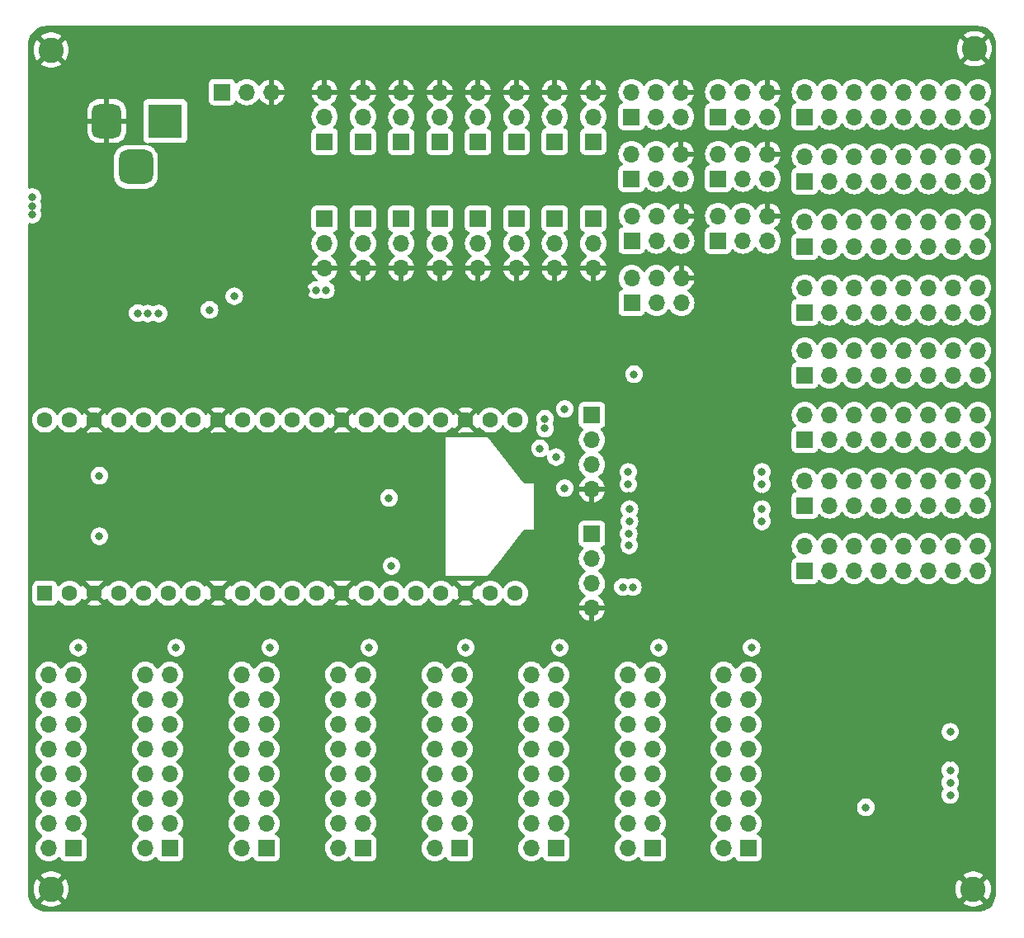
<source format=gbr>
%TF.GenerationSoftware,KiCad,Pcbnew,8.0.8*%
%TF.CreationDate,2025-03-09T11:30:45-03:00*%
%TF.ProjectId,pi_controller,70695f63-6f6e-4747-926f-6c6c65722e6b,1.0*%
%TF.SameCoordinates,Original*%
%TF.FileFunction,Copper,L2,Inr*%
%TF.FilePolarity,Positive*%
%FSLAX46Y46*%
G04 Gerber Fmt 4.6, Leading zero omitted, Abs format (unit mm)*
G04 Created by KiCad (PCBNEW 8.0.8) date 2025-03-09 11:30:45*
%MOMM*%
%LPD*%
G01*
G04 APERTURE LIST*
G04 Aperture macros list*
%AMRoundRect*
0 Rectangle with rounded corners*
0 $1 Rounding radius*
0 $2 $3 $4 $5 $6 $7 $8 $9 X,Y pos of 4 corners*
0 Add a 4 corners polygon primitive as box body*
4,1,4,$2,$3,$4,$5,$6,$7,$8,$9,$2,$3,0*
0 Add four circle primitives for the rounded corners*
1,1,$1+$1,$2,$3*
1,1,$1+$1,$4,$5*
1,1,$1+$1,$6,$7*
1,1,$1+$1,$8,$9*
0 Add four rect primitives between the rounded corners*
20,1,$1+$1,$2,$3,$4,$5,0*
20,1,$1+$1,$4,$5,$6,$7,0*
20,1,$1+$1,$6,$7,$8,$9,0*
20,1,$1+$1,$8,$9,$2,$3,0*%
%AMFreePoly0*
4,1,28,0.605014,0.794986,0.644504,0.794986,0.724698,0.756366,0.780194,0.686777,0.800000,0.600000,0.800000,-0.600000,0.780194,-0.686777,0.724698,-0.756366,0.644504,-0.794986,0.605014,-0.794986,0.600000,-0.800000,0.000000,-0.800000,-0.178017,-0.779942,-0.347107,-0.720775,-0.498792,-0.625465,-0.625465,-0.498792,-0.720775,-0.347107,-0.779942,-0.178017,-0.800000,0.000000,-0.779942,0.178017,
-0.720775,0.347107,-0.625465,0.498792,-0.498792,0.625465,-0.347107,0.720775,-0.178017,0.779942,0.000000,0.800000,0.600000,0.800000,0.605014,0.794986,0.605014,0.794986,$1*%
%AMFreePoly1*
4,1,28,0.178017,0.779942,0.347107,0.720775,0.498792,0.625465,0.625465,0.498792,0.720775,0.347107,0.779942,0.178017,0.800000,0.000000,0.779942,-0.178017,0.720775,-0.347107,0.625465,-0.498792,0.498792,-0.625465,0.347107,-0.720775,0.178017,-0.779942,0.000000,-0.800000,-0.600000,-0.800000,-0.605014,-0.794986,-0.644504,-0.794986,-0.724698,-0.756366,-0.780194,-0.686777,-0.800000,-0.600000,
-0.800000,0.600000,-0.780194,0.686777,-0.724698,0.756366,-0.644504,0.794986,-0.605014,0.794986,-0.600000,0.800000,0.000000,0.800000,0.178017,0.779942,0.178017,0.779942,$1*%
G04 Aperture macros list end*
%TA.AperFunction,ComponentPad*%
%ADD10R,3.500000X3.500000*%
%TD*%
%TA.AperFunction,ComponentPad*%
%ADD11RoundRect,0.750000X-0.750000X-1.000000X0.750000X-1.000000X0.750000X1.000000X-0.750000X1.000000X0*%
%TD*%
%TA.AperFunction,ComponentPad*%
%ADD12RoundRect,0.875000X-0.875000X-0.875000X0.875000X-0.875000X0.875000X0.875000X-0.875000X0.875000X0*%
%TD*%
%TA.AperFunction,ComponentPad*%
%ADD13RoundRect,0.200000X0.600000X-0.600000X0.600000X0.600000X-0.600000X0.600000X-0.600000X-0.600000X0*%
%TD*%
%TA.AperFunction,ComponentPad*%
%ADD14C,1.600000*%
%TD*%
%TA.AperFunction,ComponentPad*%
%ADD15FreePoly0,90.000000*%
%TD*%
%TA.AperFunction,ComponentPad*%
%ADD16FreePoly1,90.000000*%
%TD*%
%TA.AperFunction,ComponentPad*%
%ADD17C,2.600000*%
%TD*%
%TA.AperFunction,ComponentPad*%
%ADD18R,1.700000X1.700000*%
%TD*%
%TA.AperFunction,ComponentPad*%
%ADD19O,1.700000X1.700000*%
%TD*%
%TA.AperFunction,ViaPad*%
%ADD20C,0.800000*%
%TD*%
G04 APERTURE END LIST*
D10*
%TO.N,+9V*%
%TO.C,J2*%
X103409000Y-66098500D03*
D11*
%TO.N,GND*%
X97409000Y-66098500D03*
D12*
%TO.N,unconnected-(J2-Pad3)*%
X100409000Y-70798500D03*
%TD*%
D13*
%TO.N,/ROW1*%
%TO.C,U4*%
X91059000Y-114554000D03*
D14*
%TO.N,/ROW2*%
X93599000Y-114554000D03*
D15*
%TO.N,GND*%
X96139000Y-114554000D03*
D14*
%TO.N,/ROW3*%
X98679000Y-114554000D03*
%TO.N,/ROW4*%
X101219000Y-114554000D03*
%TO.N,/SDA*%
X103759000Y-114554000D03*
%TO.N,/SCL*%
X106299000Y-114554000D03*
D15*
%TO.N,GND*%
X108839000Y-114554000D03*
D14*
%TO.N,/ROW5*%
X111379000Y-114554000D03*
%TO.N,/ROW6*%
X113919000Y-114554000D03*
%TO.N,/COL_MUX_A*%
X116459000Y-114554000D03*
%TO.N,/COL_MUX_B*%
X118999000Y-114554000D03*
D15*
%TO.N,GND*%
X121539000Y-114554000D03*
D14*
%TO.N,/COL_MUX_C*%
X124079000Y-114554000D03*
%TO.N,/ADC_MUX_D*%
X126619000Y-114554000D03*
%TO.N,/UART0_TX*%
X129159000Y-114554000D03*
%TO.N,/UART0_RX*%
X131699000Y-114554000D03*
D15*
%TO.N,GND*%
X134239000Y-114554000D03*
D14*
%TO.N,/ROW7*%
X136779000Y-114554000D03*
%TO.N,/ROW8*%
X139319000Y-114554000D03*
%TO.N,/MISO*%
X139319000Y-96774000D03*
%TO.N,/CS_KEY*%
X136779000Y-96774000D03*
D16*
%TO.N,GND*%
X134239000Y-96774000D03*
D14*
%TO.N,/SCLK*%
X131699000Y-96774000D03*
%TO.N,/MOSI*%
X129159000Y-96774000D03*
%TO.N,/ADC_MUX_A*%
X126619000Y-96774000D03*
%TO.N,/ADC_MUX_B*%
X124079000Y-96774000D03*
D16*
%TO.N,GND*%
X121539000Y-96774000D03*
D14*
%TO.N,/ADC_MUX_C*%
X118999000Y-96774000D03*
%TO.N,unconnected-(U4-RUN-Pad30)*%
X116459000Y-96774000D03*
%TO.N,/ADC0*%
X113919000Y-96774000D03*
%TO.N,/CS_LED*%
X111379000Y-96774000D03*
D16*
%TO.N,GND*%
X108839000Y-96774000D03*
D14*
%TO.N,/PWM_OUT*%
X106299000Y-96774000D03*
%TO.N,VDDA*%
X103759000Y-96774000D03*
%TO.N,unconnected-(U4-3V3-Pad36)*%
X101219000Y-96774000D03*
%TO.N,unconnected-(U4-3V3_EN-Pad37)*%
X98679000Y-96774000D03*
D16*
%TO.N,GND*%
X96139000Y-96774000D03*
D14*
%TO.N,unconnected-(U4-VSYS-Pad39)*%
X93599000Y-96774000D03*
%TO.N,unconnected-(U4-VBUS-Pad40)*%
X91059000Y-96774000D03*
%TD*%
D17*
%TO.N,GND*%
%TO.C,H3*%
X91694000Y-144907000D03*
%TD*%
%TO.N,GND*%
%TO.C,H2*%
X186436000Y-58674000D03*
%TD*%
%TO.N,GND*%
%TO.C,H1*%
X91694000Y-58801000D03*
%TD*%
%TO.N,GND*%
%TO.C,H4*%
X186309000Y-144907000D03*
%TD*%
D18*
%TO.N,/MOSI*%
%TO.C,J23*%
X160147000Y-65659000D03*
D19*
%TO.N,+3V3*%
X160147000Y-63119000D03*
%TO.N,/SCLK*%
X162687000Y-65659000D03*
%TO.N,/MISO*%
X162687000Y-63119000D03*
%TO.N,/CS7*%
X165227000Y-65659000D03*
%TO.N,GND*%
X165227000Y-63119000D03*
%TD*%
D18*
%TO.N,/MOSI*%
%TO.C,J22*%
X151257000Y-65659000D03*
D19*
%TO.N,+3V3*%
X151257000Y-63119000D03*
%TO.N,/SCLK*%
X153797000Y-65659000D03*
%TO.N,/MISO*%
X153797000Y-63119000D03*
%TO.N,/CS5*%
X156337000Y-65659000D03*
%TO.N,GND*%
X156337000Y-63119000D03*
%TD*%
D18*
%TO.N,/MOSI*%
%TO.C,J21*%
X151272000Y-78363999D03*
D19*
%TO.N,+3V3*%
X151272000Y-75823999D03*
%TO.N,/SCLK*%
X153812000Y-78363999D03*
%TO.N,/MISO*%
X153812000Y-75823999D03*
%TO.N,/CS3*%
X156352000Y-78363999D03*
%TO.N,GND*%
X156352000Y-75823999D03*
%TD*%
D18*
%TO.N,/MOSI*%
%TO.C,J20*%
X160147000Y-72009000D03*
D19*
%TO.N,+3V3*%
X160147000Y-69469000D03*
%TO.N,/SCLK*%
X162687000Y-72009000D03*
%TO.N,/MISO*%
X162687000Y-69469000D03*
%TO.N,/CS8*%
X165227000Y-72009000D03*
%TO.N,GND*%
X165227000Y-69469000D03*
%TD*%
D18*
%TO.N,/MOSI*%
%TO.C,J19*%
X160147000Y-78359000D03*
D19*
%TO.N,+3V3*%
X160147000Y-75819000D03*
%TO.N,/SCLK*%
X162687000Y-78359000D03*
%TO.N,/MISO*%
X162687000Y-75819000D03*
%TO.N,/CS6*%
X165227000Y-78359000D03*
%TO.N,GND*%
X165227000Y-75819000D03*
%TD*%
D18*
%TO.N,/MOSI*%
%TO.C,J18*%
X151257000Y-72009000D03*
D19*
%TO.N,+3V3*%
X151257000Y-69469000D03*
%TO.N,/SCLK*%
X153797000Y-72009000D03*
%TO.N,/MISO*%
X153797000Y-69469000D03*
%TO.N,/CS4*%
X156337000Y-72009000D03*
%TO.N,GND*%
X156337000Y-69469000D03*
%TD*%
D18*
%TO.N,/MOSI*%
%TO.C,J17*%
X151272000Y-84756332D03*
D19*
%TO.N,+3V3*%
X151272000Y-82216332D03*
%TO.N,/SCLK*%
X153812000Y-84756332D03*
%TO.N,/MISO*%
X153812000Y-82216332D03*
%TO.N,/CS2*%
X156352000Y-84756332D03*
%TO.N,GND*%
X156352000Y-82216332D03*
%TD*%
%TO.N,/ROW8*%
%TO.C,J43*%
X160688000Y-122936000D03*
%TO.N,Net-(D54-A)*%
X163228000Y-122936000D03*
%TO.N,/ROW8*%
X160688000Y-125476000D03*
%TO.N,Net-(D52-A)*%
X163228000Y-125476000D03*
%TO.N,/ROW8*%
X160688000Y-128016000D03*
%TO.N,Net-(D53-A)*%
X163228000Y-128016000D03*
%TO.N,/ROW8*%
X160688000Y-130556000D03*
%TO.N,Net-(D51-A)*%
X163228000Y-130556000D03*
%TO.N,/ROW8*%
X160688000Y-133096000D03*
%TO.N,Net-(D55-A)*%
X163228000Y-133096000D03*
%TO.N,/ROW8*%
X160688000Y-135636000D03*
%TO.N,Net-(D57-A)*%
X163228000Y-135636000D03*
%TO.N,/ROW8*%
X160688000Y-138176000D03*
%TO.N,Net-(D56-A)*%
X163228000Y-138176000D03*
%TO.N,/ROW8*%
X160688000Y-140716000D03*
D18*
%TO.N,Net-(D65-A)*%
X163228000Y-140716000D03*
%TD*%
%TO.N,Net-(D63-A)*%
%TO.C,J42*%
X153416000Y-140716000D03*
D19*
%TO.N,/ROW7*%
X150876000Y-140716000D03*
%TO.N,Net-(D48-A)*%
X153416000Y-138176000D03*
%TO.N,/ROW7*%
X150876000Y-138176000D03*
%TO.N,Net-(D50-A)*%
X153416000Y-135636000D03*
%TO.N,/ROW7*%
X150876000Y-135636000D03*
%TO.N,Net-(D38-A)*%
X153416000Y-133096000D03*
%TO.N,/ROW7*%
X150876000Y-133096000D03*
%TO.N,Net-(D39-A)*%
X153416000Y-130556000D03*
%TO.N,/ROW7*%
X150876000Y-130556000D03*
%TO.N,Net-(D49-A)*%
X153416000Y-128016000D03*
%TO.N,/ROW7*%
X150876000Y-128016000D03*
%TO.N,Net-(D37-A)*%
X153416000Y-125476000D03*
%TO.N,/ROW7*%
X150876000Y-125476000D03*
%TO.N,Net-(D47-A)*%
X153416000Y-122936000D03*
%TO.N,/ROW7*%
X150876000Y-122936000D03*
%TD*%
D18*
%TO.N,Net-(D64-A)*%
%TO.C,J41*%
X143510000Y-140716000D03*
D19*
%TO.N,/ROW6*%
X140970000Y-140716000D03*
%TO.N,Net-(D40-A)*%
X143510000Y-138176000D03*
%TO.N,/ROW6*%
X140970000Y-138176000D03*
%TO.N,Net-(D41-A)*%
X143510000Y-135636000D03*
%TO.N,/ROW6*%
X140970000Y-135636000D03*
%TO.N,Net-(D42-A)*%
X143510000Y-133096000D03*
%TO.N,/ROW6*%
X140970000Y-133096000D03*
%TO.N,Net-(D43-A)*%
X143510000Y-130556000D03*
%TO.N,/ROW6*%
X140970000Y-130556000D03*
%TO.N,Net-(D44-A)*%
X143510000Y-128016000D03*
%TO.N,/ROW6*%
X140970000Y-128016000D03*
%TO.N,Net-(D45-A)*%
X143510000Y-125476000D03*
%TO.N,/ROW6*%
X140970000Y-125476000D03*
%TO.N,Net-(D46-A)*%
X143510000Y-122936000D03*
%TO.N,/ROW6*%
X140970000Y-122936000D03*
%TD*%
D18*
%TO.N,Net-(D62-A)*%
%TO.C,J40*%
X123698000Y-140700210D03*
D19*
%TO.N,/ROW4*%
X121158000Y-140700210D03*
%TO.N,Net-(D31-A)*%
X123698000Y-138160210D03*
%TO.N,/ROW4*%
X121158000Y-138160210D03*
%TO.N,Net-(D28-A)*%
X123698000Y-135620210D03*
%TO.N,/ROW4*%
X121158000Y-135620210D03*
%TO.N,Net-(D25-A)*%
X123698000Y-133080210D03*
%TO.N,/ROW4*%
X121158000Y-133080210D03*
%TO.N,Net-(D23-A)*%
X123698000Y-130540210D03*
%TO.N,/ROW4*%
X121158000Y-130540210D03*
%TO.N,Net-(D21-A)*%
X123698000Y-128000210D03*
%TO.N,/ROW4*%
X121158000Y-128000210D03*
%TO.N,Net-(D18-A)*%
X123698000Y-125460210D03*
%TO.N,/ROW4*%
X121158000Y-125460210D03*
%TO.N,Net-(D16-A)*%
X123698000Y-122920210D03*
%TO.N,/ROW4*%
X121158000Y-122920210D03*
%TD*%
%TO.N,/ROW2*%
%TO.C,J37*%
X101346000Y-122936000D03*
%TO.N,Net-(D4-A)*%
X103886000Y-122936000D03*
%TO.N,/ROW2*%
X101346000Y-125476000D03*
%TO.N,Net-(D15-A)*%
X103886000Y-125476000D03*
%TO.N,/ROW2*%
X101346000Y-128016000D03*
%TO.N,Net-(D6-A)*%
X103886000Y-128016000D03*
%TO.N,/ROW2*%
X101346000Y-130556000D03*
%TO.N,Net-(D8-A)*%
X103886000Y-130556000D03*
%TO.N,/ROW2*%
X101346000Y-133096000D03*
%TO.N,Net-(D10-A)*%
X103886000Y-133096000D03*
%TO.N,/ROW2*%
X101346000Y-135636000D03*
%TO.N,Net-(D14-A)*%
X103886000Y-135636000D03*
%TO.N,/ROW2*%
X101346000Y-138176000D03*
%TO.N,Net-(D13-A)*%
X103886000Y-138176000D03*
%TO.N,/ROW2*%
X101346000Y-140716000D03*
D18*
%TO.N,Net-(D59-A)*%
X103886000Y-140716000D03*
%TD*%
D19*
%TO.N,/ROW1*%
%TO.C,J36*%
X91440000Y-122936000D03*
%TO.N,Net-(D3-A)*%
X93980000Y-122936000D03*
%TO.N,/ROW1*%
X91440000Y-125476000D03*
%TO.N,Net-(D5-A)*%
X93980000Y-125476000D03*
%TO.N,/ROW1*%
X91440000Y-128016000D03*
%TO.N,Net-(D7-A)*%
X93980000Y-128016000D03*
%TO.N,/ROW1*%
X91440000Y-130556000D03*
%TO.N,Net-(D9-A)*%
X93980000Y-130556000D03*
%TO.N,/ROW1*%
X91440000Y-133096000D03*
%TO.N,Net-(D11-A)*%
X93980000Y-133096000D03*
%TO.N,/ROW1*%
X91440000Y-135636000D03*
%TO.N,Net-(D2-A)*%
X93980000Y-135636000D03*
%TO.N,/ROW1*%
X91440000Y-138176000D03*
%TO.N,Net-(D12-A)*%
X93980000Y-138176000D03*
%TO.N,/ROW1*%
X91440000Y-140716000D03*
D18*
%TO.N,Net-(D58-A)*%
X93980000Y-140716000D03*
%TD*%
%TO.N,VDDA*%
%TO.C,J25*%
X147320000Y-68199000D03*
D19*
%TO.N,/AN16*%
X147320000Y-65659000D03*
%TO.N,GND*%
X147320000Y-63119000D03*
%TD*%
D18*
%TO.N,VDDA*%
%TO.C,J14*%
X139446000Y-68229000D03*
D19*
%TO.N,/AN14*%
X139446000Y-65689000D03*
%TO.N,GND*%
X139446000Y-63149000D03*
%TD*%
D18*
%TO.N,VDDA*%
%TO.C,J3*%
X131572000Y-68229000D03*
D19*
%TO.N,/AN12*%
X131572000Y-65689000D03*
%TO.N,GND*%
X131572000Y-63149000D03*
%TD*%
D18*
%TO.N,VDDA*%
%TO.C,J13*%
X123698000Y-68199000D03*
D19*
%TO.N,/AN10*%
X123698000Y-65659000D03*
%TO.N,GND*%
X123698000Y-63119000D03*
%TD*%
D18*
%TO.N,VDDA*%
%TO.C,J12*%
X119761000Y-76118000D03*
D19*
%TO.N,/AN8*%
X119761000Y-78658000D03*
%TO.N,GND*%
X119761000Y-81198000D03*
%TD*%
D18*
%TO.N,VDDA*%
%TO.C,J11*%
X127635000Y-76118000D03*
D19*
%TO.N,/AN6*%
X127635000Y-78658000D03*
%TO.N,GND*%
X127635000Y-81198000D03*
%TD*%
D18*
%TO.N,VDDA*%
%TO.C,J10*%
X135509000Y-76118000D03*
D19*
%TO.N,/AN4*%
X135509000Y-78658000D03*
%TO.N,GND*%
X135509000Y-81198000D03*
%TD*%
D18*
%TO.N,VDDA*%
%TO.C,J16*%
X143383000Y-76118000D03*
D19*
%TO.N,/AN2*%
X143383000Y-78658000D03*
%TO.N,GND*%
X143383000Y-81198000D03*
%TD*%
D18*
%TO.N,VDDA*%
%TO.C,J15*%
X143383000Y-68199000D03*
D19*
%TO.N,/AN15*%
X143383000Y-65659000D03*
%TO.N,GND*%
X143383000Y-63119000D03*
%TD*%
D18*
%TO.N,VDDA*%
%TO.C,J9*%
X135509000Y-68229000D03*
D19*
%TO.N,/AN13*%
X135509000Y-65689000D03*
%TO.N,GND*%
X135509000Y-63149000D03*
%TD*%
D18*
%TO.N,VDDA*%
%TO.C,J6*%
X127635000Y-68229000D03*
D19*
%TO.N,/AN11*%
X127635000Y-65689000D03*
%TO.N,GND*%
X127635000Y-63149000D03*
%TD*%
D18*
%TO.N,VDDA*%
%TO.C,J5*%
X119761000Y-68199000D03*
D19*
%TO.N,/AN9*%
X119761000Y-65659000D03*
%TO.N,GND*%
X119761000Y-63119000D03*
%TD*%
D18*
%TO.N,VDDA*%
%TO.C,J4*%
X123698000Y-76118000D03*
D19*
%TO.N,/AN7*%
X123698000Y-78658000D03*
%TO.N,GND*%
X123698000Y-81198000D03*
%TD*%
D18*
%TO.N,VDDA*%
%TO.C,J7*%
X131572000Y-76118000D03*
D19*
%TO.N,/AN5*%
X131572000Y-78658000D03*
%TO.N,GND*%
X131572000Y-81198000D03*
%TD*%
D18*
%TO.N,VDDA*%
%TO.C,J8*%
X139446000Y-76118000D03*
D19*
%TO.N,/AN3*%
X139446000Y-78658000D03*
%TO.N,GND*%
X139446000Y-81198000D03*
%TD*%
D18*
%TO.N,VDDA*%
%TO.C,J24*%
X147320000Y-76118000D03*
D19*
%TO.N,/AN1*%
X147320000Y-78658000D03*
%TO.N,GND*%
X147320000Y-81198000D03*
%TD*%
%TO.N,GND*%
%TO.C,J1*%
X114315000Y-63119000D03*
%TO.N,Net-(J1-Pin_2)*%
X111775000Y-63119000D03*
D18*
%TO.N,+9V*%
X109235000Y-63119000D03*
%TD*%
%TO.N,+3V3*%
%TO.C,J31*%
X147193000Y-108458000D03*
D19*
%TO.N,/UART0_TX*%
X147193000Y-110998000D03*
%TO.N,/UART0_RX*%
X147193000Y-113538000D03*
%TO.N,GND*%
X147193000Y-116078000D03*
%TD*%
%TO.N,GND*%
%TO.C,J30*%
X147193000Y-103896000D03*
%TO.N,/SCL*%
X147193000Y-101356000D03*
%TO.N,/SDA*%
X147193000Y-98816000D03*
D18*
%TO.N,+3V3*%
X147193000Y-96276000D03*
%TD*%
D19*
%TO.N,/ROW5*%
%TO.C,J39*%
X131064000Y-122936000D03*
%TO.N,Net-(D19-A)*%
X133604000Y-122936000D03*
%TO.N,/ROW5*%
X131064000Y-125476000D03*
%TO.N,Net-(D17-A)*%
X133604000Y-125476000D03*
%TO.N,/ROW5*%
X131064000Y-128016000D03*
%TO.N,Net-(D20-A)*%
X133604000Y-128016000D03*
%TO.N,/ROW5*%
X131064000Y-130556000D03*
%TO.N,Net-(D22-A)*%
X133604000Y-130556000D03*
%TO.N,/ROW5*%
X131064000Y-133096000D03*
%TO.N,Net-(D24-A)*%
X133604000Y-133096000D03*
%TO.N,/ROW5*%
X131064000Y-135636000D03*
%TO.N,Net-(D27-A)*%
X133604000Y-135636000D03*
%TO.N,/ROW5*%
X131064000Y-138176000D03*
%TO.N,Net-(D30-A)*%
X133604000Y-138176000D03*
%TO.N,/ROW5*%
X131064000Y-140716000D03*
D18*
%TO.N,Net-(D61-A)*%
X133604000Y-140716000D03*
%TD*%
%TO.N,Net-(D60-A)*%
%TO.C,J38*%
X113792000Y-140716000D03*
D19*
%TO.N,/ROW3*%
X111252000Y-140716000D03*
%TO.N,Net-(D36-A)*%
X113792000Y-138176000D03*
%TO.N,/ROW3*%
X111252000Y-138176000D03*
%TO.N,Net-(D33-A)*%
X113792000Y-135636000D03*
%TO.N,/ROW3*%
X111252000Y-135636000D03*
%TO.N,Net-(D32-A)*%
X113792000Y-133096000D03*
%TO.N,/ROW3*%
X111252000Y-133096000D03*
%TO.N,Net-(D34-A)*%
X113792000Y-130556000D03*
%TO.N,/ROW3*%
X111252000Y-130556000D03*
%TO.N,Net-(D26-A)*%
X113792000Y-128016000D03*
%TO.N,/ROW3*%
X111252000Y-128016000D03*
%TO.N,Net-(D29-A)*%
X113792000Y-125476000D03*
%TO.N,/ROW3*%
X111252000Y-125476000D03*
%TO.N,Net-(D35-A)*%
X113792000Y-122936000D03*
%TO.N,/ROW3*%
X111252000Y-122936000D03*
%TD*%
%TO.N,/GRID1*%
%TO.C,J27*%
X186817000Y-83190000D03*
%TO.N,/SEG9*%
X186817000Y-85730000D03*
%TO.N,/GRID2*%
X184277000Y-83190000D03*
%TO.N,/SEG9*%
X184277000Y-85730000D03*
%TO.N,/GRID3*%
X181737000Y-83190000D03*
%TO.N,/SEG9*%
X181737000Y-85730000D03*
%TO.N,/GRID4*%
X179197000Y-83190000D03*
%TO.N,/SEG9*%
X179197000Y-85730000D03*
%TO.N,/GRID5*%
X176657000Y-83190000D03*
%TO.N,/SEG9*%
X176657000Y-85730000D03*
%TO.N,/GRID6*%
X174117000Y-83190000D03*
%TO.N,/SEG9*%
X174117000Y-85730000D03*
%TO.N,/GRID7*%
X171577000Y-83190000D03*
%TO.N,/SEG9*%
X171577000Y-85730000D03*
%TO.N,/GRID8*%
X169037000Y-83190000D03*
D18*
%TO.N,/SEG9*%
X169037000Y-85730000D03*
%TD*%
D19*
%TO.N,/GRID1*%
%TO.C,J28*%
X186817000Y-69723000D03*
%TO.N,/SEG11*%
X186817000Y-72263000D03*
%TO.N,/GRID2*%
X184277000Y-69723000D03*
%TO.N,/SEG11*%
X184277000Y-72263000D03*
%TO.N,/GRID3*%
X181737000Y-69723000D03*
%TO.N,/SEG11*%
X181737000Y-72263000D03*
%TO.N,/GRID4*%
X179197000Y-69723000D03*
%TO.N,/SEG11*%
X179197000Y-72263000D03*
%TO.N,/GRID5*%
X176657000Y-69723000D03*
%TO.N,/SEG11*%
X176657000Y-72263000D03*
%TO.N,/GRID6*%
X174117000Y-69723000D03*
%TO.N,/SEG11*%
X174117000Y-72263000D03*
%TO.N,/GRID7*%
X171577000Y-69723000D03*
%TO.N,/SEG11*%
X171577000Y-72263000D03*
%TO.N,/GRID8*%
X169037000Y-69723000D03*
D18*
%TO.N,/SEG11*%
X169037000Y-72263000D03*
%TD*%
D19*
%TO.N,/GRID1*%
%TO.C,J35*%
X186817000Y-89667000D03*
%TO.N,/SEG4*%
X186817000Y-92207000D03*
%TO.N,/GRID2*%
X184277000Y-89667000D03*
%TO.N,/SEG4*%
X184277000Y-92207000D03*
%TO.N,/GRID3*%
X181737000Y-89667000D03*
%TO.N,/SEG4*%
X181737000Y-92207000D03*
%TO.N,/GRID4*%
X179197000Y-89667000D03*
%TO.N,/SEG4*%
X179197000Y-92207000D03*
%TO.N,/GRID5*%
X176657000Y-89667000D03*
%TO.N,/SEG4*%
X176657000Y-92207000D03*
%TO.N,/GRID6*%
X174117000Y-89667000D03*
%TO.N,/SEG4*%
X174117000Y-92207000D03*
%TO.N,/GRID7*%
X171577000Y-89667000D03*
%TO.N,/SEG4*%
X171577000Y-92207000D03*
%TO.N,/GRID8*%
X169037000Y-89667000D03*
D18*
%TO.N,/SEG4*%
X169037000Y-92207000D03*
%TD*%
D19*
%TO.N,/GRID1*%
%TO.C,J29*%
X186817000Y-63119000D03*
%TO.N,/SEG12*%
X186817000Y-65659000D03*
%TO.N,/GRID2*%
X184277000Y-63119000D03*
%TO.N,/SEG12*%
X184277000Y-65659000D03*
%TO.N,/GRID3*%
X181737000Y-63119000D03*
%TO.N,/SEG12*%
X181737000Y-65659000D03*
%TO.N,/GRID4*%
X179197000Y-63119000D03*
%TO.N,/SEG12*%
X179197000Y-65659000D03*
%TO.N,/GRID5*%
X176657000Y-63119000D03*
%TO.N,/SEG12*%
X176657000Y-65659000D03*
%TO.N,/GRID6*%
X174117000Y-63119000D03*
%TO.N,/SEG12*%
X174117000Y-65659000D03*
%TO.N,/GRID7*%
X171577000Y-63119000D03*
%TO.N,/SEG12*%
X171577000Y-65659000D03*
%TO.N,/GRID8*%
X169037000Y-63119000D03*
D18*
%TO.N,/SEG12*%
X169037000Y-65659000D03*
%TD*%
D19*
%TO.N,/GRID1*%
%TO.C,J34*%
X186817000Y-103002000D03*
%TO.N,/SEG2*%
X186817000Y-105542000D03*
%TO.N,/GRID2*%
X184277000Y-103002000D03*
%TO.N,/SEG2*%
X184277000Y-105542000D03*
%TO.N,/GRID3*%
X181737000Y-103002000D03*
%TO.N,/SEG2*%
X181737000Y-105542000D03*
%TO.N,/GRID4*%
X179197000Y-103002000D03*
%TO.N,/SEG2*%
X179197000Y-105542000D03*
%TO.N,/GRID5*%
X176657000Y-103002000D03*
%TO.N,/SEG2*%
X176657000Y-105542000D03*
%TO.N,/GRID6*%
X174117000Y-103002000D03*
%TO.N,/SEG2*%
X174117000Y-105542000D03*
%TO.N,/GRID7*%
X171577000Y-103002000D03*
%TO.N,/SEG2*%
X171577000Y-105542000D03*
%TO.N,/GRID8*%
X169037000Y-103002000D03*
D18*
%TO.N,/SEG2*%
X169037000Y-105542000D03*
%TD*%
D19*
%TO.N,/GRID1*%
%TO.C,J26*%
X186817000Y-76454000D03*
%TO.N,/SEG10*%
X186817000Y-78994000D03*
%TO.N,/GRID2*%
X184277000Y-76454000D03*
%TO.N,/SEG10*%
X184277000Y-78994000D03*
%TO.N,/GRID3*%
X181737000Y-76454000D03*
%TO.N,/SEG10*%
X181737000Y-78994000D03*
%TO.N,/GRID4*%
X179197000Y-76454000D03*
%TO.N,/SEG10*%
X179197000Y-78994000D03*
%TO.N,/GRID5*%
X176657000Y-76454000D03*
%TO.N,/SEG10*%
X176657000Y-78994000D03*
%TO.N,/GRID6*%
X174117000Y-76454000D03*
%TO.N,/SEG10*%
X174117000Y-78994000D03*
%TO.N,/GRID7*%
X171577000Y-76454000D03*
%TO.N,/SEG10*%
X171577000Y-78994000D03*
%TO.N,/GRID8*%
X169037000Y-76454000D03*
D18*
%TO.N,/SEG10*%
X169037000Y-78994000D03*
%TD*%
D19*
%TO.N,/GRID1*%
%TO.C,J33*%
X186817000Y-109733000D03*
%TO.N,/SEG1*%
X186817000Y-112273000D03*
%TO.N,/GRID2*%
X184277000Y-109733000D03*
%TO.N,/SEG1*%
X184277000Y-112273000D03*
%TO.N,/GRID3*%
X181737000Y-109733000D03*
%TO.N,/SEG1*%
X181737000Y-112273000D03*
%TO.N,/GRID4*%
X179197000Y-109733000D03*
%TO.N,/SEG1*%
X179197000Y-112273000D03*
%TO.N,/GRID5*%
X176657000Y-109733000D03*
%TO.N,/SEG1*%
X176657000Y-112273000D03*
%TO.N,/GRID6*%
X174117000Y-109733000D03*
%TO.N,/SEG1*%
X174117000Y-112273000D03*
%TO.N,/GRID7*%
X171577000Y-109733000D03*
%TO.N,/SEG1*%
X171577000Y-112273000D03*
%TO.N,/GRID8*%
X169037000Y-109733000D03*
D18*
%TO.N,/SEG1*%
X169037000Y-112273000D03*
%TD*%
D19*
%TO.N,/GRID1*%
%TO.C,J32*%
X186817000Y-96271000D03*
%TO.N,/SEG3*%
X186817000Y-98811000D03*
%TO.N,/GRID2*%
X184277000Y-96271000D03*
%TO.N,/SEG3*%
X184277000Y-98811000D03*
%TO.N,/GRID3*%
X181737000Y-96271000D03*
%TO.N,/SEG3*%
X181737000Y-98811000D03*
%TO.N,/GRID4*%
X179197000Y-96271000D03*
%TO.N,/SEG3*%
X179197000Y-98811000D03*
%TO.N,/GRID5*%
X176657000Y-96271000D03*
%TO.N,/SEG3*%
X176657000Y-98811000D03*
%TO.N,/GRID6*%
X174117000Y-96271000D03*
%TO.N,/SEG3*%
X174117000Y-98811000D03*
%TO.N,/GRID7*%
X171577000Y-96271000D03*
%TO.N,/SEG3*%
X171577000Y-98811000D03*
%TO.N,/GRID8*%
X169037000Y-96271000D03*
D18*
%TO.N,/SEG3*%
X169037000Y-98811000D03*
%TD*%
D20*
%TO.N,+3V3*%
X114173000Y-120142000D03*
X163576000Y-120142000D03*
%TO.N,GND*%
X152273000Y-90297000D03*
%TO.N,+3V3*%
X151511000Y-92075000D03*
%TO.N,GND*%
X157353000Y-99187000D03*
X158623000Y-99187000D03*
X162433000Y-99314000D03*
%TO.N,/ADC_MUX_D*%
X126365000Y-104775000D03*
X126619000Y-111760000D03*
%TO.N,+3V3*%
X150368000Y-113919000D03*
X154051000Y-120142000D03*
X124333000Y-120142000D03*
X134239000Y-120142000D03*
X104521000Y-120142000D03*
X94488000Y-120142000D03*
%TO.N,/ADC_MUX_D*%
X119888000Y-83439000D03*
%TO.N,/ADC_MUX_C*%
X118872000Y-83439000D03*
%TO.N,GND*%
X102743000Y-91440000D03*
%TO.N,/SCL*%
X143510000Y-100584000D03*
%TO.N,GND*%
X90805000Y-78232000D03*
%TO.N,/SDA*%
X141859000Y-99695000D03*
%TO.N,+3V3*%
X96647000Y-108712000D03*
X96647000Y-102489000D03*
X102743000Y-85852000D03*
X101600000Y-85852000D03*
X100584000Y-85805511D03*
X110490000Y-84074000D03*
X175286500Y-136525000D03*
X151384000Y-113919000D03*
%TO.N,/SCLK*%
X150997000Y-109638000D03*
X142367000Y-97647003D03*
%TO.N,/MOSI*%
X142367000Y-96647000D03*
X150954000Y-108458000D03*
%TO.N,+3V3*%
X144399000Y-95641000D03*
X144399000Y-103769000D03*
X143881500Y-120142000D03*
%TO.N,GND*%
X117638668Y-102870000D03*
X117638668Y-108839000D03*
%TO.N,/COL_MUX_A*%
X183956000Y-135255000D03*
%TO.N,/COL_MUX_B*%
X183956000Y-133985000D03*
%TO.N,/COL_MUX_C*%
X183956000Y-132715000D03*
%TO.N,/CS_KEY*%
X183956000Y-128778000D03*
%TO.N,GND*%
X150978500Y-104521000D03*
X164641000Y-104648000D03*
%TO.N,/GRID5*%
X164641000Y-102108000D03*
%TO.N,/GRID6*%
X164641000Y-103378000D03*
%TO.N,/GRID7*%
X164641000Y-105918000D03*
%TO.N,/GRID8*%
X164641000Y-107188000D03*
%TO.N,/GRID4*%
X150915000Y-102108000D03*
%TO.N,/GRID3*%
X150915000Y-103378000D03*
%TO.N,/GRID2*%
X151042000Y-105918000D03*
%TO.N,/GRID1*%
X151042000Y-107188000D03*
%TO.N,GND*%
X112720500Y-76489000D03*
X112720500Y-74457000D03*
X112720500Y-75473000D03*
%TO.N,+3V3*%
X89789000Y-75692000D03*
X89789000Y-74803000D03*
X89789000Y-73914000D03*
%TO.N,GND*%
X150368000Y-116713000D03*
%TO.N,Net-(D1-A)*%
X107950000Y-85471000D03*
%TO.N,GND*%
X110490000Y-87122000D03*
X120650000Y-92329000D03*
X117856000Y-83566000D03*
X183956000Y-126365000D03*
X183956000Y-131445000D03*
X183956000Y-130175000D03*
X178207500Y-136525000D03*
X106807000Y-92885500D03*
X113816500Y-79584000D03*
X97536000Y-80408011D03*
X106680000Y-80205000D03*
%TD*%
%TA.AperFunction,Conductor*%
%TO.N,GND*%
G36*
X186821028Y-56334764D02*
G01*
X187047968Y-56349638D01*
X187064024Y-56351753D01*
X187222618Y-56383299D01*
X187283053Y-56395321D01*
X187298720Y-56399519D01*
X187452155Y-56451602D01*
X187510190Y-56471303D01*
X187525167Y-56477506D01*
X187722888Y-56575010D01*
X187725460Y-56576279D01*
X187739506Y-56584389D01*
X187925188Y-56708457D01*
X187938057Y-56718331D01*
X188105955Y-56865575D01*
X188117424Y-56877044D01*
X188150017Y-56914209D01*
X188226131Y-57001000D01*
X188264668Y-57044942D01*
X188274542Y-57057811D01*
X188398610Y-57243493D01*
X188406720Y-57257539D01*
X188505490Y-57457825D01*
X188511697Y-57472811D01*
X188583480Y-57684279D01*
X188587678Y-57699946D01*
X188631245Y-57918970D01*
X188633362Y-57935051D01*
X188648234Y-58161941D01*
X188648500Y-58170051D01*
X188648500Y-145410948D01*
X188648234Y-145419058D01*
X188633362Y-145645948D01*
X188631245Y-145662029D01*
X188587678Y-145881053D01*
X188583480Y-145896720D01*
X188511697Y-146108188D01*
X188505490Y-146123174D01*
X188406720Y-146323460D01*
X188398610Y-146337506D01*
X188274542Y-146523188D01*
X188264668Y-146536057D01*
X188117424Y-146703955D01*
X188105955Y-146715424D01*
X187938057Y-146862668D01*
X187925188Y-146872542D01*
X187739506Y-146996610D01*
X187725460Y-147004720D01*
X187525174Y-147103490D01*
X187510188Y-147109697D01*
X187298720Y-147181480D01*
X187283053Y-147185678D01*
X187064029Y-147229245D01*
X187047948Y-147231362D01*
X186821058Y-147246234D01*
X186812948Y-147246500D01*
X91190052Y-147246500D01*
X91181942Y-147246234D01*
X90955051Y-147231362D01*
X90938970Y-147229245D01*
X90719946Y-147185678D01*
X90704279Y-147181480D01*
X90492811Y-147109697D01*
X90477825Y-147103490D01*
X90277539Y-147004720D01*
X90263493Y-146996610D01*
X90077811Y-146872542D01*
X90064942Y-146862668D01*
X89897044Y-146715424D01*
X89885575Y-146703955D01*
X89738331Y-146536057D01*
X89728457Y-146523188D01*
X89604389Y-146337506D01*
X89596279Y-146323460D01*
X89595010Y-146320888D01*
X89497506Y-146123167D01*
X89491302Y-146108188D01*
X89419519Y-145896720D01*
X89415321Y-145881053D01*
X89371754Y-145662029D01*
X89369638Y-145645968D01*
X89354764Y-145419028D01*
X89354500Y-145410948D01*
X89354500Y-144906995D01*
X89888953Y-144906995D01*
X89888953Y-144907004D01*
X89909113Y-145176026D01*
X89909113Y-145176028D01*
X89969142Y-145439033D01*
X89969148Y-145439052D01*
X90067709Y-145690181D01*
X90067708Y-145690181D01*
X90202600Y-145923818D01*
X90256294Y-145991150D01*
X90757708Y-145489735D01*
X90854967Y-145623602D01*
X90977398Y-145746033D01*
X91111262Y-145843290D01*
X90608848Y-146345703D01*
X90791476Y-146470216D01*
X90791485Y-146470221D01*
X91034539Y-146587269D01*
X91034537Y-146587269D01*
X91292337Y-146666790D01*
X91292343Y-146666792D01*
X91559101Y-146706999D01*
X91559110Y-146707000D01*
X91828890Y-146707000D01*
X91828898Y-146706999D01*
X92095656Y-146666792D01*
X92095662Y-146666790D01*
X92353461Y-146587269D01*
X92596516Y-146470221D01*
X92596517Y-146470220D01*
X92779150Y-146345703D01*
X92276737Y-145843290D01*
X92410602Y-145746033D01*
X92533033Y-145623602D01*
X92630290Y-145489737D01*
X93131703Y-145991150D01*
X93131704Y-145991149D01*
X93185400Y-145923818D01*
X93320290Y-145690181D01*
X93418851Y-145439052D01*
X93418857Y-145439033D01*
X93478886Y-145176028D01*
X93478886Y-145176026D01*
X93499047Y-144907004D01*
X93499047Y-144906995D01*
X184503953Y-144906995D01*
X184503953Y-144907004D01*
X184524113Y-145176026D01*
X184524113Y-145176028D01*
X184584142Y-145439033D01*
X184584148Y-145439052D01*
X184682709Y-145690181D01*
X184682708Y-145690181D01*
X184817600Y-145923818D01*
X184871294Y-145991150D01*
X185372708Y-145489735D01*
X185469967Y-145623602D01*
X185592398Y-145746033D01*
X185726262Y-145843290D01*
X185223848Y-146345703D01*
X185406476Y-146470216D01*
X185406485Y-146470221D01*
X185649539Y-146587269D01*
X185649537Y-146587269D01*
X185907337Y-146666790D01*
X185907343Y-146666792D01*
X186174101Y-146706999D01*
X186174110Y-146707000D01*
X186443890Y-146707000D01*
X186443898Y-146706999D01*
X186710656Y-146666792D01*
X186710662Y-146666790D01*
X186968461Y-146587269D01*
X187211516Y-146470221D01*
X187211517Y-146470220D01*
X187394150Y-146345703D01*
X186891737Y-145843290D01*
X187025602Y-145746033D01*
X187148033Y-145623602D01*
X187245290Y-145489737D01*
X187746703Y-145991150D01*
X187746704Y-145991149D01*
X187800400Y-145923818D01*
X187935290Y-145690181D01*
X188033851Y-145439052D01*
X188033857Y-145439033D01*
X188093886Y-145176028D01*
X188093886Y-145176026D01*
X188114047Y-144907004D01*
X188114047Y-144906995D01*
X188093886Y-144637973D01*
X188093886Y-144637971D01*
X188033857Y-144374966D01*
X188033851Y-144374947D01*
X187935290Y-144123818D01*
X187935291Y-144123818D01*
X187800400Y-143890182D01*
X187800393Y-143890171D01*
X187746704Y-143822849D01*
X187746703Y-143822848D01*
X187245289Y-144324261D01*
X187148033Y-144190398D01*
X187025602Y-144067967D01*
X186891736Y-143970709D01*
X187394150Y-143468295D01*
X187211524Y-143343783D01*
X187211516Y-143343778D01*
X186968460Y-143226730D01*
X186968462Y-143226730D01*
X186710662Y-143147209D01*
X186710656Y-143147207D01*
X186443898Y-143107000D01*
X186174101Y-143107000D01*
X185907343Y-143147207D01*
X185907337Y-143147209D01*
X185649538Y-143226730D01*
X185406482Y-143343780D01*
X185406469Y-143343787D01*
X185223848Y-143468294D01*
X185726263Y-143970709D01*
X185592398Y-144067967D01*
X185469967Y-144190398D01*
X185372709Y-144324263D01*
X184871294Y-143822848D01*
X184817602Y-143890177D01*
X184682709Y-144123818D01*
X184584148Y-144374947D01*
X184584142Y-144374966D01*
X184524113Y-144637971D01*
X184524113Y-144637973D01*
X184503953Y-144906995D01*
X93499047Y-144906995D01*
X93478886Y-144637973D01*
X93478886Y-144637971D01*
X93418857Y-144374966D01*
X93418851Y-144374947D01*
X93320290Y-144123818D01*
X93320291Y-144123818D01*
X93185400Y-143890182D01*
X93185393Y-143890171D01*
X93131704Y-143822849D01*
X93131703Y-143822848D01*
X92630289Y-144324261D01*
X92533033Y-144190398D01*
X92410602Y-144067967D01*
X92276736Y-143970709D01*
X92779150Y-143468295D01*
X92596524Y-143343783D01*
X92596516Y-143343778D01*
X92353460Y-143226730D01*
X92353462Y-143226730D01*
X92095662Y-143147209D01*
X92095656Y-143147207D01*
X91828898Y-143107000D01*
X91559101Y-143107000D01*
X91292343Y-143147207D01*
X91292337Y-143147209D01*
X91034538Y-143226730D01*
X90791482Y-143343780D01*
X90791469Y-143343787D01*
X90608848Y-143468294D01*
X91111263Y-143970709D01*
X90977398Y-144067967D01*
X90854967Y-144190398D01*
X90757709Y-144324263D01*
X90256294Y-143822848D01*
X90202602Y-143890177D01*
X90067709Y-144123818D01*
X89969148Y-144374947D01*
X89969142Y-144374966D01*
X89909113Y-144637971D01*
X89909113Y-144637973D01*
X89888953Y-144906995D01*
X89354500Y-144906995D01*
X89354500Y-122935999D01*
X90084341Y-122935999D01*
X90084341Y-122936000D01*
X90104936Y-123171403D01*
X90104938Y-123171413D01*
X90166094Y-123399655D01*
X90166096Y-123399659D01*
X90166097Y-123399663D01*
X90170000Y-123408032D01*
X90265965Y-123613830D01*
X90265967Y-123613834D01*
X90374281Y-123768521D01*
X90401501Y-123807396D01*
X90401506Y-123807402D01*
X90568597Y-123974493D01*
X90568603Y-123974498D01*
X90754158Y-124104425D01*
X90797783Y-124159002D01*
X90804977Y-124228500D01*
X90773454Y-124290855D01*
X90754158Y-124307575D01*
X90568597Y-124437505D01*
X90401505Y-124604597D01*
X90265965Y-124798169D01*
X90265964Y-124798171D01*
X90166098Y-125012335D01*
X90166094Y-125012344D01*
X90104938Y-125240586D01*
X90104936Y-125240596D01*
X90084341Y-125475999D01*
X90084341Y-125476000D01*
X90104936Y-125711403D01*
X90104938Y-125711413D01*
X90166094Y-125939655D01*
X90166096Y-125939659D01*
X90166097Y-125939663D01*
X90170000Y-125948032D01*
X90265965Y-126153830D01*
X90265967Y-126153834D01*
X90374281Y-126308521D01*
X90401501Y-126347396D01*
X90401506Y-126347402D01*
X90568597Y-126514493D01*
X90568603Y-126514498D01*
X90754158Y-126644425D01*
X90797783Y-126699002D01*
X90804977Y-126768500D01*
X90773454Y-126830855D01*
X90754158Y-126847575D01*
X90568597Y-126977505D01*
X90401505Y-127144597D01*
X90265965Y-127338169D01*
X90265964Y-127338171D01*
X90166098Y-127552335D01*
X90166094Y-127552344D01*
X90104938Y-127780586D01*
X90104936Y-127780596D01*
X90084341Y-128015999D01*
X90084341Y-128016000D01*
X90104936Y-128251403D01*
X90104938Y-128251413D01*
X90166094Y-128479655D01*
X90166096Y-128479659D01*
X90166097Y-128479663D01*
X90170000Y-128488032D01*
X90265965Y-128693830D01*
X90265967Y-128693834D01*
X90374281Y-128848521D01*
X90401501Y-128887396D01*
X90401506Y-128887402D01*
X90568597Y-129054493D01*
X90568603Y-129054498D01*
X90754158Y-129184425D01*
X90797783Y-129239002D01*
X90804977Y-129308500D01*
X90773454Y-129370855D01*
X90754158Y-129387575D01*
X90568597Y-129517505D01*
X90401505Y-129684597D01*
X90265965Y-129878169D01*
X90265964Y-129878171D01*
X90166098Y-130092335D01*
X90166094Y-130092344D01*
X90104938Y-130320586D01*
X90104936Y-130320596D01*
X90084341Y-130555999D01*
X90084341Y-130556000D01*
X90104936Y-130791403D01*
X90104938Y-130791413D01*
X90166094Y-131019655D01*
X90166096Y-131019659D01*
X90166097Y-131019663D01*
X90170000Y-131028032D01*
X90265965Y-131233830D01*
X90265967Y-131233834D01*
X90374281Y-131388521D01*
X90401501Y-131427396D01*
X90401506Y-131427402D01*
X90568597Y-131594493D01*
X90568603Y-131594498D01*
X90754158Y-131724425D01*
X90797783Y-131779002D01*
X90804977Y-131848500D01*
X90773454Y-131910855D01*
X90754158Y-131927575D01*
X90568597Y-132057505D01*
X90401505Y-132224597D01*
X90265965Y-132418169D01*
X90265964Y-132418171D01*
X90166098Y-132632335D01*
X90166094Y-132632344D01*
X90104938Y-132860586D01*
X90104936Y-132860596D01*
X90084341Y-133095999D01*
X90084341Y-133096000D01*
X90104936Y-133331403D01*
X90104938Y-133331413D01*
X90166094Y-133559655D01*
X90166096Y-133559659D01*
X90166097Y-133559663D01*
X90238641Y-133715233D01*
X90265965Y-133773830D01*
X90265967Y-133773834D01*
X90374281Y-133928521D01*
X90401501Y-133967396D01*
X90401506Y-133967402D01*
X90568597Y-134134493D01*
X90568603Y-134134498D01*
X90754158Y-134264425D01*
X90797783Y-134319002D01*
X90804977Y-134388500D01*
X90773454Y-134450855D01*
X90754158Y-134467575D01*
X90568597Y-134597505D01*
X90401505Y-134764597D01*
X90265965Y-134958169D01*
X90265964Y-134958171D01*
X90166098Y-135172335D01*
X90166094Y-135172344D01*
X90104938Y-135400586D01*
X90104936Y-135400596D01*
X90084341Y-135635999D01*
X90084341Y-135636000D01*
X90104936Y-135871403D01*
X90104938Y-135871413D01*
X90166094Y-136099655D01*
X90166096Y-136099659D01*
X90166097Y-136099663D01*
X90238641Y-136255233D01*
X90265965Y-136313830D01*
X90265967Y-136313834D01*
X90374281Y-136468521D01*
X90401501Y-136507396D01*
X90401506Y-136507402D01*
X90568597Y-136674493D01*
X90568603Y-136674498D01*
X90754158Y-136804425D01*
X90797783Y-136859002D01*
X90804977Y-136928500D01*
X90773454Y-136990855D01*
X90754158Y-137007575D01*
X90568597Y-137137505D01*
X90401505Y-137304597D01*
X90265965Y-137498169D01*
X90265964Y-137498171D01*
X90166098Y-137712335D01*
X90166094Y-137712344D01*
X90104938Y-137940586D01*
X90104936Y-137940596D01*
X90084341Y-138175999D01*
X90084341Y-138176000D01*
X90104936Y-138411403D01*
X90104938Y-138411413D01*
X90166094Y-138639655D01*
X90166096Y-138639659D01*
X90166097Y-138639663D01*
X90170000Y-138648032D01*
X90265965Y-138853830D01*
X90265967Y-138853834D01*
X90374281Y-139008521D01*
X90401501Y-139047396D01*
X90401506Y-139047402D01*
X90568597Y-139214493D01*
X90568603Y-139214498D01*
X90754158Y-139344425D01*
X90797783Y-139399002D01*
X90804977Y-139468500D01*
X90773454Y-139530855D01*
X90754158Y-139547575D01*
X90568597Y-139677505D01*
X90401505Y-139844597D01*
X90265965Y-140038169D01*
X90265964Y-140038171D01*
X90166098Y-140252335D01*
X90166094Y-140252344D01*
X90104938Y-140480586D01*
X90104936Y-140480596D01*
X90084341Y-140715999D01*
X90084341Y-140716000D01*
X90104936Y-140951403D01*
X90104938Y-140951413D01*
X90166094Y-141179655D01*
X90166096Y-141179659D01*
X90166097Y-141179663D01*
X90243136Y-141344873D01*
X90265965Y-141393830D01*
X90265967Y-141393834D01*
X90374281Y-141548521D01*
X90401505Y-141587401D01*
X90568599Y-141754495D01*
X90665384Y-141822265D01*
X90762165Y-141890032D01*
X90762167Y-141890033D01*
X90762170Y-141890035D01*
X90976337Y-141989903D01*
X90976343Y-141989904D01*
X90976344Y-141989905D01*
X91031285Y-142004626D01*
X91204592Y-142051063D01*
X91381034Y-142066500D01*
X91439999Y-142071659D01*
X91440000Y-142071659D01*
X91440001Y-142071659D01*
X91498966Y-142066500D01*
X91675408Y-142051063D01*
X91903663Y-141989903D01*
X92117830Y-141890035D01*
X92311401Y-141754495D01*
X92433329Y-141632566D01*
X92494648Y-141599084D01*
X92564340Y-141604068D01*
X92620274Y-141645939D01*
X92637189Y-141676917D01*
X92686202Y-141808328D01*
X92686206Y-141808335D01*
X92772452Y-141923544D01*
X92772455Y-141923547D01*
X92887664Y-142009793D01*
X92887671Y-142009797D01*
X93022517Y-142060091D01*
X93022516Y-142060091D01*
X93029444Y-142060835D01*
X93082127Y-142066500D01*
X94877872Y-142066499D01*
X94937483Y-142060091D01*
X95072331Y-142009796D01*
X95187546Y-141923546D01*
X95273796Y-141808331D01*
X95324091Y-141673483D01*
X95330500Y-141613873D01*
X95330499Y-139818128D01*
X95324091Y-139758517D01*
X95322810Y-139755083D01*
X95273797Y-139623671D01*
X95273793Y-139623664D01*
X95187547Y-139508455D01*
X95187544Y-139508452D01*
X95072335Y-139422206D01*
X95072328Y-139422202D01*
X94940917Y-139373189D01*
X94884983Y-139331318D01*
X94860566Y-139265853D01*
X94875418Y-139197580D01*
X94896563Y-139169332D01*
X95018495Y-139047401D01*
X95154035Y-138853830D01*
X95253903Y-138639663D01*
X95315063Y-138411408D01*
X95335659Y-138176000D01*
X95315063Y-137940592D01*
X95253903Y-137712337D01*
X95154035Y-137498171D01*
X95150880Y-137493664D01*
X95018494Y-137304597D01*
X94851402Y-137137506D01*
X94851396Y-137137501D01*
X94665842Y-137007575D01*
X94622217Y-136952998D01*
X94615023Y-136883500D01*
X94646546Y-136821145D01*
X94665842Y-136804425D01*
X94796040Y-136713259D01*
X94851401Y-136674495D01*
X95018495Y-136507401D01*
X95154035Y-136313830D01*
X95253903Y-136099663D01*
X95315063Y-135871408D01*
X95335659Y-135636000D01*
X95334546Y-135623284D01*
X95318796Y-135443259D01*
X95315063Y-135400592D01*
X95253903Y-135172337D01*
X95154035Y-134958171D01*
X95150880Y-134953664D01*
X95018494Y-134764597D01*
X94851402Y-134597506D01*
X94851396Y-134597501D01*
X94665842Y-134467575D01*
X94622217Y-134412998D01*
X94615023Y-134343500D01*
X94646546Y-134281145D01*
X94665842Y-134264425D01*
X94796040Y-134173259D01*
X94851401Y-134134495D01*
X95018495Y-133967401D01*
X95154035Y-133773830D01*
X95253903Y-133559663D01*
X95315063Y-133331408D01*
X95335659Y-133096000D01*
X95334546Y-133083284D01*
X95318796Y-132903259D01*
X95315063Y-132860592D01*
X95253903Y-132632337D01*
X95154035Y-132418171D01*
X95150880Y-132413664D01*
X95018494Y-132224597D01*
X94851402Y-132057506D01*
X94851396Y-132057501D01*
X94665842Y-131927575D01*
X94622217Y-131872998D01*
X94615023Y-131803500D01*
X94646546Y-131741145D01*
X94665842Y-131724425D01*
X94688392Y-131708635D01*
X94851401Y-131594495D01*
X95018495Y-131427401D01*
X95154035Y-131233830D01*
X95253903Y-131019663D01*
X95315063Y-130791408D01*
X95335659Y-130556000D01*
X95315063Y-130320592D01*
X95253903Y-130092337D01*
X95154035Y-129878171D01*
X95150880Y-129873664D01*
X95018494Y-129684597D01*
X94851402Y-129517506D01*
X94851396Y-129517501D01*
X94665842Y-129387575D01*
X94622217Y-129332998D01*
X94615023Y-129263500D01*
X94646546Y-129201145D01*
X94665842Y-129184425D01*
X94720323Y-129146277D01*
X94851401Y-129054495D01*
X95018495Y-128887401D01*
X95154035Y-128693830D01*
X95253903Y-128479663D01*
X95315063Y-128251408D01*
X95335659Y-128016000D01*
X95315063Y-127780592D01*
X95253903Y-127552337D01*
X95154035Y-127338171D01*
X95150880Y-127333664D01*
X95018494Y-127144597D01*
X94851402Y-126977506D01*
X94851396Y-126977501D01*
X94665842Y-126847575D01*
X94622217Y-126792998D01*
X94615023Y-126723500D01*
X94646546Y-126661145D01*
X94665842Y-126644425D01*
X94688392Y-126628635D01*
X94851401Y-126514495D01*
X95018495Y-126347401D01*
X95154035Y-126153830D01*
X95253903Y-125939663D01*
X95315063Y-125711408D01*
X95335659Y-125476000D01*
X95315063Y-125240592D01*
X95253903Y-125012337D01*
X95154035Y-124798171D01*
X95150880Y-124793664D01*
X95018494Y-124604597D01*
X94851402Y-124437506D01*
X94851396Y-124437501D01*
X94665842Y-124307575D01*
X94622217Y-124252998D01*
X94615023Y-124183500D01*
X94646546Y-124121145D01*
X94665842Y-124104425D01*
X94688392Y-124088635D01*
X94851401Y-123974495D01*
X95018495Y-123807401D01*
X95154035Y-123613830D01*
X95253903Y-123399663D01*
X95315063Y-123171408D01*
X95335659Y-122936000D01*
X95335659Y-122935999D01*
X99990341Y-122935999D01*
X99990341Y-122936000D01*
X100010936Y-123171403D01*
X100010938Y-123171413D01*
X100072094Y-123399655D01*
X100072096Y-123399659D01*
X100072097Y-123399663D01*
X100076000Y-123408032D01*
X100171965Y-123613830D01*
X100171967Y-123613834D01*
X100280281Y-123768521D01*
X100307501Y-123807396D01*
X100307506Y-123807402D01*
X100474597Y-123974493D01*
X100474603Y-123974498D01*
X100660158Y-124104425D01*
X100703783Y-124159002D01*
X100710977Y-124228500D01*
X100679454Y-124290855D01*
X100660158Y-124307575D01*
X100474597Y-124437505D01*
X100307505Y-124604597D01*
X100171965Y-124798169D01*
X100171964Y-124798171D01*
X100072098Y-125012335D01*
X100072094Y-125012344D01*
X100010938Y-125240586D01*
X100010936Y-125240596D01*
X99990341Y-125475999D01*
X99990341Y-125476000D01*
X100010936Y-125711403D01*
X100010938Y-125711413D01*
X100072094Y-125939655D01*
X100072096Y-125939659D01*
X100072097Y-125939663D01*
X100076000Y-125948032D01*
X100171965Y-126153830D01*
X100171967Y-126153834D01*
X100280281Y-126308521D01*
X100307501Y-126347396D01*
X100307506Y-126347402D01*
X100474597Y-126514493D01*
X100474603Y-126514498D01*
X100660158Y-126644425D01*
X100703783Y-126699002D01*
X100710977Y-126768500D01*
X100679454Y-126830855D01*
X100660158Y-126847575D01*
X100474597Y-126977505D01*
X100307505Y-127144597D01*
X100171965Y-127338169D01*
X100171964Y-127338171D01*
X100072098Y-127552335D01*
X100072094Y-127552344D01*
X100010938Y-127780586D01*
X100010936Y-127780596D01*
X99990341Y-128015999D01*
X99990341Y-128016000D01*
X100010936Y-128251403D01*
X100010938Y-128251413D01*
X100072094Y-128479655D01*
X100072096Y-128479659D01*
X100072097Y-128479663D01*
X100076000Y-128488032D01*
X100171965Y-128693830D01*
X100171967Y-128693834D01*
X100280281Y-128848521D01*
X100307501Y-128887396D01*
X100307506Y-128887402D01*
X100474597Y-129054493D01*
X100474603Y-129054498D01*
X100660158Y-129184425D01*
X100703783Y-129239002D01*
X100710977Y-129308500D01*
X100679454Y-129370855D01*
X100660158Y-129387575D01*
X100474597Y-129517505D01*
X100307505Y-129684597D01*
X100171965Y-129878169D01*
X100171964Y-129878171D01*
X100072098Y-130092335D01*
X100072094Y-130092344D01*
X100010938Y-130320586D01*
X100010936Y-130320596D01*
X99990341Y-130555999D01*
X99990341Y-130556000D01*
X100010936Y-130791403D01*
X100010938Y-130791413D01*
X100072094Y-131019655D01*
X100072096Y-131019659D01*
X100072097Y-131019663D01*
X100076000Y-131028032D01*
X100171965Y-131233830D01*
X100171967Y-131233834D01*
X100280281Y-131388521D01*
X100307501Y-131427396D01*
X100307506Y-131427402D01*
X100474597Y-131594493D01*
X100474603Y-131594498D01*
X100660158Y-131724425D01*
X100703783Y-131779002D01*
X100710977Y-131848500D01*
X100679454Y-131910855D01*
X100660158Y-131927575D01*
X100474597Y-132057505D01*
X100307505Y-132224597D01*
X100171965Y-132418169D01*
X100171964Y-132418171D01*
X100072098Y-132632335D01*
X100072094Y-132632344D01*
X100010938Y-132860586D01*
X100010936Y-132860596D01*
X99990341Y-133095999D01*
X99990341Y-133096000D01*
X100010936Y-133331403D01*
X100010938Y-133331413D01*
X100072094Y-133559655D01*
X100072096Y-133559659D01*
X100072097Y-133559663D01*
X100144641Y-133715233D01*
X100171965Y-133773830D01*
X100171967Y-133773834D01*
X100280281Y-133928521D01*
X100307501Y-133967396D01*
X100307506Y-133967402D01*
X100474597Y-134134493D01*
X100474603Y-134134498D01*
X100660158Y-134264425D01*
X100703783Y-134319002D01*
X100710977Y-134388500D01*
X100679454Y-134450855D01*
X100660158Y-134467575D01*
X100474597Y-134597505D01*
X100307505Y-134764597D01*
X100171965Y-134958169D01*
X100171964Y-134958171D01*
X100072098Y-135172335D01*
X100072094Y-135172344D01*
X100010938Y-135400586D01*
X100010936Y-135400596D01*
X99990341Y-135635999D01*
X99990341Y-135636000D01*
X100010936Y-135871403D01*
X100010938Y-135871413D01*
X100072094Y-136099655D01*
X100072096Y-136099659D01*
X100072097Y-136099663D01*
X100144641Y-136255233D01*
X100171965Y-136313830D01*
X100171967Y-136313834D01*
X100280281Y-136468521D01*
X100307501Y-136507396D01*
X100307506Y-136507402D01*
X100474597Y-136674493D01*
X100474603Y-136674498D01*
X100660158Y-136804425D01*
X100703783Y-136859002D01*
X100710977Y-136928500D01*
X100679454Y-136990855D01*
X100660158Y-137007575D01*
X100474597Y-137137505D01*
X100307505Y-137304597D01*
X100171965Y-137498169D01*
X100171964Y-137498171D01*
X100072098Y-137712335D01*
X100072094Y-137712344D01*
X100010938Y-137940586D01*
X100010936Y-137940596D01*
X99990341Y-138175999D01*
X99990341Y-138176000D01*
X100010936Y-138411403D01*
X100010938Y-138411413D01*
X100072094Y-138639655D01*
X100072096Y-138639659D01*
X100072097Y-138639663D01*
X100076000Y-138648032D01*
X100171965Y-138853830D01*
X100171967Y-138853834D01*
X100280281Y-139008521D01*
X100307501Y-139047396D01*
X100307506Y-139047402D01*
X100474597Y-139214493D01*
X100474603Y-139214498D01*
X100660158Y-139344425D01*
X100703783Y-139399002D01*
X100710977Y-139468500D01*
X100679454Y-139530855D01*
X100660158Y-139547575D01*
X100474597Y-139677505D01*
X100307505Y-139844597D01*
X100171965Y-140038169D01*
X100171964Y-140038171D01*
X100072098Y-140252335D01*
X100072094Y-140252344D01*
X100010938Y-140480586D01*
X100010936Y-140480596D01*
X99990341Y-140715999D01*
X99990341Y-140716000D01*
X100010936Y-140951403D01*
X100010938Y-140951413D01*
X100072094Y-141179655D01*
X100072096Y-141179659D01*
X100072097Y-141179663D01*
X100149136Y-141344873D01*
X100171965Y-141393830D01*
X100171967Y-141393834D01*
X100280281Y-141548521D01*
X100307505Y-141587401D01*
X100474599Y-141754495D01*
X100571384Y-141822265D01*
X100668165Y-141890032D01*
X100668167Y-141890033D01*
X100668170Y-141890035D01*
X100882337Y-141989903D01*
X100882343Y-141989904D01*
X100882344Y-141989905D01*
X100937285Y-142004626D01*
X101110592Y-142051063D01*
X101287034Y-142066500D01*
X101345999Y-142071659D01*
X101346000Y-142071659D01*
X101346001Y-142071659D01*
X101404966Y-142066500D01*
X101581408Y-142051063D01*
X101809663Y-141989903D01*
X102023830Y-141890035D01*
X102217401Y-141754495D01*
X102339329Y-141632566D01*
X102400648Y-141599084D01*
X102470340Y-141604068D01*
X102526274Y-141645939D01*
X102543189Y-141676917D01*
X102592202Y-141808328D01*
X102592206Y-141808335D01*
X102678452Y-141923544D01*
X102678455Y-141923547D01*
X102793664Y-142009793D01*
X102793671Y-142009797D01*
X102928517Y-142060091D01*
X102928516Y-142060091D01*
X102935444Y-142060835D01*
X102988127Y-142066500D01*
X104783872Y-142066499D01*
X104843483Y-142060091D01*
X104978331Y-142009796D01*
X105093546Y-141923546D01*
X105179796Y-141808331D01*
X105230091Y-141673483D01*
X105236500Y-141613873D01*
X105236499Y-139818128D01*
X105230091Y-139758517D01*
X105228810Y-139755083D01*
X105179797Y-139623671D01*
X105179793Y-139623664D01*
X105093547Y-139508455D01*
X105093544Y-139508452D01*
X104978335Y-139422206D01*
X104978328Y-139422202D01*
X104846917Y-139373189D01*
X104790983Y-139331318D01*
X104766566Y-139265853D01*
X104781418Y-139197580D01*
X104802563Y-139169332D01*
X104924495Y-139047401D01*
X105060035Y-138853830D01*
X105159903Y-138639663D01*
X105221063Y-138411408D01*
X105241659Y-138176000D01*
X105221063Y-137940592D01*
X105159903Y-137712337D01*
X105060035Y-137498171D01*
X105056880Y-137493664D01*
X104924494Y-137304597D01*
X104757402Y-137137506D01*
X104757396Y-137137501D01*
X104571842Y-137007575D01*
X104528217Y-136952998D01*
X104521023Y-136883500D01*
X104552546Y-136821145D01*
X104571842Y-136804425D01*
X104702040Y-136713259D01*
X104757401Y-136674495D01*
X104924495Y-136507401D01*
X105060035Y-136313830D01*
X105159903Y-136099663D01*
X105221063Y-135871408D01*
X105241659Y-135636000D01*
X105240546Y-135623284D01*
X105224796Y-135443259D01*
X105221063Y-135400592D01*
X105159903Y-135172337D01*
X105060035Y-134958171D01*
X105056880Y-134953664D01*
X104924494Y-134764597D01*
X104757402Y-134597506D01*
X104757396Y-134597501D01*
X104571842Y-134467575D01*
X104528217Y-134412998D01*
X104521023Y-134343500D01*
X104552546Y-134281145D01*
X104571842Y-134264425D01*
X104702040Y-134173259D01*
X104757401Y-134134495D01*
X104924495Y-133967401D01*
X105060035Y-133773830D01*
X105159903Y-133559663D01*
X105221063Y-133331408D01*
X105241659Y-133096000D01*
X105240546Y-133083284D01*
X105224796Y-132903259D01*
X105221063Y-132860592D01*
X105159903Y-132632337D01*
X105060035Y-132418171D01*
X105056880Y-132413664D01*
X104924494Y-132224597D01*
X104757402Y-132057506D01*
X104757396Y-132057501D01*
X104571842Y-131927575D01*
X104528217Y-131872998D01*
X104521023Y-131803500D01*
X104552546Y-131741145D01*
X104571842Y-131724425D01*
X104594392Y-131708635D01*
X104757401Y-131594495D01*
X104924495Y-131427401D01*
X105060035Y-131233830D01*
X105159903Y-131019663D01*
X105221063Y-130791408D01*
X105241659Y-130556000D01*
X105221063Y-130320592D01*
X105159903Y-130092337D01*
X105060035Y-129878171D01*
X105056880Y-129873664D01*
X104924494Y-129684597D01*
X104757402Y-129517506D01*
X104757396Y-129517501D01*
X104571842Y-129387575D01*
X104528217Y-129332998D01*
X104521023Y-129263500D01*
X104552546Y-129201145D01*
X104571842Y-129184425D01*
X104626323Y-129146277D01*
X104757401Y-129054495D01*
X104924495Y-128887401D01*
X105060035Y-128693830D01*
X105159903Y-128479663D01*
X105221063Y-128251408D01*
X105241659Y-128016000D01*
X105221063Y-127780592D01*
X105159903Y-127552337D01*
X105060035Y-127338171D01*
X105056880Y-127333664D01*
X104924494Y-127144597D01*
X104757402Y-126977506D01*
X104757396Y-126977501D01*
X104571842Y-126847575D01*
X104528217Y-126792998D01*
X104521023Y-126723500D01*
X104552546Y-126661145D01*
X104571842Y-126644425D01*
X104594392Y-126628635D01*
X104757401Y-126514495D01*
X104924495Y-126347401D01*
X105060035Y-126153830D01*
X105159903Y-125939663D01*
X105221063Y-125711408D01*
X105241659Y-125476000D01*
X105221063Y-125240592D01*
X105159903Y-125012337D01*
X105060035Y-124798171D01*
X105056880Y-124793664D01*
X104924494Y-124604597D01*
X104757402Y-124437506D01*
X104757396Y-124437501D01*
X104571842Y-124307575D01*
X104528217Y-124252998D01*
X104521023Y-124183500D01*
X104552546Y-124121145D01*
X104571842Y-124104425D01*
X104594392Y-124088635D01*
X104757401Y-123974495D01*
X104924495Y-123807401D01*
X105060035Y-123613830D01*
X105159903Y-123399663D01*
X105221063Y-123171408D01*
X105241659Y-122936000D01*
X105241659Y-122935999D01*
X109896341Y-122935999D01*
X109896341Y-122936000D01*
X109916936Y-123171403D01*
X109916938Y-123171413D01*
X109978094Y-123399655D01*
X109978096Y-123399659D01*
X109978097Y-123399663D01*
X109982000Y-123408032D01*
X110077965Y-123613830D01*
X110077967Y-123613834D01*
X110186281Y-123768521D01*
X110213501Y-123807396D01*
X110213506Y-123807402D01*
X110380597Y-123974493D01*
X110380603Y-123974498D01*
X110566158Y-124104425D01*
X110609783Y-124159002D01*
X110616977Y-124228500D01*
X110585454Y-124290855D01*
X110566158Y-124307575D01*
X110380597Y-124437505D01*
X110213505Y-124604597D01*
X110077965Y-124798169D01*
X110077964Y-124798171D01*
X109978098Y-125012335D01*
X109978094Y-125012344D01*
X109916938Y-125240586D01*
X109916936Y-125240596D01*
X109896341Y-125475999D01*
X109896341Y-125476000D01*
X109916936Y-125711403D01*
X109916938Y-125711413D01*
X109978094Y-125939655D01*
X109978096Y-125939659D01*
X109978097Y-125939663D01*
X109982000Y-125948032D01*
X110077965Y-126153830D01*
X110077967Y-126153834D01*
X110186281Y-126308521D01*
X110213501Y-126347396D01*
X110213506Y-126347402D01*
X110380597Y-126514493D01*
X110380603Y-126514498D01*
X110566158Y-126644425D01*
X110609783Y-126699002D01*
X110616977Y-126768500D01*
X110585454Y-126830855D01*
X110566158Y-126847575D01*
X110380597Y-126977505D01*
X110213505Y-127144597D01*
X110077965Y-127338169D01*
X110077964Y-127338171D01*
X109978098Y-127552335D01*
X109978094Y-127552344D01*
X109916938Y-127780586D01*
X109916936Y-127780596D01*
X109896341Y-128015999D01*
X109896341Y-128016000D01*
X109916936Y-128251403D01*
X109916938Y-128251413D01*
X109978094Y-128479655D01*
X109978096Y-128479659D01*
X109978097Y-128479663D01*
X109982000Y-128488032D01*
X110077965Y-128693830D01*
X110077967Y-128693834D01*
X110186281Y-128848521D01*
X110213501Y-128887396D01*
X110213506Y-128887402D01*
X110380597Y-129054493D01*
X110380603Y-129054498D01*
X110566158Y-129184425D01*
X110609783Y-129239002D01*
X110616977Y-129308500D01*
X110585454Y-129370855D01*
X110566158Y-129387575D01*
X110380597Y-129517505D01*
X110213505Y-129684597D01*
X110077965Y-129878169D01*
X110077964Y-129878171D01*
X109978098Y-130092335D01*
X109978094Y-130092344D01*
X109916938Y-130320586D01*
X109916936Y-130320596D01*
X109896341Y-130555999D01*
X109896341Y-130556000D01*
X109916936Y-130791403D01*
X109916938Y-130791413D01*
X109978094Y-131019655D01*
X109978096Y-131019659D01*
X109978097Y-131019663D01*
X109982000Y-131028032D01*
X110077965Y-131233830D01*
X110077967Y-131233834D01*
X110186281Y-131388521D01*
X110213501Y-131427396D01*
X110213506Y-131427402D01*
X110380597Y-131594493D01*
X110380603Y-131594498D01*
X110566158Y-131724425D01*
X110609783Y-131779002D01*
X110616977Y-131848500D01*
X110585454Y-131910855D01*
X110566158Y-131927575D01*
X110380597Y-132057505D01*
X110213505Y-132224597D01*
X110077965Y-132418169D01*
X110077964Y-132418171D01*
X109978098Y-132632335D01*
X109978094Y-132632344D01*
X109916938Y-132860586D01*
X109916936Y-132860596D01*
X109896341Y-133095999D01*
X109896341Y-133096000D01*
X109916936Y-133331403D01*
X109916938Y-133331413D01*
X109978094Y-133559655D01*
X109978096Y-133559659D01*
X109978097Y-133559663D01*
X110050641Y-133715233D01*
X110077965Y-133773830D01*
X110077967Y-133773834D01*
X110186281Y-133928521D01*
X110213501Y-133967396D01*
X110213506Y-133967402D01*
X110380597Y-134134493D01*
X110380603Y-134134498D01*
X110566158Y-134264425D01*
X110609783Y-134319002D01*
X110616977Y-134388500D01*
X110585454Y-134450855D01*
X110566158Y-134467575D01*
X110380597Y-134597505D01*
X110213505Y-134764597D01*
X110077965Y-134958169D01*
X110077964Y-134958171D01*
X109978098Y-135172335D01*
X109978094Y-135172344D01*
X109916938Y-135400586D01*
X109916936Y-135400596D01*
X109896341Y-135635999D01*
X109896341Y-135636000D01*
X109916936Y-135871403D01*
X109916938Y-135871413D01*
X109978094Y-136099655D01*
X109978096Y-136099659D01*
X109978097Y-136099663D01*
X110050641Y-136255233D01*
X110077965Y-136313830D01*
X110077967Y-136313834D01*
X110186281Y-136468521D01*
X110213501Y-136507396D01*
X110213506Y-136507402D01*
X110380597Y-136674493D01*
X110380603Y-136674498D01*
X110566158Y-136804425D01*
X110609783Y-136859002D01*
X110616977Y-136928500D01*
X110585454Y-136990855D01*
X110566158Y-137007575D01*
X110380597Y-137137505D01*
X110213505Y-137304597D01*
X110077965Y-137498169D01*
X110077964Y-137498171D01*
X109978098Y-137712335D01*
X109978094Y-137712344D01*
X109916938Y-137940586D01*
X109916936Y-137940596D01*
X109896341Y-138175999D01*
X109896341Y-138176000D01*
X109916936Y-138411403D01*
X109916938Y-138411413D01*
X109978094Y-138639655D01*
X109978096Y-138639659D01*
X109978097Y-138639663D01*
X109982000Y-138648032D01*
X110077965Y-138853830D01*
X110077967Y-138853834D01*
X110186281Y-139008521D01*
X110213501Y-139047396D01*
X110213506Y-139047402D01*
X110380597Y-139214493D01*
X110380603Y-139214498D01*
X110566158Y-139344425D01*
X110609783Y-139399002D01*
X110616977Y-139468500D01*
X110585454Y-139530855D01*
X110566158Y-139547575D01*
X110380597Y-139677505D01*
X110213505Y-139844597D01*
X110077965Y-140038169D01*
X110077964Y-140038171D01*
X109978098Y-140252335D01*
X109978094Y-140252344D01*
X109916938Y-140480586D01*
X109916936Y-140480596D01*
X109896341Y-140715999D01*
X109896341Y-140716000D01*
X109916936Y-140951403D01*
X109916938Y-140951413D01*
X109978094Y-141179655D01*
X109978096Y-141179659D01*
X109978097Y-141179663D01*
X110055136Y-141344873D01*
X110077965Y-141393830D01*
X110077967Y-141393834D01*
X110186281Y-141548521D01*
X110213505Y-141587401D01*
X110380599Y-141754495D01*
X110477384Y-141822265D01*
X110574165Y-141890032D01*
X110574167Y-141890033D01*
X110574170Y-141890035D01*
X110788337Y-141989903D01*
X110788343Y-141989904D01*
X110788344Y-141989905D01*
X110843285Y-142004626D01*
X111016592Y-142051063D01*
X111193034Y-142066500D01*
X111251999Y-142071659D01*
X111252000Y-142071659D01*
X111252001Y-142071659D01*
X111310966Y-142066500D01*
X111487408Y-142051063D01*
X111715663Y-141989903D01*
X111929830Y-141890035D01*
X112123401Y-141754495D01*
X112245329Y-141632566D01*
X112306648Y-141599084D01*
X112376340Y-141604068D01*
X112432274Y-141645939D01*
X112449189Y-141676917D01*
X112498202Y-141808328D01*
X112498206Y-141808335D01*
X112584452Y-141923544D01*
X112584455Y-141923547D01*
X112699664Y-142009793D01*
X112699671Y-142009797D01*
X112834517Y-142060091D01*
X112834516Y-142060091D01*
X112841444Y-142060835D01*
X112894127Y-142066500D01*
X114689872Y-142066499D01*
X114749483Y-142060091D01*
X114884331Y-142009796D01*
X114999546Y-141923546D01*
X115085796Y-141808331D01*
X115136091Y-141673483D01*
X115142500Y-141613873D01*
X115142499Y-139818128D01*
X115136091Y-139758517D01*
X115134810Y-139755083D01*
X115085797Y-139623671D01*
X115085793Y-139623664D01*
X114999547Y-139508455D01*
X114999544Y-139508452D01*
X114884335Y-139422206D01*
X114884328Y-139422202D01*
X114752917Y-139373189D01*
X114696983Y-139331318D01*
X114672566Y-139265853D01*
X114687418Y-139197580D01*
X114708563Y-139169332D01*
X114830495Y-139047401D01*
X114966035Y-138853830D01*
X115065903Y-138639663D01*
X115127063Y-138411408D01*
X115147659Y-138176000D01*
X115127063Y-137940592D01*
X115065903Y-137712337D01*
X114966035Y-137498171D01*
X114962880Y-137493664D01*
X114830494Y-137304597D01*
X114663402Y-137137506D01*
X114663396Y-137137501D01*
X114477842Y-137007575D01*
X114434217Y-136952998D01*
X114427023Y-136883500D01*
X114458546Y-136821145D01*
X114477842Y-136804425D01*
X114608040Y-136713259D01*
X114663401Y-136674495D01*
X114830495Y-136507401D01*
X114966035Y-136313830D01*
X115065903Y-136099663D01*
X115127063Y-135871408D01*
X115147659Y-135636000D01*
X115146546Y-135623284D01*
X115130796Y-135443259D01*
X115127063Y-135400592D01*
X115065903Y-135172337D01*
X114966035Y-134958171D01*
X114962880Y-134953664D01*
X114830494Y-134764597D01*
X114663402Y-134597506D01*
X114663396Y-134597501D01*
X114477842Y-134467575D01*
X114434217Y-134412998D01*
X114427023Y-134343500D01*
X114458546Y-134281145D01*
X114477842Y-134264425D01*
X114608040Y-134173259D01*
X114663401Y-134134495D01*
X114830495Y-133967401D01*
X114966035Y-133773830D01*
X115065903Y-133559663D01*
X115127063Y-133331408D01*
X115147659Y-133096000D01*
X115146546Y-133083284D01*
X115130796Y-132903259D01*
X115127063Y-132860592D01*
X115065903Y-132632337D01*
X114966035Y-132418171D01*
X114962880Y-132413664D01*
X114830494Y-132224597D01*
X114663402Y-132057506D01*
X114663396Y-132057501D01*
X114477842Y-131927575D01*
X114434217Y-131872998D01*
X114427023Y-131803500D01*
X114458546Y-131741145D01*
X114477842Y-131724425D01*
X114500392Y-131708635D01*
X114663401Y-131594495D01*
X114830495Y-131427401D01*
X114966035Y-131233830D01*
X115065903Y-131019663D01*
X115127063Y-130791408D01*
X115147659Y-130556000D01*
X115127063Y-130320592D01*
X115065903Y-130092337D01*
X114966035Y-129878171D01*
X114962880Y-129873664D01*
X114830494Y-129684597D01*
X114663402Y-129517506D01*
X114663396Y-129517501D01*
X114477842Y-129387575D01*
X114434217Y-129332998D01*
X114427023Y-129263500D01*
X114458546Y-129201145D01*
X114477842Y-129184425D01*
X114532323Y-129146277D01*
X114663401Y-129054495D01*
X114830495Y-128887401D01*
X114966035Y-128693830D01*
X115065903Y-128479663D01*
X115127063Y-128251408D01*
X115147659Y-128016000D01*
X115127063Y-127780592D01*
X115065903Y-127552337D01*
X114966035Y-127338171D01*
X114962880Y-127333664D01*
X114830494Y-127144597D01*
X114663402Y-126977506D01*
X114663396Y-126977501D01*
X114477842Y-126847575D01*
X114434217Y-126792998D01*
X114427023Y-126723500D01*
X114458546Y-126661145D01*
X114477842Y-126644425D01*
X114500392Y-126628635D01*
X114663401Y-126514495D01*
X114830495Y-126347401D01*
X114966035Y-126153830D01*
X115065903Y-125939663D01*
X115127063Y-125711408D01*
X115147659Y-125476000D01*
X115127063Y-125240592D01*
X115065903Y-125012337D01*
X114966035Y-124798171D01*
X114962880Y-124793664D01*
X114830494Y-124604597D01*
X114663402Y-124437506D01*
X114663396Y-124437501D01*
X114477842Y-124307575D01*
X114434217Y-124252998D01*
X114427023Y-124183500D01*
X114458546Y-124121145D01*
X114477842Y-124104425D01*
X114500392Y-124088635D01*
X114663401Y-123974495D01*
X114830495Y-123807401D01*
X114966035Y-123613830D01*
X115065903Y-123399663D01*
X115127063Y-123171408D01*
X115147659Y-122936000D01*
X115146277Y-122920209D01*
X119802341Y-122920209D01*
X119802341Y-122920210D01*
X119822936Y-123155613D01*
X119822938Y-123155623D01*
X119884094Y-123383865D01*
X119884096Y-123383869D01*
X119884097Y-123383873D01*
X119895363Y-123408032D01*
X119983965Y-123598040D01*
X119983967Y-123598044D01*
X120000631Y-123621842D01*
X120119501Y-123791606D01*
X120119506Y-123791612D01*
X120286597Y-123958703D01*
X120286603Y-123958708D01*
X120472158Y-124088635D01*
X120515783Y-124143212D01*
X120522977Y-124212710D01*
X120491454Y-124275065D01*
X120472158Y-124291785D01*
X120286597Y-124421715D01*
X120119505Y-124588807D01*
X119983965Y-124782379D01*
X119983964Y-124782381D01*
X119884098Y-124996545D01*
X119884094Y-124996554D01*
X119822938Y-125224796D01*
X119822936Y-125224806D01*
X119802341Y-125460209D01*
X119802341Y-125460210D01*
X119822936Y-125695613D01*
X119822938Y-125695623D01*
X119884094Y-125923865D01*
X119884096Y-125923869D01*
X119884097Y-125923873D01*
X119895363Y-125948032D01*
X119983965Y-126138040D01*
X119983967Y-126138044D01*
X120000631Y-126161842D01*
X120119501Y-126331606D01*
X120119506Y-126331612D01*
X120286597Y-126498703D01*
X120286603Y-126498708D01*
X120472158Y-126628635D01*
X120515783Y-126683212D01*
X120522977Y-126752710D01*
X120491454Y-126815065D01*
X120472158Y-126831785D01*
X120286597Y-126961715D01*
X120119505Y-127128807D01*
X119983965Y-127322379D01*
X119983964Y-127322381D01*
X119884098Y-127536545D01*
X119884094Y-127536554D01*
X119822938Y-127764796D01*
X119822936Y-127764806D01*
X119802341Y-128000209D01*
X119802341Y-128000210D01*
X119822936Y-128235613D01*
X119822938Y-128235623D01*
X119884094Y-128463865D01*
X119884096Y-128463869D01*
X119884097Y-128463873D01*
X119895363Y-128488032D01*
X119983965Y-128678040D01*
X119983967Y-128678044D01*
X120000631Y-128701842D01*
X120119501Y-128871606D01*
X120119506Y-128871612D01*
X120286597Y-129038703D01*
X120286603Y-129038708D01*
X120472158Y-129168635D01*
X120515783Y-129223212D01*
X120522977Y-129292710D01*
X120491454Y-129355065D01*
X120472158Y-129371785D01*
X120286597Y-129501715D01*
X120119505Y-129668807D01*
X119983965Y-129862379D01*
X119983964Y-129862381D01*
X119884098Y-130076545D01*
X119884094Y-130076554D01*
X119822938Y-130304796D01*
X119822936Y-130304806D01*
X119802341Y-130540209D01*
X119802341Y-130540210D01*
X119822936Y-130775613D01*
X119822938Y-130775623D01*
X119884094Y-131003865D01*
X119884096Y-131003869D01*
X119884097Y-131003873D01*
X119895363Y-131028032D01*
X119983965Y-131218040D01*
X119983967Y-131218044D01*
X120000631Y-131241842D01*
X120119501Y-131411606D01*
X120119506Y-131411612D01*
X120286597Y-131578703D01*
X120286603Y-131578708D01*
X120472158Y-131708635D01*
X120515783Y-131763212D01*
X120522977Y-131832710D01*
X120491454Y-131895065D01*
X120472158Y-131911785D01*
X120286597Y-132041715D01*
X120119505Y-132208807D01*
X119983965Y-132402379D01*
X119983964Y-132402381D01*
X119884098Y-132616545D01*
X119884094Y-132616554D01*
X119822938Y-132844796D01*
X119822936Y-132844806D01*
X119802341Y-133080209D01*
X119802341Y-133080210D01*
X119822936Y-133315613D01*
X119822938Y-133315623D01*
X119884094Y-133543865D01*
X119884096Y-133543869D01*
X119884097Y-133543873D01*
X119918067Y-133616722D01*
X119983965Y-133758040D01*
X119983967Y-133758044D01*
X120092281Y-133912731D01*
X120119501Y-133951606D01*
X120119506Y-133951612D01*
X120286597Y-134118703D01*
X120286603Y-134118708D01*
X120472158Y-134248635D01*
X120515783Y-134303212D01*
X120522977Y-134372710D01*
X120491454Y-134435065D01*
X120472158Y-134451785D01*
X120286597Y-134581715D01*
X120119505Y-134748807D01*
X119983965Y-134942379D01*
X119983964Y-134942381D01*
X119884098Y-135156545D01*
X119884094Y-135156554D01*
X119822938Y-135384796D01*
X119822936Y-135384806D01*
X119802341Y-135620209D01*
X119802341Y-135620210D01*
X119822936Y-135855613D01*
X119822938Y-135855623D01*
X119884094Y-136083865D01*
X119884096Y-136083869D01*
X119884097Y-136083873D01*
X119918067Y-136156722D01*
X119983965Y-136298040D01*
X119983967Y-136298044D01*
X120092281Y-136452731D01*
X120119501Y-136491606D01*
X120119506Y-136491612D01*
X120286597Y-136658703D01*
X120286603Y-136658708D01*
X120472158Y-136788635D01*
X120515783Y-136843212D01*
X120522977Y-136912710D01*
X120491454Y-136975065D01*
X120472158Y-136991785D01*
X120286597Y-137121715D01*
X120119505Y-137288807D01*
X119983965Y-137482379D01*
X119983964Y-137482381D01*
X119884098Y-137696545D01*
X119884094Y-137696554D01*
X119822938Y-137924796D01*
X119822936Y-137924806D01*
X119802341Y-138160209D01*
X119802341Y-138160210D01*
X119822936Y-138395613D01*
X119822938Y-138395623D01*
X119884094Y-138623865D01*
X119884096Y-138623869D01*
X119884097Y-138623873D01*
X119895363Y-138648032D01*
X119983965Y-138838040D01*
X119983967Y-138838044D01*
X120000631Y-138861842D01*
X120119501Y-139031606D01*
X120119506Y-139031612D01*
X120286597Y-139198703D01*
X120286603Y-139198708D01*
X120472158Y-139328635D01*
X120515783Y-139383212D01*
X120522977Y-139452710D01*
X120491454Y-139515065D01*
X120472158Y-139531785D01*
X120286597Y-139661715D01*
X120119505Y-139828807D01*
X119983965Y-140022379D01*
X119983964Y-140022381D01*
X119884098Y-140236545D01*
X119884094Y-140236554D01*
X119822938Y-140464796D01*
X119822936Y-140464806D01*
X119802341Y-140700209D01*
X119802341Y-140700210D01*
X119822936Y-140935613D01*
X119822938Y-140935623D01*
X119884094Y-141163865D01*
X119884096Y-141163869D01*
X119884097Y-141163873D01*
X119968499Y-141344873D01*
X119983965Y-141378040D01*
X119983967Y-141378044D01*
X120092281Y-141532731D01*
X120119505Y-141571611D01*
X120286599Y-141738705D01*
X120383384Y-141806475D01*
X120480165Y-141874242D01*
X120480167Y-141874243D01*
X120480170Y-141874245D01*
X120694337Y-141974113D01*
X120922592Y-142035273D01*
X121110918Y-142051749D01*
X121157999Y-142055869D01*
X121158000Y-142055869D01*
X121158001Y-142055869D01*
X121197234Y-142052436D01*
X121393408Y-142035273D01*
X121621663Y-141974113D01*
X121835830Y-141874245D01*
X122029401Y-141738705D01*
X122151329Y-141616776D01*
X122212648Y-141583294D01*
X122282340Y-141588278D01*
X122338274Y-141630149D01*
X122355189Y-141661127D01*
X122404202Y-141792538D01*
X122404206Y-141792545D01*
X122490452Y-141907754D01*
X122490455Y-141907757D01*
X122605664Y-141994003D01*
X122605671Y-141994007D01*
X122740517Y-142044301D01*
X122740516Y-142044301D01*
X122747444Y-142045045D01*
X122800127Y-142050710D01*
X124595872Y-142050709D01*
X124655483Y-142044301D01*
X124790331Y-141994006D01*
X124905546Y-141907756D01*
X124991796Y-141792541D01*
X125042091Y-141657693D01*
X125048500Y-141598083D01*
X125048499Y-139802338D01*
X125042091Y-139742727D01*
X125040810Y-139739293D01*
X124991797Y-139607881D01*
X124991793Y-139607874D01*
X124905547Y-139492665D01*
X124905544Y-139492662D01*
X124790335Y-139406416D01*
X124790328Y-139406412D01*
X124658917Y-139357399D01*
X124602983Y-139315528D01*
X124578566Y-139250063D01*
X124593418Y-139181790D01*
X124614563Y-139153542D01*
X124736495Y-139031611D01*
X124872035Y-138838040D01*
X124971903Y-138623873D01*
X125033063Y-138395618D01*
X125053659Y-138160210D01*
X125033063Y-137924802D01*
X124971903Y-137696547D01*
X124872035Y-137482381D01*
X124866425Y-137474368D01*
X124736494Y-137288807D01*
X124569402Y-137121716D01*
X124569396Y-137121711D01*
X124383842Y-136991785D01*
X124340217Y-136937208D01*
X124333023Y-136867710D01*
X124364546Y-136805355D01*
X124383842Y-136788635D01*
X124546846Y-136674498D01*
X124569401Y-136658705D01*
X124736495Y-136491611D01*
X124872035Y-136298040D01*
X124971903Y-136083873D01*
X125033063Y-135855618D01*
X125053659Y-135620210D01*
X125033063Y-135384802D01*
X124971903Y-135156547D01*
X124872035Y-134942381D01*
X124866425Y-134934368D01*
X124736494Y-134748807D01*
X124569402Y-134581716D01*
X124569396Y-134581711D01*
X124383842Y-134451785D01*
X124340217Y-134397208D01*
X124333023Y-134327710D01*
X124364546Y-134265355D01*
X124383842Y-134248635D01*
X124546846Y-134134498D01*
X124569401Y-134118705D01*
X124736495Y-133951611D01*
X124872035Y-133758040D01*
X124971903Y-133543873D01*
X125033063Y-133315618D01*
X125053659Y-133080210D01*
X125033063Y-132844802D01*
X124971903Y-132616547D01*
X124872035Y-132402381D01*
X124866425Y-132394368D01*
X124736494Y-132208807D01*
X124569402Y-132041716D01*
X124569396Y-132041711D01*
X124383842Y-131911785D01*
X124340217Y-131857208D01*
X124333023Y-131787710D01*
X124364546Y-131725355D01*
X124383842Y-131708635D01*
X124546846Y-131594498D01*
X124569401Y-131578705D01*
X124736495Y-131411611D01*
X124872035Y-131218040D01*
X124971903Y-131003873D01*
X125033063Y-130775618D01*
X125053659Y-130540210D01*
X125033063Y-130304802D01*
X124971903Y-130076547D01*
X124872035Y-129862381D01*
X124866425Y-129854368D01*
X124736494Y-129668807D01*
X124569402Y-129501716D01*
X124569396Y-129501711D01*
X124383842Y-129371785D01*
X124340217Y-129317208D01*
X124333023Y-129247710D01*
X124364546Y-129185355D01*
X124383842Y-129168635D01*
X124546846Y-129054498D01*
X124569401Y-129038705D01*
X124736495Y-128871611D01*
X124872035Y-128678040D01*
X124971903Y-128463873D01*
X125033063Y-128235618D01*
X125053659Y-128000210D01*
X125053102Y-127993849D01*
X125033063Y-127764806D01*
X125033063Y-127764802D01*
X124971903Y-127536547D01*
X124872035Y-127322381D01*
X124866425Y-127314368D01*
X124736494Y-127128807D01*
X124569402Y-126961716D01*
X124569396Y-126961711D01*
X124383842Y-126831785D01*
X124340217Y-126777208D01*
X124333023Y-126707710D01*
X124364546Y-126645355D01*
X124383842Y-126628635D01*
X124546846Y-126514498D01*
X124569401Y-126498705D01*
X124736495Y-126331611D01*
X124872035Y-126138040D01*
X124971903Y-125923873D01*
X125033063Y-125695618D01*
X125053659Y-125460210D01*
X125033063Y-125224802D01*
X124971903Y-124996547D01*
X124872035Y-124782381D01*
X124866425Y-124774368D01*
X124736494Y-124588807D01*
X124569402Y-124421716D01*
X124569396Y-124421711D01*
X124383842Y-124291785D01*
X124340217Y-124237208D01*
X124333023Y-124167710D01*
X124364546Y-124105355D01*
X124383842Y-124088635D01*
X124546846Y-123974498D01*
X124569401Y-123958705D01*
X124736495Y-123791611D01*
X124872035Y-123598040D01*
X124971903Y-123383873D01*
X125033063Y-123155618D01*
X125052278Y-122935999D01*
X129708341Y-122935999D01*
X129708341Y-122936000D01*
X129728936Y-123171403D01*
X129728938Y-123171413D01*
X129790094Y-123399655D01*
X129790096Y-123399659D01*
X129790097Y-123399663D01*
X129794000Y-123408032D01*
X129889965Y-123613830D01*
X129889967Y-123613834D01*
X129998281Y-123768521D01*
X130025501Y-123807396D01*
X130025506Y-123807402D01*
X130192597Y-123974493D01*
X130192603Y-123974498D01*
X130378158Y-124104425D01*
X130421783Y-124159002D01*
X130428977Y-124228500D01*
X130397454Y-124290855D01*
X130378158Y-124307575D01*
X130192597Y-124437505D01*
X130025505Y-124604597D01*
X129889965Y-124798169D01*
X129889964Y-124798171D01*
X129790098Y-125012335D01*
X129790094Y-125012344D01*
X129728938Y-125240586D01*
X129728936Y-125240596D01*
X129708341Y-125475999D01*
X129708341Y-125476000D01*
X129728936Y-125711403D01*
X129728938Y-125711413D01*
X129790094Y-125939655D01*
X129790096Y-125939659D01*
X129790097Y-125939663D01*
X129794000Y-125948032D01*
X129889965Y-126153830D01*
X129889967Y-126153834D01*
X129998281Y-126308521D01*
X130025501Y-126347396D01*
X130025506Y-126347402D01*
X130192597Y-126514493D01*
X130192603Y-126514498D01*
X130378158Y-126644425D01*
X130421783Y-126699002D01*
X130428977Y-126768500D01*
X130397454Y-126830855D01*
X130378158Y-126847575D01*
X130192597Y-126977505D01*
X130025505Y-127144597D01*
X129889965Y-127338169D01*
X129889964Y-127338171D01*
X129790098Y-127552335D01*
X129790094Y-127552344D01*
X129728938Y-127780586D01*
X129728936Y-127780596D01*
X129708341Y-128015999D01*
X129708341Y-128016000D01*
X129728936Y-128251403D01*
X129728938Y-128251413D01*
X129790094Y-128479655D01*
X129790096Y-128479659D01*
X129790097Y-128479663D01*
X129794000Y-128488032D01*
X129889965Y-128693830D01*
X129889967Y-128693834D01*
X129998281Y-128848521D01*
X130025501Y-128887396D01*
X130025506Y-128887402D01*
X130192597Y-129054493D01*
X130192603Y-129054498D01*
X130378158Y-129184425D01*
X130421783Y-129239002D01*
X130428977Y-129308500D01*
X130397454Y-129370855D01*
X130378158Y-129387575D01*
X130192597Y-129517505D01*
X130025505Y-129684597D01*
X129889965Y-129878169D01*
X129889964Y-129878171D01*
X129790098Y-130092335D01*
X129790094Y-130092344D01*
X129728938Y-130320586D01*
X129728936Y-130320596D01*
X129708341Y-130555999D01*
X129708341Y-130556000D01*
X129728936Y-130791403D01*
X129728938Y-130791413D01*
X129790094Y-131019655D01*
X129790096Y-131019659D01*
X129790097Y-131019663D01*
X129794000Y-131028032D01*
X129889965Y-131233830D01*
X129889967Y-131233834D01*
X129998281Y-131388521D01*
X130025501Y-131427396D01*
X130025506Y-131427402D01*
X130192597Y-131594493D01*
X130192603Y-131594498D01*
X130378158Y-131724425D01*
X130421783Y-131779002D01*
X130428977Y-131848500D01*
X130397454Y-131910855D01*
X130378158Y-131927575D01*
X130192597Y-132057505D01*
X130025505Y-132224597D01*
X129889965Y-132418169D01*
X129889964Y-132418171D01*
X129790098Y-132632335D01*
X129790094Y-132632344D01*
X129728938Y-132860586D01*
X129728936Y-132860596D01*
X129708341Y-133095999D01*
X129708341Y-133096000D01*
X129728936Y-133331403D01*
X129728938Y-133331413D01*
X129790094Y-133559655D01*
X129790096Y-133559659D01*
X129790097Y-133559663D01*
X129862641Y-133715233D01*
X129889965Y-133773830D01*
X129889967Y-133773834D01*
X129998281Y-133928521D01*
X130025501Y-133967396D01*
X130025506Y-133967402D01*
X130192597Y-134134493D01*
X130192603Y-134134498D01*
X130378158Y-134264425D01*
X130421783Y-134319002D01*
X130428977Y-134388500D01*
X130397454Y-134450855D01*
X130378158Y-134467575D01*
X130192597Y-134597505D01*
X130025505Y-134764597D01*
X129889965Y-134958169D01*
X129889964Y-134958171D01*
X129790098Y-135172335D01*
X129790094Y-135172344D01*
X129728938Y-135400586D01*
X129728936Y-135400596D01*
X129708341Y-135635999D01*
X129708341Y-135636000D01*
X129728936Y-135871403D01*
X129728938Y-135871413D01*
X129790094Y-136099655D01*
X129790096Y-136099659D01*
X129790097Y-136099663D01*
X129862641Y-136255233D01*
X129889965Y-136313830D01*
X129889967Y-136313834D01*
X129998281Y-136468521D01*
X130025501Y-136507396D01*
X130025506Y-136507402D01*
X130192597Y-136674493D01*
X130192603Y-136674498D01*
X130378158Y-136804425D01*
X130421783Y-136859002D01*
X130428977Y-136928500D01*
X130397454Y-136990855D01*
X130378158Y-137007575D01*
X130192597Y-137137505D01*
X130025505Y-137304597D01*
X129889965Y-137498169D01*
X129889964Y-137498171D01*
X129790098Y-137712335D01*
X129790094Y-137712344D01*
X129728938Y-137940586D01*
X129728936Y-137940596D01*
X129708341Y-138175999D01*
X129708341Y-138176000D01*
X129728936Y-138411403D01*
X129728938Y-138411413D01*
X129790094Y-138639655D01*
X129790096Y-138639659D01*
X129790097Y-138639663D01*
X129794000Y-138648032D01*
X129889965Y-138853830D01*
X129889967Y-138853834D01*
X129998281Y-139008521D01*
X130025501Y-139047396D01*
X130025506Y-139047402D01*
X130192597Y-139214493D01*
X130192603Y-139214498D01*
X130378158Y-139344425D01*
X130421783Y-139399002D01*
X130428977Y-139468500D01*
X130397454Y-139530855D01*
X130378158Y-139547575D01*
X130192597Y-139677505D01*
X130025505Y-139844597D01*
X129889965Y-140038169D01*
X129889964Y-140038171D01*
X129790098Y-140252335D01*
X129790094Y-140252344D01*
X129728938Y-140480586D01*
X129728936Y-140480596D01*
X129708341Y-140715999D01*
X129708341Y-140716000D01*
X129728936Y-140951403D01*
X129728938Y-140951413D01*
X129790094Y-141179655D01*
X129790096Y-141179659D01*
X129790097Y-141179663D01*
X129867136Y-141344873D01*
X129889965Y-141393830D01*
X129889967Y-141393834D01*
X129998281Y-141548521D01*
X130025505Y-141587401D01*
X130192599Y-141754495D01*
X130289384Y-141822265D01*
X130386165Y-141890032D01*
X130386167Y-141890033D01*
X130386170Y-141890035D01*
X130600337Y-141989903D01*
X130600343Y-141989904D01*
X130600344Y-141989905D01*
X130655285Y-142004626D01*
X130828592Y-142051063D01*
X131005034Y-142066500D01*
X131063999Y-142071659D01*
X131064000Y-142071659D01*
X131064001Y-142071659D01*
X131122966Y-142066500D01*
X131299408Y-142051063D01*
X131527663Y-141989903D01*
X131741830Y-141890035D01*
X131935401Y-141754495D01*
X132057329Y-141632566D01*
X132118648Y-141599084D01*
X132188340Y-141604068D01*
X132244274Y-141645939D01*
X132261189Y-141676917D01*
X132310202Y-141808328D01*
X132310206Y-141808335D01*
X132396452Y-141923544D01*
X132396455Y-141923547D01*
X132511664Y-142009793D01*
X132511671Y-142009797D01*
X132646517Y-142060091D01*
X132646516Y-142060091D01*
X132653444Y-142060835D01*
X132706127Y-142066500D01*
X134501872Y-142066499D01*
X134561483Y-142060091D01*
X134696331Y-142009796D01*
X134811546Y-141923546D01*
X134897796Y-141808331D01*
X134948091Y-141673483D01*
X134954500Y-141613873D01*
X134954499Y-139818128D01*
X134948091Y-139758517D01*
X134946810Y-139755083D01*
X134897797Y-139623671D01*
X134897793Y-139623664D01*
X134811547Y-139508455D01*
X134811544Y-139508452D01*
X134696335Y-139422206D01*
X134696328Y-139422202D01*
X134564917Y-139373189D01*
X134508983Y-139331318D01*
X134484566Y-139265853D01*
X134499418Y-139197580D01*
X134520563Y-139169332D01*
X134642495Y-139047401D01*
X134778035Y-138853830D01*
X134877903Y-138639663D01*
X134939063Y-138411408D01*
X134959659Y-138176000D01*
X134939063Y-137940592D01*
X134877903Y-137712337D01*
X134778035Y-137498171D01*
X134774880Y-137493664D01*
X134642494Y-137304597D01*
X134475402Y-137137506D01*
X134475396Y-137137501D01*
X134289842Y-137007575D01*
X134246217Y-136952998D01*
X134239023Y-136883500D01*
X134270546Y-136821145D01*
X134289842Y-136804425D01*
X134420040Y-136713259D01*
X134475401Y-136674495D01*
X134642495Y-136507401D01*
X134778035Y-136313830D01*
X134877903Y-136099663D01*
X134939063Y-135871408D01*
X134959659Y-135636000D01*
X134958546Y-135623284D01*
X134942796Y-135443259D01*
X134939063Y-135400592D01*
X134877903Y-135172337D01*
X134778035Y-134958171D01*
X134774880Y-134953664D01*
X134642494Y-134764597D01*
X134475402Y-134597506D01*
X134475396Y-134597501D01*
X134289842Y-134467575D01*
X134246217Y-134412998D01*
X134239023Y-134343500D01*
X134270546Y-134281145D01*
X134289842Y-134264425D01*
X134420040Y-134173259D01*
X134475401Y-134134495D01*
X134642495Y-133967401D01*
X134778035Y-133773830D01*
X134877903Y-133559663D01*
X134939063Y-133331408D01*
X134959659Y-133096000D01*
X134958546Y-133083284D01*
X134942796Y-132903259D01*
X134939063Y-132860592D01*
X134877903Y-132632337D01*
X134778035Y-132418171D01*
X134774880Y-132413664D01*
X134642494Y-132224597D01*
X134475402Y-132057506D01*
X134475396Y-132057501D01*
X134289842Y-131927575D01*
X134246217Y-131872998D01*
X134239023Y-131803500D01*
X134270546Y-131741145D01*
X134289842Y-131724425D01*
X134312392Y-131708635D01*
X134475401Y-131594495D01*
X134642495Y-131427401D01*
X134778035Y-131233830D01*
X134877903Y-131019663D01*
X134939063Y-130791408D01*
X134959659Y-130556000D01*
X134939063Y-130320592D01*
X134877903Y-130092337D01*
X134778035Y-129878171D01*
X134774880Y-129873664D01*
X134642494Y-129684597D01*
X134475402Y-129517506D01*
X134475396Y-129517501D01*
X134289842Y-129387575D01*
X134246217Y-129332998D01*
X134239023Y-129263500D01*
X134270546Y-129201145D01*
X134289842Y-129184425D01*
X134344323Y-129146277D01*
X134475401Y-129054495D01*
X134642495Y-128887401D01*
X134778035Y-128693830D01*
X134877903Y-128479663D01*
X134939063Y-128251408D01*
X134959659Y-128016000D01*
X134939063Y-127780592D01*
X134877903Y-127552337D01*
X134778035Y-127338171D01*
X134774880Y-127333664D01*
X134642494Y-127144597D01*
X134475402Y-126977506D01*
X134475396Y-126977501D01*
X134289842Y-126847575D01*
X134246217Y-126792998D01*
X134239023Y-126723500D01*
X134270546Y-126661145D01*
X134289842Y-126644425D01*
X134312392Y-126628635D01*
X134475401Y-126514495D01*
X134642495Y-126347401D01*
X134778035Y-126153830D01*
X134877903Y-125939663D01*
X134939063Y-125711408D01*
X134959659Y-125476000D01*
X134939063Y-125240592D01*
X134877903Y-125012337D01*
X134778035Y-124798171D01*
X134774880Y-124793664D01*
X134642494Y-124604597D01*
X134475402Y-124437506D01*
X134475396Y-124437501D01*
X134289842Y-124307575D01*
X134246217Y-124252998D01*
X134239023Y-124183500D01*
X134270546Y-124121145D01*
X134289842Y-124104425D01*
X134312392Y-124088635D01*
X134475401Y-123974495D01*
X134642495Y-123807401D01*
X134778035Y-123613830D01*
X134877903Y-123399663D01*
X134939063Y-123171408D01*
X134959659Y-122936000D01*
X134959659Y-122935999D01*
X139614341Y-122935999D01*
X139614341Y-122936000D01*
X139634936Y-123171403D01*
X139634938Y-123171413D01*
X139696094Y-123399655D01*
X139696096Y-123399659D01*
X139696097Y-123399663D01*
X139700000Y-123408032D01*
X139795965Y-123613830D01*
X139795967Y-123613834D01*
X139904281Y-123768521D01*
X139931501Y-123807396D01*
X139931506Y-123807402D01*
X140098597Y-123974493D01*
X140098603Y-123974498D01*
X140284158Y-124104425D01*
X140327783Y-124159002D01*
X140334977Y-124228500D01*
X140303454Y-124290855D01*
X140284158Y-124307575D01*
X140098597Y-124437505D01*
X139931505Y-124604597D01*
X139795965Y-124798169D01*
X139795964Y-124798171D01*
X139696098Y-125012335D01*
X139696094Y-125012344D01*
X139634938Y-125240586D01*
X139634936Y-125240596D01*
X139614341Y-125475999D01*
X139614341Y-125476000D01*
X139634936Y-125711403D01*
X139634938Y-125711413D01*
X139696094Y-125939655D01*
X139696096Y-125939659D01*
X139696097Y-125939663D01*
X139700000Y-125948032D01*
X139795965Y-126153830D01*
X139795967Y-126153834D01*
X139904281Y-126308521D01*
X139931501Y-126347396D01*
X139931506Y-126347402D01*
X140098597Y-126514493D01*
X140098603Y-126514498D01*
X140284158Y-126644425D01*
X140327783Y-126699002D01*
X140334977Y-126768500D01*
X140303454Y-126830855D01*
X140284158Y-126847575D01*
X140098597Y-126977505D01*
X139931505Y-127144597D01*
X139795965Y-127338169D01*
X139795964Y-127338171D01*
X139696098Y-127552335D01*
X139696094Y-127552344D01*
X139634938Y-127780586D01*
X139634936Y-127780596D01*
X139614341Y-128015999D01*
X139614341Y-128016000D01*
X139634936Y-128251403D01*
X139634938Y-128251413D01*
X139696094Y-128479655D01*
X139696096Y-128479659D01*
X139696097Y-128479663D01*
X139700000Y-128488032D01*
X139795965Y-128693830D01*
X139795967Y-128693834D01*
X139904281Y-128848521D01*
X139931501Y-128887396D01*
X139931506Y-128887402D01*
X140098597Y-129054493D01*
X140098603Y-129054498D01*
X140284158Y-129184425D01*
X140327783Y-129239002D01*
X140334977Y-129308500D01*
X140303454Y-129370855D01*
X140284158Y-129387575D01*
X140098597Y-129517505D01*
X139931505Y-129684597D01*
X139795965Y-129878169D01*
X139795964Y-129878171D01*
X139696098Y-130092335D01*
X139696094Y-130092344D01*
X139634938Y-130320586D01*
X139634936Y-130320596D01*
X139614341Y-130555999D01*
X139614341Y-130556000D01*
X139634936Y-130791403D01*
X139634938Y-130791413D01*
X139696094Y-131019655D01*
X139696096Y-131019659D01*
X139696097Y-131019663D01*
X139700000Y-131028032D01*
X139795965Y-131233830D01*
X139795967Y-131233834D01*
X139904281Y-131388521D01*
X139931501Y-131427396D01*
X139931506Y-131427402D01*
X140098597Y-131594493D01*
X140098603Y-131594498D01*
X140284158Y-131724425D01*
X140327783Y-131779002D01*
X140334977Y-131848500D01*
X140303454Y-131910855D01*
X140284158Y-131927575D01*
X140098597Y-132057505D01*
X139931505Y-132224597D01*
X139795965Y-132418169D01*
X139795964Y-132418171D01*
X139696098Y-132632335D01*
X139696094Y-132632344D01*
X139634938Y-132860586D01*
X139634936Y-132860596D01*
X139614341Y-133095999D01*
X139614341Y-133096000D01*
X139634936Y-133331403D01*
X139634938Y-133331413D01*
X139696094Y-133559655D01*
X139696096Y-133559659D01*
X139696097Y-133559663D01*
X139768641Y-133715233D01*
X139795965Y-133773830D01*
X139795967Y-133773834D01*
X139904281Y-133928521D01*
X139931501Y-133967396D01*
X139931506Y-133967402D01*
X140098597Y-134134493D01*
X140098603Y-134134498D01*
X140284158Y-134264425D01*
X140327783Y-134319002D01*
X140334977Y-134388500D01*
X140303454Y-134450855D01*
X140284158Y-134467575D01*
X140098597Y-134597505D01*
X139931505Y-134764597D01*
X139795965Y-134958169D01*
X139795964Y-134958171D01*
X139696098Y-135172335D01*
X139696094Y-135172344D01*
X139634938Y-135400586D01*
X139634936Y-135400596D01*
X139614341Y-135635999D01*
X139614341Y-135636000D01*
X139634936Y-135871403D01*
X139634938Y-135871413D01*
X139696094Y-136099655D01*
X139696096Y-136099659D01*
X139696097Y-136099663D01*
X139768641Y-136255233D01*
X139795965Y-136313830D01*
X139795967Y-136313834D01*
X139904281Y-136468521D01*
X139931501Y-136507396D01*
X139931506Y-136507402D01*
X140098597Y-136674493D01*
X140098603Y-136674498D01*
X140284158Y-136804425D01*
X140327783Y-136859002D01*
X140334977Y-136928500D01*
X140303454Y-136990855D01*
X140284158Y-137007575D01*
X140098597Y-137137505D01*
X139931505Y-137304597D01*
X139795965Y-137498169D01*
X139795964Y-137498171D01*
X139696098Y-137712335D01*
X139696094Y-137712344D01*
X139634938Y-137940586D01*
X139634936Y-137940596D01*
X139614341Y-138175999D01*
X139614341Y-138176000D01*
X139634936Y-138411403D01*
X139634938Y-138411413D01*
X139696094Y-138639655D01*
X139696096Y-138639659D01*
X139696097Y-138639663D01*
X139700000Y-138648032D01*
X139795965Y-138853830D01*
X139795967Y-138853834D01*
X139904281Y-139008521D01*
X139931501Y-139047396D01*
X139931506Y-139047402D01*
X140098597Y-139214493D01*
X140098603Y-139214498D01*
X140284158Y-139344425D01*
X140327783Y-139399002D01*
X140334977Y-139468500D01*
X140303454Y-139530855D01*
X140284158Y-139547575D01*
X140098597Y-139677505D01*
X139931505Y-139844597D01*
X139795965Y-140038169D01*
X139795964Y-140038171D01*
X139696098Y-140252335D01*
X139696094Y-140252344D01*
X139634938Y-140480586D01*
X139634936Y-140480596D01*
X139614341Y-140715999D01*
X139614341Y-140716000D01*
X139634936Y-140951403D01*
X139634938Y-140951413D01*
X139696094Y-141179655D01*
X139696096Y-141179659D01*
X139696097Y-141179663D01*
X139773136Y-141344873D01*
X139795965Y-141393830D01*
X139795967Y-141393834D01*
X139904281Y-141548521D01*
X139931505Y-141587401D01*
X140098599Y-141754495D01*
X140195384Y-141822265D01*
X140292165Y-141890032D01*
X140292167Y-141890033D01*
X140292170Y-141890035D01*
X140506337Y-141989903D01*
X140506343Y-141989904D01*
X140506344Y-141989905D01*
X140561285Y-142004626D01*
X140734592Y-142051063D01*
X140911034Y-142066500D01*
X140969999Y-142071659D01*
X140970000Y-142071659D01*
X140970001Y-142071659D01*
X141028966Y-142066500D01*
X141205408Y-142051063D01*
X141433663Y-141989903D01*
X141647830Y-141890035D01*
X141841401Y-141754495D01*
X141963329Y-141632566D01*
X142024648Y-141599084D01*
X142094340Y-141604068D01*
X142150274Y-141645939D01*
X142167189Y-141676917D01*
X142216202Y-141808328D01*
X142216206Y-141808335D01*
X142302452Y-141923544D01*
X142302455Y-141923547D01*
X142417664Y-142009793D01*
X142417671Y-142009797D01*
X142552517Y-142060091D01*
X142552516Y-142060091D01*
X142559444Y-142060835D01*
X142612127Y-142066500D01*
X144407872Y-142066499D01*
X144467483Y-142060091D01*
X144602331Y-142009796D01*
X144717546Y-141923546D01*
X144803796Y-141808331D01*
X144854091Y-141673483D01*
X144860500Y-141613873D01*
X144860499Y-139818128D01*
X144854091Y-139758517D01*
X144852810Y-139755083D01*
X144803797Y-139623671D01*
X144803793Y-139623664D01*
X144717547Y-139508455D01*
X144717544Y-139508452D01*
X144602335Y-139422206D01*
X144602328Y-139422202D01*
X144470917Y-139373189D01*
X144414983Y-139331318D01*
X144390566Y-139265853D01*
X144405418Y-139197580D01*
X144426563Y-139169332D01*
X144548495Y-139047401D01*
X144684035Y-138853830D01*
X144783903Y-138639663D01*
X144845063Y-138411408D01*
X144865659Y-138176000D01*
X144845063Y-137940592D01*
X144783903Y-137712337D01*
X144684035Y-137498171D01*
X144680880Y-137493664D01*
X144548494Y-137304597D01*
X144381402Y-137137506D01*
X144381396Y-137137501D01*
X144195842Y-137007575D01*
X144152217Y-136952998D01*
X144145023Y-136883500D01*
X144176546Y-136821145D01*
X144195842Y-136804425D01*
X144326040Y-136713259D01*
X144381401Y-136674495D01*
X144548495Y-136507401D01*
X144684035Y-136313830D01*
X144783903Y-136099663D01*
X144845063Y-135871408D01*
X144865659Y-135636000D01*
X144864546Y-135623284D01*
X144848796Y-135443259D01*
X144845063Y-135400592D01*
X144783903Y-135172337D01*
X144684035Y-134958171D01*
X144680880Y-134953664D01*
X144548494Y-134764597D01*
X144381402Y-134597506D01*
X144381396Y-134597501D01*
X144195842Y-134467575D01*
X144152217Y-134412998D01*
X144145023Y-134343500D01*
X144176546Y-134281145D01*
X144195842Y-134264425D01*
X144326040Y-134173259D01*
X144381401Y-134134495D01*
X144548495Y-133967401D01*
X144684035Y-133773830D01*
X144783903Y-133559663D01*
X144845063Y-133331408D01*
X144865659Y-133096000D01*
X144864546Y-133083284D01*
X144848796Y-132903259D01*
X144845063Y-132860592D01*
X144783903Y-132632337D01*
X144684035Y-132418171D01*
X144680880Y-132413664D01*
X144548494Y-132224597D01*
X144381402Y-132057506D01*
X144381396Y-132057501D01*
X144195842Y-131927575D01*
X144152217Y-131872998D01*
X144145023Y-131803500D01*
X144176546Y-131741145D01*
X144195842Y-131724425D01*
X144218392Y-131708635D01*
X144381401Y-131594495D01*
X144548495Y-131427401D01*
X144684035Y-131233830D01*
X144783903Y-131019663D01*
X144845063Y-130791408D01*
X144865659Y-130556000D01*
X144845063Y-130320592D01*
X144783903Y-130092337D01*
X144684035Y-129878171D01*
X144680880Y-129873664D01*
X144548494Y-129684597D01*
X144381402Y-129517506D01*
X144381396Y-129517501D01*
X144195842Y-129387575D01*
X144152217Y-129332998D01*
X144145023Y-129263500D01*
X144176546Y-129201145D01*
X144195842Y-129184425D01*
X144250323Y-129146277D01*
X144381401Y-129054495D01*
X144548495Y-128887401D01*
X144684035Y-128693830D01*
X144783903Y-128479663D01*
X144845063Y-128251408D01*
X144865659Y-128016000D01*
X144845063Y-127780592D01*
X144783903Y-127552337D01*
X144684035Y-127338171D01*
X144680880Y-127333664D01*
X144548494Y-127144597D01*
X144381402Y-126977506D01*
X144381396Y-126977501D01*
X144195842Y-126847575D01*
X144152217Y-126792998D01*
X144145023Y-126723500D01*
X144176546Y-126661145D01*
X144195842Y-126644425D01*
X144218392Y-126628635D01*
X144381401Y-126514495D01*
X144548495Y-126347401D01*
X144684035Y-126153830D01*
X144783903Y-125939663D01*
X144845063Y-125711408D01*
X144865659Y-125476000D01*
X144845063Y-125240592D01*
X144783903Y-125012337D01*
X144684035Y-124798171D01*
X144680880Y-124793664D01*
X144548494Y-124604597D01*
X144381402Y-124437506D01*
X144381396Y-124437501D01*
X144195842Y-124307575D01*
X144152217Y-124252998D01*
X144145023Y-124183500D01*
X144176546Y-124121145D01*
X144195842Y-124104425D01*
X144218392Y-124088635D01*
X144381401Y-123974495D01*
X144548495Y-123807401D01*
X144684035Y-123613830D01*
X144783903Y-123399663D01*
X144845063Y-123171408D01*
X144865659Y-122936000D01*
X144865659Y-122935999D01*
X149520341Y-122935999D01*
X149520341Y-122936000D01*
X149540936Y-123171403D01*
X149540938Y-123171413D01*
X149602094Y-123399655D01*
X149602096Y-123399659D01*
X149602097Y-123399663D01*
X149606000Y-123408032D01*
X149701965Y-123613830D01*
X149701967Y-123613834D01*
X149810281Y-123768521D01*
X149837501Y-123807396D01*
X149837506Y-123807402D01*
X150004597Y-123974493D01*
X150004603Y-123974498D01*
X150190158Y-124104425D01*
X150233783Y-124159002D01*
X150240977Y-124228500D01*
X150209454Y-124290855D01*
X150190158Y-124307575D01*
X150004597Y-124437505D01*
X149837505Y-124604597D01*
X149701965Y-124798169D01*
X149701964Y-124798171D01*
X149602098Y-125012335D01*
X149602094Y-125012344D01*
X149540938Y-125240586D01*
X149540936Y-125240596D01*
X149520341Y-125475999D01*
X149520341Y-125476000D01*
X149540936Y-125711403D01*
X149540938Y-125711413D01*
X149602094Y-125939655D01*
X149602096Y-125939659D01*
X149602097Y-125939663D01*
X149606000Y-125948032D01*
X149701965Y-126153830D01*
X149701967Y-126153834D01*
X149810281Y-126308521D01*
X149837501Y-126347396D01*
X149837506Y-126347402D01*
X150004597Y-126514493D01*
X150004603Y-126514498D01*
X150190158Y-126644425D01*
X150233783Y-126699002D01*
X150240977Y-126768500D01*
X150209454Y-126830855D01*
X150190158Y-126847575D01*
X150004597Y-126977505D01*
X149837505Y-127144597D01*
X149701965Y-127338169D01*
X149701964Y-127338171D01*
X149602098Y-127552335D01*
X149602094Y-127552344D01*
X149540938Y-127780586D01*
X149540936Y-127780596D01*
X149520341Y-128015999D01*
X149520341Y-128016000D01*
X149540936Y-128251403D01*
X149540938Y-128251413D01*
X149602094Y-128479655D01*
X149602096Y-128479659D01*
X149602097Y-128479663D01*
X149606000Y-128488032D01*
X149701965Y-128693830D01*
X149701967Y-128693834D01*
X149810281Y-128848521D01*
X149837501Y-128887396D01*
X149837506Y-128887402D01*
X150004597Y-129054493D01*
X150004603Y-129054498D01*
X150190158Y-129184425D01*
X150233783Y-129239002D01*
X150240977Y-129308500D01*
X150209454Y-129370855D01*
X150190158Y-129387575D01*
X150004597Y-129517505D01*
X149837505Y-129684597D01*
X149701965Y-129878169D01*
X149701964Y-129878171D01*
X149602098Y-130092335D01*
X149602094Y-130092344D01*
X149540938Y-130320586D01*
X149540936Y-130320596D01*
X149520341Y-130555999D01*
X149520341Y-130556000D01*
X149540936Y-130791403D01*
X149540938Y-130791413D01*
X149602094Y-131019655D01*
X149602096Y-131019659D01*
X149602097Y-131019663D01*
X149606000Y-131028032D01*
X149701965Y-131233830D01*
X149701967Y-131233834D01*
X149810281Y-131388521D01*
X149837501Y-131427396D01*
X149837506Y-131427402D01*
X150004597Y-131594493D01*
X150004603Y-131594498D01*
X150190158Y-131724425D01*
X150233783Y-131779002D01*
X150240977Y-131848500D01*
X150209454Y-131910855D01*
X150190158Y-131927575D01*
X150004597Y-132057505D01*
X149837505Y-132224597D01*
X149701965Y-132418169D01*
X149701964Y-132418171D01*
X149602098Y-132632335D01*
X149602094Y-132632344D01*
X149540938Y-132860586D01*
X149540936Y-132860596D01*
X149520341Y-133095999D01*
X149520341Y-133096000D01*
X149540936Y-133331403D01*
X149540938Y-133331413D01*
X149602094Y-133559655D01*
X149602096Y-133559659D01*
X149602097Y-133559663D01*
X149674641Y-133715233D01*
X149701965Y-133773830D01*
X149701967Y-133773834D01*
X149810281Y-133928521D01*
X149837501Y-133967396D01*
X149837506Y-133967402D01*
X150004597Y-134134493D01*
X150004603Y-134134498D01*
X150190158Y-134264425D01*
X150233783Y-134319002D01*
X150240977Y-134388500D01*
X150209454Y-134450855D01*
X150190158Y-134467575D01*
X150004597Y-134597505D01*
X149837505Y-134764597D01*
X149701965Y-134958169D01*
X149701964Y-134958171D01*
X149602098Y-135172335D01*
X149602094Y-135172344D01*
X149540938Y-135400586D01*
X149540936Y-135400596D01*
X149520341Y-135635999D01*
X149520341Y-135636000D01*
X149540936Y-135871403D01*
X149540938Y-135871413D01*
X149602094Y-136099655D01*
X149602096Y-136099659D01*
X149602097Y-136099663D01*
X149674641Y-136255233D01*
X149701965Y-136313830D01*
X149701967Y-136313834D01*
X149810281Y-136468521D01*
X149837501Y-136507396D01*
X149837506Y-136507402D01*
X150004597Y-136674493D01*
X150004603Y-136674498D01*
X150190158Y-136804425D01*
X150233783Y-136859002D01*
X150240977Y-136928500D01*
X150209454Y-136990855D01*
X150190158Y-137007575D01*
X150004597Y-137137505D01*
X149837505Y-137304597D01*
X149701965Y-137498169D01*
X149701964Y-137498171D01*
X149602098Y-137712335D01*
X149602094Y-137712344D01*
X149540938Y-137940586D01*
X149540936Y-137940596D01*
X149520341Y-138175999D01*
X149520341Y-138176000D01*
X149540936Y-138411403D01*
X149540938Y-138411413D01*
X149602094Y-138639655D01*
X149602096Y-138639659D01*
X149602097Y-138639663D01*
X149606000Y-138648032D01*
X149701965Y-138853830D01*
X149701967Y-138853834D01*
X149810281Y-139008521D01*
X149837501Y-139047396D01*
X149837506Y-139047402D01*
X150004597Y-139214493D01*
X150004603Y-139214498D01*
X150190158Y-139344425D01*
X150233783Y-139399002D01*
X150240977Y-139468500D01*
X150209454Y-139530855D01*
X150190158Y-139547575D01*
X150004597Y-139677505D01*
X149837505Y-139844597D01*
X149701965Y-140038169D01*
X149701964Y-140038171D01*
X149602098Y-140252335D01*
X149602094Y-140252344D01*
X149540938Y-140480586D01*
X149540936Y-140480596D01*
X149520341Y-140715999D01*
X149520341Y-140716000D01*
X149540936Y-140951403D01*
X149540938Y-140951413D01*
X149602094Y-141179655D01*
X149602096Y-141179659D01*
X149602097Y-141179663D01*
X149679136Y-141344873D01*
X149701965Y-141393830D01*
X149701967Y-141393834D01*
X149810281Y-141548521D01*
X149837505Y-141587401D01*
X150004599Y-141754495D01*
X150101384Y-141822265D01*
X150198165Y-141890032D01*
X150198167Y-141890033D01*
X150198170Y-141890035D01*
X150412337Y-141989903D01*
X150412343Y-141989904D01*
X150412344Y-141989905D01*
X150467285Y-142004626D01*
X150640592Y-142051063D01*
X150817034Y-142066500D01*
X150875999Y-142071659D01*
X150876000Y-142071659D01*
X150876001Y-142071659D01*
X150934966Y-142066500D01*
X151111408Y-142051063D01*
X151339663Y-141989903D01*
X151553830Y-141890035D01*
X151747401Y-141754495D01*
X151869329Y-141632566D01*
X151930648Y-141599084D01*
X152000340Y-141604068D01*
X152056274Y-141645939D01*
X152073189Y-141676917D01*
X152122202Y-141808328D01*
X152122206Y-141808335D01*
X152208452Y-141923544D01*
X152208455Y-141923547D01*
X152323664Y-142009793D01*
X152323671Y-142009797D01*
X152458517Y-142060091D01*
X152458516Y-142060091D01*
X152465444Y-142060835D01*
X152518127Y-142066500D01*
X154313872Y-142066499D01*
X154373483Y-142060091D01*
X154508331Y-142009796D01*
X154623546Y-141923546D01*
X154709796Y-141808331D01*
X154760091Y-141673483D01*
X154766500Y-141613873D01*
X154766499Y-139818128D01*
X154760091Y-139758517D01*
X154758810Y-139755083D01*
X154709797Y-139623671D01*
X154709793Y-139623664D01*
X154623547Y-139508455D01*
X154623544Y-139508452D01*
X154508335Y-139422206D01*
X154508328Y-139422202D01*
X154376917Y-139373189D01*
X154320983Y-139331318D01*
X154296566Y-139265853D01*
X154311418Y-139197580D01*
X154332563Y-139169332D01*
X154454495Y-139047401D01*
X154590035Y-138853830D01*
X154689903Y-138639663D01*
X154751063Y-138411408D01*
X154771659Y-138176000D01*
X154751063Y-137940592D01*
X154689903Y-137712337D01*
X154590035Y-137498171D01*
X154586880Y-137493664D01*
X154454494Y-137304597D01*
X154287402Y-137137506D01*
X154287396Y-137137501D01*
X154101842Y-137007575D01*
X154058217Y-136952998D01*
X154051023Y-136883500D01*
X154082546Y-136821145D01*
X154101842Y-136804425D01*
X154232040Y-136713259D01*
X154287401Y-136674495D01*
X154454495Y-136507401D01*
X154590035Y-136313830D01*
X154689903Y-136099663D01*
X154751063Y-135871408D01*
X154771659Y-135636000D01*
X154770546Y-135623284D01*
X154754796Y-135443259D01*
X154751063Y-135400592D01*
X154689903Y-135172337D01*
X154590035Y-134958171D01*
X154586880Y-134953664D01*
X154454494Y-134764597D01*
X154287402Y-134597506D01*
X154287396Y-134597501D01*
X154101842Y-134467575D01*
X154058217Y-134412998D01*
X154051023Y-134343500D01*
X154082546Y-134281145D01*
X154101842Y-134264425D01*
X154232040Y-134173259D01*
X154287401Y-134134495D01*
X154454495Y-133967401D01*
X154590035Y-133773830D01*
X154689903Y-133559663D01*
X154751063Y-133331408D01*
X154771659Y-133096000D01*
X154770546Y-133083284D01*
X154754796Y-132903259D01*
X154751063Y-132860592D01*
X154689903Y-132632337D01*
X154590035Y-132418171D01*
X154586880Y-132413664D01*
X154454494Y-132224597D01*
X154287402Y-132057506D01*
X154287396Y-132057501D01*
X154101842Y-131927575D01*
X154058217Y-131872998D01*
X154051023Y-131803500D01*
X154082546Y-131741145D01*
X154101842Y-131724425D01*
X154124392Y-131708635D01*
X154287401Y-131594495D01*
X154454495Y-131427401D01*
X154590035Y-131233830D01*
X154689903Y-131019663D01*
X154751063Y-130791408D01*
X154771659Y-130556000D01*
X154751063Y-130320592D01*
X154689903Y-130092337D01*
X154590035Y-129878171D01*
X154586880Y-129873664D01*
X154454494Y-129684597D01*
X154287402Y-129517506D01*
X154287396Y-129517501D01*
X154101842Y-129387575D01*
X154058217Y-129332998D01*
X154051023Y-129263500D01*
X154082546Y-129201145D01*
X154101842Y-129184425D01*
X154156323Y-129146277D01*
X154287401Y-129054495D01*
X154454495Y-128887401D01*
X154590035Y-128693830D01*
X154689903Y-128479663D01*
X154751063Y-128251408D01*
X154771659Y-128016000D01*
X154751063Y-127780592D01*
X154689903Y-127552337D01*
X154590035Y-127338171D01*
X154586880Y-127333664D01*
X154454494Y-127144597D01*
X154287402Y-126977506D01*
X154287396Y-126977501D01*
X154101842Y-126847575D01*
X154058217Y-126792998D01*
X154051023Y-126723500D01*
X154082546Y-126661145D01*
X154101842Y-126644425D01*
X154124392Y-126628635D01*
X154287401Y-126514495D01*
X154454495Y-126347401D01*
X154590035Y-126153830D01*
X154689903Y-125939663D01*
X154751063Y-125711408D01*
X154771659Y-125476000D01*
X154751063Y-125240592D01*
X154689903Y-125012337D01*
X154590035Y-124798171D01*
X154586880Y-124793664D01*
X154454494Y-124604597D01*
X154287402Y-124437506D01*
X154287396Y-124437501D01*
X154101842Y-124307575D01*
X154058217Y-124252998D01*
X154051023Y-124183500D01*
X154082546Y-124121145D01*
X154101842Y-124104425D01*
X154124392Y-124088635D01*
X154287401Y-123974495D01*
X154454495Y-123807401D01*
X154590035Y-123613830D01*
X154689903Y-123399663D01*
X154751063Y-123171408D01*
X154771659Y-122936000D01*
X154771659Y-122935999D01*
X159332341Y-122935999D01*
X159332341Y-122936000D01*
X159352936Y-123171403D01*
X159352938Y-123171413D01*
X159414094Y-123399655D01*
X159414096Y-123399659D01*
X159414097Y-123399663D01*
X159418000Y-123408032D01*
X159513965Y-123613830D01*
X159513967Y-123613834D01*
X159622281Y-123768521D01*
X159649501Y-123807396D01*
X159649506Y-123807402D01*
X159816597Y-123974493D01*
X159816603Y-123974498D01*
X160002158Y-124104425D01*
X160045783Y-124159002D01*
X160052977Y-124228500D01*
X160021454Y-124290855D01*
X160002158Y-124307575D01*
X159816597Y-124437505D01*
X159649505Y-124604597D01*
X159513965Y-124798169D01*
X159513964Y-124798171D01*
X159414098Y-125012335D01*
X159414094Y-125012344D01*
X159352938Y-125240586D01*
X159352936Y-125240596D01*
X159332341Y-125475999D01*
X159332341Y-125476000D01*
X159352936Y-125711403D01*
X159352938Y-125711413D01*
X159414094Y-125939655D01*
X159414096Y-125939659D01*
X159414097Y-125939663D01*
X159418000Y-125948032D01*
X159513965Y-126153830D01*
X159513967Y-126153834D01*
X159622281Y-126308521D01*
X159649501Y-126347396D01*
X159649506Y-126347402D01*
X159816597Y-126514493D01*
X159816603Y-126514498D01*
X160002158Y-126644425D01*
X160045783Y-126699002D01*
X160052977Y-126768500D01*
X160021454Y-126830855D01*
X160002158Y-126847575D01*
X159816597Y-126977505D01*
X159649505Y-127144597D01*
X159513965Y-127338169D01*
X159513964Y-127338171D01*
X159414098Y-127552335D01*
X159414094Y-127552344D01*
X159352938Y-127780586D01*
X159352936Y-127780596D01*
X159332341Y-128015999D01*
X159332341Y-128016000D01*
X159352936Y-128251403D01*
X159352938Y-128251413D01*
X159414094Y-128479655D01*
X159414096Y-128479659D01*
X159414097Y-128479663D01*
X159418000Y-128488032D01*
X159513965Y-128693830D01*
X159513967Y-128693834D01*
X159622281Y-128848521D01*
X159649501Y-128887396D01*
X159649506Y-128887402D01*
X159816597Y-129054493D01*
X159816603Y-129054498D01*
X160002158Y-129184425D01*
X160045783Y-129239002D01*
X160052977Y-129308500D01*
X160021454Y-129370855D01*
X160002158Y-129387575D01*
X159816597Y-129517505D01*
X159649505Y-129684597D01*
X159513965Y-129878169D01*
X159513964Y-129878171D01*
X159414098Y-130092335D01*
X159414094Y-130092344D01*
X159352938Y-130320586D01*
X159352936Y-130320596D01*
X159332341Y-130555999D01*
X159332341Y-130556000D01*
X159352936Y-130791403D01*
X159352938Y-130791413D01*
X159414094Y-131019655D01*
X159414096Y-131019659D01*
X159414097Y-131019663D01*
X159418000Y-131028032D01*
X159513965Y-131233830D01*
X159513967Y-131233834D01*
X159622281Y-131388521D01*
X159649501Y-131427396D01*
X159649506Y-131427402D01*
X159816597Y-131594493D01*
X159816603Y-131594498D01*
X160002158Y-131724425D01*
X160045783Y-131779002D01*
X160052977Y-131848500D01*
X160021454Y-131910855D01*
X160002158Y-131927575D01*
X159816597Y-132057505D01*
X159649505Y-132224597D01*
X159513965Y-132418169D01*
X159513964Y-132418171D01*
X159414098Y-132632335D01*
X159414094Y-132632344D01*
X159352938Y-132860586D01*
X159352936Y-132860596D01*
X159332341Y-133095999D01*
X159332341Y-133096000D01*
X159352936Y-133331403D01*
X159352938Y-133331413D01*
X159414094Y-133559655D01*
X159414096Y-133559659D01*
X159414097Y-133559663D01*
X159486641Y-133715233D01*
X159513965Y-133773830D01*
X159513967Y-133773834D01*
X159622281Y-133928521D01*
X159649501Y-133967396D01*
X159649506Y-133967402D01*
X159816597Y-134134493D01*
X159816603Y-134134498D01*
X160002158Y-134264425D01*
X160045783Y-134319002D01*
X160052977Y-134388500D01*
X160021454Y-134450855D01*
X160002158Y-134467575D01*
X159816597Y-134597505D01*
X159649505Y-134764597D01*
X159513965Y-134958169D01*
X159513964Y-134958171D01*
X159414098Y-135172335D01*
X159414094Y-135172344D01*
X159352938Y-135400586D01*
X159352936Y-135400596D01*
X159332341Y-135635999D01*
X159332341Y-135636000D01*
X159352936Y-135871403D01*
X159352938Y-135871413D01*
X159414094Y-136099655D01*
X159414096Y-136099659D01*
X159414097Y-136099663D01*
X159486641Y-136255233D01*
X159513965Y-136313830D01*
X159513967Y-136313834D01*
X159622281Y-136468521D01*
X159649501Y-136507396D01*
X159649506Y-136507402D01*
X159816597Y-136674493D01*
X159816603Y-136674498D01*
X160002158Y-136804425D01*
X160045783Y-136859002D01*
X160052977Y-136928500D01*
X160021454Y-136990855D01*
X160002158Y-137007575D01*
X159816597Y-137137505D01*
X159649505Y-137304597D01*
X159513965Y-137498169D01*
X159513964Y-137498171D01*
X159414098Y-137712335D01*
X159414094Y-137712344D01*
X159352938Y-137940586D01*
X159352936Y-137940596D01*
X159332341Y-138175999D01*
X159332341Y-138176000D01*
X159352936Y-138411403D01*
X159352938Y-138411413D01*
X159414094Y-138639655D01*
X159414096Y-138639659D01*
X159414097Y-138639663D01*
X159418000Y-138648032D01*
X159513965Y-138853830D01*
X159513967Y-138853834D01*
X159622281Y-139008521D01*
X159649501Y-139047396D01*
X159649506Y-139047402D01*
X159816597Y-139214493D01*
X159816603Y-139214498D01*
X160002158Y-139344425D01*
X160045783Y-139399002D01*
X160052977Y-139468500D01*
X160021454Y-139530855D01*
X160002158Y-139547575D01*
X159816597Y-139677505D01*
X159649505Y-139844597D01*
X159513965Y-140038169D01*
X159513964Y-140038171D01*
X159414098Y-140252335D01*
X159414094Y-140252344D01*
X159352938Y-140480586D01*
X159352936Y-140480596D01*
X159332341Y-140715999D01*
X159332341Y-140716000D01*
X159352936Y-140951403D01*
X159352938Y-140951413D01*
X159414094Y-141179655D01*
X159414096Y-141179659D01*
X159414097Y-141179663D01*
X159491136Y-141344873D01*
X159513965Y-141393830D01*
X159513967Y-141393834D01*
X159622281Y-141548521D01*
X159649505Y-141587401D01*
X159816599Y-141754495D01*
X159913384Y-141822265D01*
X160010165Y-141890032D01*
X160010167Y-141890033D01*
X160010170Y-141890035D01*
X160224337Y-141989903D01*
X160224343Y-141989904D01*
X160224344Y-141989905D01*
X160279285Y-142004626D01*
X160452592Y-142051063D01*
X160629034Y-142066500D01*
X160687999Y-142071659D01*
X160688000Y-142071659D01*
X160688001Y-142071659D01*
X160746966Y-142066500D01*
X160923408Y-142051063D01*
X161151663Y-141989903D01*
X161365830Y-141890035D01*
X161559401Y-141754495D01*
X161681329Y-141632566D01*
X161742648Y-141599084D01*
X161812340Y-141604068D01*
X161868274Y-141645939D01*
X161885189Y-141676917D01*
X161934202Y-141808328D01*
X161934206Y-141808335D01*
X162020452Y-141923544D01*
X162020455Y-141923547D01*
X162135664Y-142009793D01*
X162135671Y-142009797D01*
X162270517Y-142060091D01*
X162270516Y-142060091D01*
X162277444Y-142060835D01*
X162330127Y-142066500D01*
X164125872Y-142066499D01*
X164185483Y-142060091D01*
X164320331Y-142009796D01*
X164435546Y-141923546D01*
X164521796Y-141808331D01*
X164572091Y-141673483D01*
X164578500Y-141613873D01*
X164578499Y-139818128D01*
X164572091Y-139758517D01*
X164570810Y-139755083D01*
X164521797Y-139623671D01*
X164521793Y-139623664D01*
X164435547Y-139508455D01*
X164435544Y-139508452D01*
X164320335Y-139422206D01*
X164320328Y-139422202D01*
X164188917Y-139373189D01*
X164132983Y-139331318D01*
X164108566Y-139265853D01*
X164123418Y-139197580D01*
X164144563Y-139169332D01*
X164266495Y-139047401D01*
X164402035Y-138853830D01*
X164501903Y-138639663D01*
X164563063Y-138411408D01*
X164583659Y-138176000D01*
X164563063Y-137940592D01*
X164501903Y-137712337D01*
X164402035Y-137498171D01*
X164398880Y-137493664D01*
X164266494Y-137304597D01*
X164099402Y-137137506D01*
X164099396Y-137137501D01*
X163913842Y-137007575D01*
X163870217Y-136952998D01*
X163863023Y-136883500D01*
X163894546Y-136821145D01*
X163913842Y-136804425D01*
X164044040Y-136713259D01*
X164099401Y-136674495D01*
X164248896Y-136525000D01*
X174381040Y-136525000D01*
X174400826Y-136713256D01*
X174400827Y-136713259D01*
X174459318Y-136893277D01*
X174459321Y-136893284D01*
X174553967Y-137057216D01*
X174626256Y-137137501D01*
X174680629Y-137197888D01*
X174833765Y-137309148D01*
X174833770Y-137309151D01*
X175006692Y-137386142D01*
X175006697Y-137386144D01*
X175191854Y-137425500D01*
X175191855Y-137425500D01*
X175381144Y-137425500D01*
X175381146Y-137425500D01*
X175566303Y-137386144D01*
X175739230Y-137309151D01*
X175892371Y-137197888D01*
X176019033Y-137057216D01*
X176113679Y-136893284D01*
X176172174Y-136713256D01*
X176191960Y-136525000D01*
X176172174Y-136336744D01*
X176113679Y-136156716D01*
X176019033Y-135992784D01*
X175892371Y-135852112D01*
X175892370Y-135852111D01*
X175739234Y-135740851D01*
X175739229Y-135740848D01*
X175566307Y-135663857D01*
X175566302Y-135663855D01*
X175420501Y-135632865D01*
X175381146Y-135624500D01*
X175191854Y-135624500D01*
X175159397Y-135631398D01*
X175006697Y-135663855D01*
X175006692Y-135663857D01*
X174833770Y-135740848D01*
X174833765Y-135740851D01*
X174680629Y-135852111D01*
X174553966Y-135992785D01*
X174459321Y-136156715D01*
X174459318Y-136156722D01*
X174410798Y-136306052D01*
X174400826Y-136336744D01*
X174381040Y-136525000D01*
X164248896Y-136525000D01*
X164266495Y-136507401D01*
X164402035Y-136313830D01*
X164501903Y-136099663D01*
X164563063Y-135871408D01*
X164583659Y-135636000D01*
X164582546Y-135623284D01*
X164566796Y-135443259D01*
X164563063Y-135400592D01*
X164501903Y-135172337D01*
X164402035Y-134958171D01*
X164398880Y-134953664D01*
X164266494Y-134764597D01*
X164099402Y-134597506D01*
X164099396Y-134597501D01*
X163913842Y-134467575D01*
X163870217Y-134412998D01*
X163863023Y-134343500D01*
X163894546Y-134281145D01*
X163913842Y-134264425D01*
X164044040Y-134173259D01*
X164099401Y-134134495D01*
X164266495Y-133967401D01*
X164402035Y-133773830D01*
X164501903Y-133559663D01*
X164563063Y-133331408D01*
X164583659Y-133096000D01*
X164582546Y-133083284D01*
X164566796Y-132903259D01*
X164563063Y-132860592D01*
X164524052Y-132715000D01*
X183050540Y-132715000D01*
X183070326Y-132903256D01*
X183070327Y-132903259D01*
X183128818Y-133083277D01*
X183128821Y-133083284D01*
X183223467Y-133247216D01*
X183233806Y-133258699D01*
X183241307Y-133267030D01*
X183271535Y-133330022D01*
X183262909Y-133399357D01*
X183241307Y-133432970D01*
X183223466Y-133452785D01*
X183128821Y-133616715D01*
X183128818Y-133616722D01*
X183080298Y-133766052D01*
X183070326Y-133796744D01*
X183050540Y-133985000D01*
X183070326Y-134173256D01*
X183070327Y-134173259D01*
X183128818Y-134353277D01*
X183128821Y-134353284D01*
X183223467Y-134517216D01*
X183233806Y-134528699D01*
X183241307Y-134537030D01*
X183271535Y-134600022D01*
X183262909Y-134669357D01*
X183241307Y-134702970D01*
X183223466Y-134722785D01*
X183128821Y-134886715D01*
X183128818Y-134886722D01*
X183091695Y-135000977D01*
X183070326Y-135066744D01*
X183050540Y-135255000D01*
X183070326Y-135443256D01*
X183070327Y-135443259D01*
X183128818Y-135623277D01*
X183128821Y-135623284D01*
X183223467Y-135787216D01*
X183299270Y-135871403D01*
X183350129Y-135927888D01*
X183503265Y-136039148D01*
X183503270Y-136039151D01*
X183676192Y-136116142D01*
X183676197Y-136116144D01*
X183861354Y-136155500D01*
X183861355Y-136155500D01*
X184050644Y-136155500D01*
X184050646Y-136155500D01*
X184235803Y-136116144D01*
X184408730Y-136039151D01*
X184561871Y-135927888D01*
X184688533Y-135787216D01*
X184783179Y-135623284D01*
X184841674Y-135443256D01*
X184861460Y-135255000D01*
X184841674Y-135066744D01*
X184783179Y-134886716D01*
X184688533Y-134722784D01*
X184670693Y-134702971D01*
X184640464Y-134639981D01*
X184649089Y-134570646D01*
X184670694Y-134537028D01*
X184688533Y-134517216D01*
X184783179Y-134353284D01*
X184841674Y-134173256D01*
X184861460Y-133985000D01*
X184841674Y-133796744D01*
X184783179Y-133616716D01*
X184688533Y-133452784D01*
X184670693Y-133432971D01*
X184640464Y-133369981D01*
X184649089Y-133300646D01*
X184670694Y-133267028D01*
X184688533Y-133247216D01*
X184783179Y-133083284D01*
X184841674Y-132903256D01*
X184861460Y-132715000D01*
X184841674Y-132526744D01*
X184783179Y-132346716D01*
X184688533Y-132182784D01*
X184561871Y-132042112D01*
X184561319Y-132041711D01*
X184408734Y-131930851D01*
X184408729Y-131930848D01*
X184235807Y-131853857D01*
X184235802Y-131853855D01*
X184090001Y-131822865D01*
X184050646Y-131814500D01*
X183861354Y-131814500D01*
X183828897Y-131821398D01*
X183676197Y-131853855D01*
X183676192Y-131853857D01*
X183503270Y-131930848D01*
X183503265Y-131930851D01*
X183350129Y-132042111D01*
X183223466Y-132182785D01*
X183128821Y-132346715D01*
X183128818Y-132346722D01*
X183091695Y-132460977D01*
X183070326Y-132526744D01*
X183050540Y-132715000D01*
X164524052Y-132715000D01*
X164501903Y-132632337D01*
X164402035Y-132418171D01*
X164398880Y-132413664D01*
X164266494Y-132224597D01*
X164099402Y-132057506D01*
X164099396Y-132057501D01*
X163913842Y-131927575D01*
X163870217Y-131872998D01*
X163863023Y-131803500D01*
X163894546Y-131741145D01*
X163913842Y-131724425D01*
X163936392Y-131708635D01*
X164099401Y-131594495D01*
X164266495Y-131427401D01*
X164402035Y-131233830D01*
X164501903Y-131019663D01*
X164563063Y-130791408D01*
X164583659Y-130556000D01*
X164563063Y-130320592D01*
X164501903Y-130092337D01*
X164402035Y-129878171D01*
X164398880Y-129873664D01*
X164266494Y-129684597D01*
X164099402Y-129517506D01*
X164099396Y-129517501D01*
X163913842Y-129387575D01*
X163870217Y-129332998D01*
X163863023Y-129263500D01*
X163894546Y-129201145D01*
X163913842Y-129184425D01*
X163968323Y-129146277D01*
X164099401Y-129054495D01*
X164266495Y-128887401D01*
X164343098Y-128778000D01*
X183050540Y-128778000D01*
X183070326Y-128966256D01*
X183070327Y-128966259D01*
X183128818Y-129146277D01*
X183128821Y-129146284D01*
X183223467Y-129310216D01*
X183293122Y-129387575D01*
X183350129Y-129450888D01*
X183503265Y-129562148D01*
X183503270Y-129562151D01*
X183676192Y-129639142D01*
X183676197Y-129639144D01*
X183861354Y-129678500D01*
X183861355Y-129678500D01*
X184050644Y-129678500D01*
X184050646Y-129678500D01*
X184235803Y-129639144D01*
X184408730Y-129562151D01*
X184561871Y-129450888D01*
X184688533Y-129310216D01*
X184783179Y-129146284D01*
X184841674Y-128966256D01*
X184861460Y-128778000D01*
X184841674Y-128589744D01*
X184783179Y-128409716D01*
X184688533Y-128245784D01*
X184561871Y-128105112D01*
X184561870Y-128105111D01*
X184408734Y-127993851D01*
X184408729Y-127993848D01*
X184235807Y-127916857D01*
X184235802Y-127916855D01*
X184090001Y-127885865D01*
X184050646Y-127877500D01*
X183861354Y-127877500D01*
X183828897Y-127884398D01*
X183676197Y-127916855D01*
X183676192Y-127916857D01*
X183503270Y-127993848D01*
X183503265Y-127993851D01*
X183350129Y-128105111D01*
X183223466Y-128245785D01*
X183128821Y-128409715D01*
X183128818Y-128409722D01*
X183106093Y-128479664D01*
X183070326Y-128589744D01*
X183050540Y-128778000D01*
X164343098Y-128778000D01*
X164402035Y-128693830D01*
X164501903Y-128479663D01*
X164563063Y-128251408D01*
X164583659Y-128016000D01*
X164563063Y-127780592D01*
X164501903Y-127552337D01*
X164402035Y-127338171D01*
X164398880Y-127333664D01*
X164266494Y-127144597D01*
X164099402Y-126977506D01*
X164099396Y-126977501D01*
X163913842Y-126847575D01*
X163870217Y-126792998D01*
X163863023Y-126723500D01*
X163894546Y-126661145D01*
X163913842Y-126644425D01*
X163936392Y-126628635D01*
X164099401Y-126514495D01*
X164266495Y-126347401D01*
X164402035Y-126153830D01*
X164501903Y-125939663D01*
X164563063Y-125711408D01*
X164583659Y-125476000D01*
X164563063Y-125240592D01*
X164501903Y-125012337D01*
X164402035Y-124798171D01*
X164398880Y-124793664D01*
X164266494Y-124604597D01*
X164099402Y-124437506D01*
X164099396Y-124437501D01*
X163913842Y-124307575D01*
X163870217Y-124252998D01*
X163863023Y-124183500D01*
X163894546Y-124121145D01*
X163913842Y-124104425D01*
X163936392Y-124088635D01*
X164099401Y-123974495D01*
X164266495Y-123807401D01*
X164402035Y-123613830D01*
X164501903Y-123399663D01*
X164563063Y-123171408D01*
X164583659Y-122936000D01*
X164563063Y-122700592D01*
X164501903Y-122472337D01*
X164402035Y-122258171D01*
X164398880Y-122253664D01*
X164266494Y-122064597D01*
X164099402Y-121897506D01*
X164099395Y-121897501D01*
X164076850Y-121881715D01*
X164060521Y-121870281D01*
X163905834Y-121761967D01*
X163905830Y-121761965D01*
X163905828Y-121761964D01*
X163691663Y-121662097D01*
X163691659Y-121662096D01*
X163691655Y-121662094D01*
X163463413Y-121600938D01*
X163463403Y-121600936D01*
X163228001Y-121580341D01*
X163227999Y-121580341D01*
X162992596Y-121600936D01*
X162992586Y-121600938D01*
X162764344Y-121662094D01*
X162764335Y-121662098D01*
X162550171Y-121761964D01*
X162550169Y-121761965D01*
X162356597Y-121897505D01*
X162189505Y-122064597D01*
X162059575Y-122250158D01*
X162004998Y-122293783D01*
X161935500Y-122300977D01*
X161873145Y-122269454D01*
X161856425Y-122250158D01*
X161726494Y-122064597D01*
X161559402Y-121897506D01*
X161559395Y-121897501D01*
X161536850Y-121881715D01*
X161520521Y-121870281D01*
X161365834Y-121761967D01*
X161365830Y-121761965D01*
X161365828Y-121761964D01*
X161151663Y-121662097D01*
X161151659Y-121662096D01*
X161151655Y-121662094D01*
X160923413Y-121600938D01*
X160923403Y-121600936D01*
X160688001Y-121580341D01*
X160687999Y-121580341D01*
X160452596Y-121600936D01*
X160452586Y-121600938D01*
X160224344Y-121662094D01*
X160224335Y-121662098D01*
X160010171Y-121761964D01*
X160010169Y-121761965D01*
X159816597Y-121897505D01*
X159649505Y-122064597D01*
X159513965Y-122258169D01*
X159513964Y-122258171D01*
X159414098Y-122472335D01*
X159414094Y-122472344D01*
X159352938Y-122700586D01*
X159352936Y-122700596D01*
X159332341Y-122935999D01*
X154771659Y-122935999D01*
X154751063Y-122700592D01*
X154689903Y-122472337D01*
X154590035Y-122258171D01*
X154586880Y-122253664D01*
X154454494Y-122064597D01*
X154287402Y-121897506D01*
X154287395Y-121897501D01*
X154264850Y-121881715D01*
X154248521Y-121870281D01*
X154093834Y-121761967D01*
X154093830Y-121761965D01*
X154093828Y-121761964D01*
X153879663Y-121662097D01*
X153879659Y-121662096D01*
X153879655Y-121662094D01*
X153651413Y-121600938D01*
X153651403Y-121600936D01*
X153416001Y-121580341D01*
X153415999Y-121580341D01*
X153180596Y-121600936D01*
X153180586Y-121600938D01*
X152952344Y-121662094D01*
X152952335Y-121662098D01*
X152738171Y-121761964D01*
X152738169Y-121761965D01*
X152544597Y-121897505D01*
X152377505Y-122064597D01*
X152247575Y-122250158D01*
X152192998Y-122293783D01*
X152123500Y-122300977D01*
X152061145Y-122269454D01*
X152044425Y-122250158D01*
X151914494Y-122064597D01*
X151747402Y-121897506D01*
X151747395Y-121897501D01*
X151724850Y-121881715D01*
X151708521Y-121870281D01*
X151553834Y-121761967D01*
X151553830Y-121761965D01*
X151553828Y-121761964D01*
X151339663Y-121662097D01*
X151339659Y-121662096D01*
X151339655Y-121662094D01*
X151111413Y-121600938D01*
X151111403Y-121600936D01*
X150876001Y-121580341D01*
X150875999Y-121580341D01*
X150640596Y-121600936D01*
X150640586Y-121600938D01*
X150412344Y-121662094D01*
X150412335Y-121662098D01*
X150198171Y-121761964D01*
X150198169Y-121761965D01*
X150004597Y-121897505D01*
X149837505Y-122064597D01*
X149701965Y-122258169D01*
X149701964Y-122258171D01*
X149602098Y-122472335D01*
X149602094Y-122472344D01*
X149540938Y-122700586D01*
X149540936Y-122700596D01*
X149520341Y-122935999D01*
X144865659Y-122935999D01*
X144845063Y-122700592D01*
X144783903Y-122472337D01*
X144684035Y-122258171D01*
X144680880Y-122253664D01*
X144548494Y-122064597D01*
X144381402Y-121897506D01*
X144381395Y-121897501D01*
X144358850Y-121881715D01*
X144342521Y-121870281D01*
X144187834Y-121761967D01*
X144187830Y-121761965D01*
X144187828Y-121761964D01*
X143973663Y-121662097D01*
X143973659Y-121662096D01*
X143973655Y-121662094D01*
X143745413Y-121600938D01*
X143745403Y-121600936D01*
X143510001Y-121580341D01*
X143509999Y-121580341D01*
X143274596Y-121600936D01*
X143274586Y-121600938D01*
X143046344Y-121662094D01*
X143046335Y-121662098D01*
X142832171Y-121761964D01*
X142832169Y-121761965D01*
X142638597Y-121897505D01*
X142471505Y-122064597D01*
X142341575Y-122250158D01*
X142286998Y-122293783D01*
X142217500Y-122300977D01*
X142155145Y-122269454D01*
X142138425Y-122250158D01*
X142008494Y-122064597D01*
X141841402Y-121897506D01*
X141841395Y-121897501D01*
X141818850Y-121881715D01*
X141802521Y-121870281D01*
X141647834Y-121761967D01*
X141647830Y-121761965D01*
X141647828Y-121761964D01*
X141433663Y-121662097D01*
X141433659Y-121662096D01*
X141433655Y-121662094D01*
X141205413Y-121600938D01*
X141205403Y-121600936D01*
X140970001Y-121580341D01*
X140969999Y-121580341D01*
X140734596Y-121600936D01*
X140734586Y-121600938D01*
X140506344Y-121662094D01*
X140506335Y-121662098D01*
X140292171Y-121761964D01*
X140292169Y-121761965D01*
X140098597Y-121897505D01*
X139931505Y-122064597D01*
X139795965Y-122258169D01*
X139795964Y-122258171D01*
X139696098Y-122472335D01*
X139696094Y-122472344D01*
X139634938Y-122700586D01*
X139634936Y-122700596D01*
X139614341Y-122935999D01*
X134959659Y-122935999D01*
X134939063Y-122700592D01*
X134877903Y-122472337D01*
X134778035Y-122258171D01*
X134774880Y-122253664D01*
X134642494Y-122064597D01*
X134475402Y-121897506D01*
X134475395Y-121897501D01*
X134452850Y-121881715D01*
X134436521Y-121870281D01*
X134281834Y-121761967D01*
X134281830Y-121761965D01*
X134281828Y-121761964D01*
X134067663Y-121662097D01*
X134067659Y-121662096D01*
X134067655Y-121662094D01*
X133839413Y-121600938D01*
X133839403Y-121600936D01*
X133604001Y-121580341D01*
X133603999Y-121580341D01*
X133368596Y-121600936D01*
X133368586Y-121600938D01*
X133140344Y-121662094D01*
X133140335Y-121662098D01*
X132926171Y-121761964D01*
X132926169Y-121761965D01*
X132732597Y-121897505D01*
X132565505Y-122064597D01*
X132435575Y-122250158D01*
X132380998Y-122293783D01*
X132311500Y-122300977D01*
X132249145Y-122269454D01*
X132232425Y-122250158D01*
X132102494Y-122064597D01*
X131935402Y-121897506D01*
X131935395Y-121897501D01*
X131912850Y-121881715D01*
X131896521Y-121870281D01*
X131741834Y-121761967D01*
X131741830Y-121761965D01*
X131741828Y-121761964D01*
X131527663Y-121662097D01*
X131527659Y-121662096D01*
X131527655Y-121662094D01*
X131299413Y-121600938D01*
X131299403Y-121600936D01*
X131064001Y-121580341D01*
X131063999Y-121580341D01*
X130828596Y-121600936D01*
X130828586Y-121600938D01*
X130600344Y-121662094D01*
X130600335Y-121662098D01*
X130386171Y-121761964D01*
X130386169Y-121761965D01*
X130192597Y-121897505D01*
X130025505Y-122064597D01*
X129889965Y-122258169D01*
X129889964Y-122258171D01*
X129790098Y-122472335D01*
X129790094Y-122472344D01*
X129728938Y-122700586D01*
X129728936Y-122700596D01*
X129708341Y-122935999D01*
X125052278Y-122935999D01*
X125053659Y-122920210D01*
X125033063Y-122684802D01*
X124971903Y-122456547D01*
X124872035Y-122242381D01*
X124866425Y-122234368D01*
X124736494Y-122048807D01*
X124569402Y-121881716D01*
X124569395Y-121881711D01*
X124375834Y-121746177D01*
X124375830Y-121746175D01*
X124375828Y-121746174D01*
X124161663Y-121646307D01*
X124161659Y-121646306D01*
X124161655Y-121646304D01*
X123933413Y-121585148D01*
X123933403Y-121585146D01*
X123698001Y-121564551D01*
X123697999Y-121564551D01*
X123462596Y-121585146D01*
X123462586Y-121585148D01*
X123234344Y-121646304D01*
X123234335Y-121646308D01*
X123020171Y-121746174D01*
X123020169Y-121746175D01*
X122826597Y-121881715D01*
X122659505Y-122048807D01*
X122529575Y-122234368D01*
X122474998Y-122277993D01*
X122405500Y-122285187D01*
X122343145Y-122253664D01*
X122326425Y-122234368D01*
X122196494Y-122048807D01*
X122029402Y-121881716D01*
X122029395Y-121881711D01*
X121835834Y-121746177D01*
X121835830Y-121746175D01*
X121835828Y-121746174D01*
X121621663Y-121646307D01*
X121621659Y-121646306D01*
X121621655Y-121646304D01*
X121393413Y-121585148D01*
X121393403Y-121585146D01*
X121158001Y-121564551D01*
X121157999Y-121564551D01*
X120922596Y-121585146D01*
X120922586Y-121585148D01*
X120694344Y-121646304D01*
X120694335Y-121646308D01*
X120480171Y-121746174D01*
X120480169Y-121746175D01*
X120286597Y-121881715D01*
X120119505Y-122048807D01*
X119983965Y-122242379D01*
X119983964Y-122242381D01*
X119884098Y-122456545D01*
X119884094Y-122456554D01*
X119822938Y-122684796D01*
X119822936Y-122684806D01*
X119802341Y-122920209D01*
X115146277Y-122920209D01*
X115127063Y-122700592D01*
X115065903Y-122472337D01*
X114966035Y-122258171D01*
X114962880Y-122253664D01*
X114830494Y-122064597D01*
X114663402Y-121897506D01*
X114663395Y-121897501D01*
X114640850Y-121881715D01*
X114624521Y-121870281D01*
X114469834Y-121761967D01*
X114469830Y-121761965D01*
X114469828Y-121761964D01*
X114255663Y-121662097D01*
X114255659Y-121662096D01*
X114255655Y-121662094D01*
X114027413Y-121600938D01*
X114027403Y-121600936D01*
X113792001Y-121580341D01*
X113791999Y-121580341D01*
X113556596Y-121600936D01*
X113556586Y-121600938D01*
X113328344Y-121662094D01*
X113328335Y-121662098D01*
X113114171Y-121761964D01*
X113114169Y-121761965D01*
X112920597Y-121897505D01*
X112753505Y-122064597D01*
X112623575Y-122250158D01*
X112568998Y-122293783D01*
X112499500Y-122300977D01*
X112437145Y-122269454D01*
X112420425Y-122250158D01*
X112290494Y-122064597D01*
X112123402Y-121897506D01*
X112123395Y-121897501D01*
X112100850Y-121881715D01*
X112084521Y-121870281D01*
X111929834Y-121761967D01*
X111929830Y-121761965D01*
X111929828Y-121761964D01*
X111715663Y-121662097D01*
X111715659Y-121662096D01*
X111715655Y-121662094D01*
X111487413Y-121600938D01*
X111487403Y-121600936D01*
X111252001Y-121580341D01*
X111251999Y-121580341D01*
X111016596Y-121600936D01*
X111016586Y-121600938D01*
X110788344Y-121662094D01*
X110788335Y-121662098D01*
X110574171Y-121761964D01*
X110574169Y-121761965D01*
X110380597Y-121897505D01*
X110213505Y-122064597D01*
X110077965Y-122258169D01*
X110077964Y-122258171D01*
X109978098Y-122472335D01*
X109978094Y-122472344D01*
X109916938Y-122700586D01*
X109916936Y-122700596D01*
X109896341Y-122935999D01*
X105241659Y-122935999D01*
X105221063Y-122700592D01*
X105159903Y-122472337D01*
X105060035Y-122258171D01*
X105056880Y-122253664D01*
X104924494Y-122064597D01*
X104757402Y-121897506D01*
X104757395Y-121897501D01*
X104734850Y-121881715D01*
X104718521Y-121870281D01*
X104563834Y-121761967D01*
X104563830Y-121761965D01*
X104563828Y-121761964D01*
X104349663Y-121662097D01*
X104349659Y-121662096D01*
X104349655Y-121662094D01*
X104121413Y-121600938D01*
X104121403Y-121600936D01*
X103886001Y-121580341D01*
X103885999Y-121580341D01*
X103650596Y-121600936D01*
X103650586Y-121600938D01*
X103422344Y-121662094D01*
X103422335Y-121662098D01*
X103208171Y-121761964D01*
X103208169Y-121761965D01*
X103014597Y-121897505D01*
X102847505Y-122064597D01*
X102717575Y-122250158D01*
X102662998Y-122293783D01*
X102593500Y-122300977D01*
X102531145Y-122269454D01*
X102514425Y-122250158D01*
X102384494Y-122064597D01*
X102217402Y-121897506D01*
X102217395Y-121897501D01*
X102194850Y-121881715D01*
X102178521Y-121870281D01*
X102023834Y-121761967D01*
X102023830Y-121761965D01*
X102023828Y-121761964D01*
X101809663Y-121662097D01*
X101809659Y-121662096D01*
X101809655Y-121662094D01*
X101581413Y-121600938D01*
X101581403Y-121600936D01*
X101346001Y-121580341D01*
X101345999Y-121580341D01*
X101110596Y-121600936D01*
X101110586Y-121600938D01*
X100882344Y-121662094D01*
X100882335Y-121662098D01*
X100668171Y-121761964D01*
X100668169Y-121761965D01*
X100474597Y-121897505D01*
X100307505Y-122064597D01*
X100171965Y-122258169D01*
X100171964Y-122258171D01*
X100072098Y-122472335D01*
X100072094Y-122472344D01*
X100010938Y-122700586D01*
X100010936Y-122700596D01*
X99990341Y-122935999D01*
X95335659Y-122935999D01*
X95315063Y-122700592D01*
X95253903Y-122472337D01*
X95154035Y-122258171D01*
X95150880Y-122253664D01*
X95018494Y-122064597D01*
X94851402Y-121897506D01*
X94851395Y-121897501D01*
X94828850Y-121881715D01*
X94812521Y-121870281D01*
X94657834Y-121761967D01*
X94657830Y-121761965D01*
X94657828Y-121761964D01*
X94443663Y-121662097D01*
X94443659Y-121662096D01*
X94443655Y-121662094D01*
X94215413Y-121600938D01*
X94215403Y-121600936D01*
X93980001Y-121580341D01*
X93979999Y-121580341D01*
X93744596Y-121600936D01*
X93744586Y-121600938D01*
X93516344Y-121662094D01*
X93516335Y-121662098D01*
X93302171Y-121761964D01*
X93302169Y-121761965D01*
X93108597Y-121897505D01*
X92941505Y-122064597D01*
X92811575Y-122250158D01*
X92756998Y-122293783D01*
X92687500Y-122300977D01*
X92625145Y-122269454D01*
X92608425Y-122250158D01*
X92478494Y-122064597D01*
X92311402Y-121897506D01*
X92311395Y-121897501D01*
X92288850Y-121881715D01*
X92272521Y-121870281D01*
X92117834Y-121761967D01*
X92117830Y-121761965D01*
X92117828Y-121761964D01*
X91903663Y-121662097D01*
X91903659Y-121662096D01*
X91903655Y-121662094D01*
X91675413Y-121600938D01*
X91675403Y-121600936D01*
X91440001Y-121580341D01*
X91439999Y-121580341D01*
X91204596Y-121600936D01*
X91204586Y-121600938D01*
X90976344Y-121662094D01*
X90976335Y-121662098D01*
X90762171Y-121761964D01*
X90762169Y-121761965D01*
X90568597Y-121897505D01*
X90401505Y-122064597D01*
X90265965Y-122258169D01*
X90265964Y-122258171D01*
X90166098Y-122472335D01*
X90166094Y-122472344D01*
X90104938Y-122700586D01*
X90104936Y-122700596D01*
X90084341Y-122935999D01*
X89354500Y-122935999D01*
X89354500Y-120142000D01*
X93582540Y-120142000D01*
X93602326Y-120330256D01*
X93602327Y-120330259D01*
X93660818Y-120510277D01*
X93660821Y-120510284D01*
X93755467Y-120674216D01*
X93882129Y-120814888D01*
X94035265Y-120926148D01*
X94035270Y-120926151D01*
X94208192Y-121003142D01*
X94208197Y-121003144D01*
X94393354Y-121042500D01*
X94393355Y-121042500D01*
X94582644Y-121042500D01*
X94582646Y-121042500D01*
X94767803Y-121003144D01*
X94940730Y-120926151D01*
X95093871Y-120814888D01*
X95220533Y-120674216D01*
X95315179Y-120510284D01*
X95373674Y-120330256D01*
X95393460Y-120142000D01*
X103615540Y-120142000D01*
X103635326Y-120330256D01*
X103635327Y-120330259D01*
X103693818Y-120510277D01*
X103693821Y-120510284D01*
X103788467Y-120674216D01*
X103915129Y-120814888D01*
X104068265Y-120926148D01*
X104068270Y-120926151D01*
X104241192Y-121003142D01*
X104241197Y-121003144D01*
X104426354Y-121042500D01*
X104426355Y-121042500D01*
X104615644Y-121042500D01*
X104615646Y-121042500D01*
X104800803Y-121003144D01*
X104973730Y-120926151D01*
X105126871Y-120814888D01*
X105253533Y-120674216D01*
X105348179Y-120510284D01*
X105406674Y-120330256D01*
X105426460Y-120142000D01*
X113267540Y-120142000D01*
X113287326Y-120330256D01*
X113287327Y-120330259D01*
X113345818Y-120510277D01*
X113345821Y-120510284D01*
X113440467Y-120674216D01*
X113567129Y-120814888D01*
X113720265Y-120926148D01*
X113720270Y-120926151D01*
X113893192Y-121003142D01*
X113893197Y-121003144D01*
X114078354Y-121042500D01*
X114078355Y-121042500D01*
X114267644Y-121042500D01*
X114267646Y-121042500D01*
X114452803Y-121003144D01*
X114625730Y-120926151D01*
X114778871Y-120814888D01*
X114905533Y-120674216D01*
X115000179Y-120510284D01*
X115058674Y-120330256D01*
X115078460Y-120142000D01*
X123427540Y-120142000D01*
X123447326Y-120330256D01*
X123447327Y-120330259D01*
X123505818Y-120510277D01*
X123505821Y-120510284D01*
X123600467Y-120674216D01*
X123727129Y-120814888D01*
X123880265Y-120926148D01*
X123880270Y-120926151D01*
X124053192Y-121003142D01*
X124053197Y-121003144D01*
X124238354Y-121042500D01*
X124238355Y-121042500D01*
X124427644Y-121042500D01*
X124427646Y-121042500D01*
X124612803Y-121003144D01*
X124785730Y-120926151D01*
X124938871Y-120814888D01*
X125065533Y-120674216D01*
X125160179Y-120510284D01*
X125218674Y-120330256D01*
X125238460Y-120142000D01*
X133333540Y-120142000D01*
X133353326Y-120330256D01*
X133353327Y-120330259D01*
X133411818Y-120510277D01*
X133411821Y-120510284D01*
X133506467Y-120674216D01*
X133633129Y-120814888D01*
X133786265Y-120926148D01*
X133786270Y-120926151D01*
X133959192Y-121003142D01*
X133959197Y-121003144D01*
X134144354Y-121042500D01*
X134144355Y-121042500D01*
X134333644Y-121042500D01*
X134333646Y-121042500D01*
X134518803Y-121003144D01*
X134691730Y-120926151D01*
X134844871Y-120814888D01*
X134971533Y-120674216D01*
X135066179Y-120510284D01*
X135124674Y-120330256D01*
X135144460Y-120142000D01*
X142976040Y-120142000D01*
X142995826Y-120330256D01*
X142995827Y-120330259D01*
X143054318Y-120510277D01*
X143054321Y-120510284D01*
X143148967Y-120674216D01*
X143275629Y-120814888D01*
X143428765Y-120926148D01*
X143428770Y-120926151D01*
X143601692Y-121003142D01*
X143601697Y-121003144D01*
X143786854Y-121042500D01*
X143786855Y-121042500D01*
X143976144Y-121042500D01*
X143976146Y-121042500D01*
X144161303Y-121003144D01*
X144334230Y-120926151D01*
X144487371Y-120814888D01*
X144614033Y-120674216D01*
X144708679Y-120510284D01*
X144767174Y-120330256D01*
X144786960Y-120142000D01*
X153145540Y-120142000D01*
X153165326Y-120330256D01*
X153165327Y-120330259D01*
X153223818Y-120510277D01*
X153223821Y-120510284D01*
X153318467Y-120674216D01*
X153445129Y-120814888D01*
X153598265Y-120926148D01*
X153598270Y-120926151D01*
X153771192Y-121003142D01*
X153771197Y-121003144D01*
X153956354Y-121042500D01*
X153956355Y-121042500D01*
X154145644Y-121042500D01*
X154145646Y-121042500D01*
X154330803Y-121003144D01*
X154503730Y-120926151D01*
X154656871Y-120814888D01*
X154783533Y-120674216D01*
X154878179Y-120510284D01*
X154936674Y-120330256D01*
X154956460Y-120142000D01*
X162670540Y-120142000D01*
X162690326Y-120330256D01*
X162690327Y-120330259D01*
X162748818Y-120510277D01*
X162748821Y-120510284D01*
X162843467Y-120674216D01*
X162970129Y-120814888D01*
X163123265Y-120926148D01*
X163123270Y-120926151D01*
X163296192Y-121003142D01*
X163296197Y-121003144D01*
X163481354Y-121042500D01*
X163481355Y-121042500D01*
X163670644Y-121042500D01*
X163670646Y-121042500D01*
X163855803Y-121003144D01*
X164028730Y-120926151D01*
X164181871Y-120814888D01*
X164308533Y-120674216D01*
X164403179Y-120510284D01*
X164461674Y-120330256D01*
X164481460Y-120142000D01*
X164461674Y-119953744D01*
X164403179Y-119773716D01*
X164308533Y-119609784D01*
X164181871Y-119469112D01*
X164181870Y-119469111D01*
X164028734Y-119357851D01*
X164028729Y-119357848D01*
X163855807Y-119280857D01*
X163855802Y-119280855D01*
X163710001Y-119249865D01*
X163670646Y-119241500D01*
X163481354Y-119241500D01*
X163448897Y-119248398D01*
X163296197Y-119280855D01*
X163296192Y-119280857D01*
X163123270Y-119357848D01*
X163123265Y-119357851D01*
X162970129Y-119469111D01*
X162843466Y-119609785D01*
X162748821Y-119773715D01*
X162748818Y-119773722D01*
X162690327Y-119953740D01*
X162690326Y-119953744D01*
X162670540Y-120142000D01*
X154956460Y-120142000D01*
X154936674Y-119953744D01*
X154878179Y-119773716D01*
X154783533Y-119609784D01*
X154656871Y-119469112D01*
X154656870Y-119469111D01*
X154503734Y-119357851D01*
X154503729Y-119357848D01*
X154330807Y-119280857D01*
X154330802Y-119280855D01*
X154185001Y-119249865D01*
X154145646Y-119241500D01*
X153956354Y-119241500D01*
X153923897Y-119248398D01*
X153771197Y-119280855D01*
X153771192Y-119280857D01*
X153598270Y-119357848D01*
X153598265Y-119357851D01*
X153445129Y-119469111D01*
X153318466Y-119609785D01*
X153223821Y-119773715D01*
X153223818Y-119773722D01*
X153165327Y-119953740D01*
X153165326Y-119953744D01*
X153145540Y-120142000D01*
X144786960Y-120142000D01*
X144767174Y-119953744D01*
X144708679Y-119773716D01*
X144614033Y-119609784D01*
X144487371Y-119469112D01*
X144487370Y-119469111D01*
X144334234Y-119357851D01*
X144334229Y-119357848D01*
X144161307Y-119280857D01*
X144161302Y-119280855D01*
X144015501Y-119249865D01*
X143976146Y-119241500D01*
X143786854Y-119241500D01*
X143754397Y-119248398D01*
X143601697Y-119280855D01*
X143601692Y-119280857D01*
X143428770Y-119357848D01*
X143428765Y-119357851D01*
X143275629Y-119469111D01*
X143148966Y-119609785D01*
X143054321Y-119773715D01*
X143054318Y-119773722D01*
X142995827Y-119953740D01*
X142995826Y-119953744D01*
X142976040Y-120142000D01*
X135144460Y-120142000D01*
X135124674Y-119953744D01*
X135066179Y-119773716D01*
X134971533Y-119609784D01*
X134844871Y-119469112D01*
X134844870Y-119469111D01*
X134691734Y-119357851D01*
X134691729Y-119357848D01*
X134518807Y-119280857D01*
X134518802Y-119280855D01*
X134373001Y-119249865D01*
X134333646Y-119241500D01*
X134144354Y-119241500D01*
X134111897Y-119248398D01*
X133959197Y-119280855D01*
X133959192Y-119280857D01*
X133786270Y-119357848D01*
X133786265Y-119357851D01*
X133633129Y-119469111D01*
X133506466Y-119609785D01*
X133411821Y-119773715D01*
X133411818Y-119773722D01*
X133353327Y-119953740D01*
X133353326Y-119953744D01*
X133333540Y-120142000D01*
X125238460Y-120142000D01*
X125218674Y-119953744D01*
X125160179Y-119773716D01*
X125065533Y-119609784D01*
X124938871Y-119469112D01*
X124938870Y-119469111D01*
X124785734Y-119357851D01*
X124785729Y-119357848D01*
X124612807Y-119280857D01*
X124612802Y-119280855D01*
X124467001Y-119249865D01*
X124427646Y-119241500D01*
X124238354Y-119241500D01*
X124205897Y-119248398D01*
X124053197Y-119280855D01*
X124053192Y-119280857D01*
X123880270Y-119357848D01*
X123880265Y-119357851D01*
X123727129Y-119469111D01*
X123600466Y-119609785D01*
X123505821Y-119773715D01*
X123505818Y-119773722D01*
X123447327Y-119953740D01*
X123447326Y-119953744D01*
X123427540Y-120142000D01*
X115078460Y-120142000D01*
X115058674Y-119953744D01*
X115000179Y-119773716D01*
X114905533Y-119609784D01*
X114778871Y-119469112D01*
X114778870Y-119469111D01*
X114625734Y-119357851D01*
X114625729Y-119357848D01*
X114452807Y-119280857D01*
X114452802Y-119280855D01*
X114307001Y-119249865D01*
X114267646Y-119241500D01*
X114078354Y-119241500D01*
X114045897Y-119248398D01*
X113893197Y-119280855D01*
X113893192Y-119280857D01*
X113720270Y-119357848D01*
X113720265Y-119357851D01*
X113567129Y-119469111D01*
X113440466Y-119609785D01*
X113345821Y-119773715D01*
X113345818Y-119773722D01*
X113287327Y-119953740D01*
X113287326Y-119953744D01*
X113267540Y-120142000D01*
X105426460Y-120142000D01*
X105406674Y-119953744D01*
X105348179Y-119773716D01*
X105253533Y-119609784D01*
X105126871Y-119469112D01*
X105126870Y-119469111D01*
X104973734Y-119357851D01*
X104973729Y-119357848D01*
X104800807Y-119280857D01*
X104800802Y-119280855D01*
X104655001Y-119249865D01*
X104615646Y-119241500D01*
X104426354Y-119241500D01*
X104393897Y-119248398D01*
X104241197Y-119280855D01*
X104241192Y-119280857D01*
X104068270Y-119357848D01*
X104068265Y-119357851D01*
X103915129Y-119469111D01*
X103788466Y-119609785D01*
X103693821Y-119773715D01*
X103693818Y-119773722D01*
X103635327Y-119953740D01*
X103635326Y-119953744D01*
X103615540Y-120142000D01*
X95393460Y-120142000D01*
X95373674Y-119953744D01*
X95315179Y-119773716D01*
X95220533Y-119609784D01*
X95093871Y-119469112D01*
X95093870Y-119469111D01*
X94940734Y-119357851D01*
X94940729Y-119357848D01*
X94767807Y-119280857D01*
X94767802Y-119280855D01*
X94622001Y-119249865D01*
X94582646Y-119241500D01*
X94393354Y-119241500D01*
X94360897Y-119248398D01*
X94208197Y-119280855D01*
X94208192Y-119280857D01*
X94035270Y-119357848D01*
X94035265Y-119357851D01*
X93882129Y-119469111D01*
X93755466Y-119609785D01*
X93660821Y-119773715D01*
X93660818Y-119773722D01*
X93602327Y-119953740D01*
X93602326Y-119953744D01*
X93582540Y-120142000D01*
X89354500Y-120142000D01*
X89354500Y-113897386D01*
X89758500Y-113897386D01*
X89758500Y-115210613D01*
X89764913Y-115281192D01*
X89764913Y-115281194D01*
X89764914Y-115281196D01*
X89815522Y-115443606D01*
X89896766Y-115578000D01*
X89903530Y-115589188D01*
X90023811Y-115709469D01*
X90023813Y-115709470D01*
X90023815Y-115709472D01*
X90169394Y-115797478D01*
X90331804Y-115848086D01*
X90402384Y-115854500D01*
X90402387Y-115854500D01*
X91715613Y-115854500D01*
X91715616Y-115854500D01*
X91786196Y-115848086D01*
X91948606Y-115797478D01*
X92094185Y-115709472D01*
X92214472Y-115589185D01*
X92302478Y-115443606D01*
X92329543Y-115356747D01*
X92368279Y-115298602D01*
X92432304Y-115270627D01*
X92501290Y-115281708D01*
X92549502Y-115322515D01*
X92591927Y-115383106D01*
X92598955Y-115393142D01*
X92759858Y-115554045D01*
X92759861Y-115554047D01*
X92946266Y-115684568D01*
X93152504Y-115780739D01*
X93372308Y-115839635D01*
X93534230Y-115853801D01*
X93598998Y-115859468D01*
X93599000Y-115859468D01*
X93599002Y-115859468D01*
X93655784Y-115854500D01*
X93825692Y-115839635D01*
X94045496Y-115780739D01*
X94251734Y-115684568D01*
X94438139Y-115554047D01*
X94599047Y-115393139D01*
X94729568Y-115206734D01*
X94753410Y-115155604D01*
X94799579Y-115103169D01*
X94866773Y-115084016D01*
X94933654Y-115104231D01*
X94977509Y-115154208D01*
X94986066Y-115171975D01*
X95056066Y-115283381D01*
X95656037Y-114683410D01*
X95673075Y-114746993D01*
X95738901Y-114861007D01*
X95831993Y-114954099D01*
X95946007Y-115019925D01*
X96009588Y-115036962D01*
X95409618Y-115636932D01*
X95409617Y-115636932D01*
X95521023Y-115706933D01*
X95622905Y-115755997D01*
X95793066Y-115815538D01*
X95793072Y-115815540D01*
X95903310Y-115840701D01*
X95903326Y-115840703D01*
X96082452Y-115860886D01*
X96082453Y-115860887D01*
X96195547Y-115860887D01*
X96195547Y-115860886D01*
X96374673Y-115840703D01*
X96374689Y-115840701D01*
X96484927Y-115815540D01*
X96484933Y-115815538D01*
X96655090Y-115755999D01*
X96756988Y-115706926D01*
X96868381Y-115636932D01*
X96268411Y-115036961D01*
X96331993Y-115019925D01*
X96446007Y-114954099D01*
X96539099Y-114861007D01*
X96604925Y-114746993D01*
X96621962Y-114683410D01*
X97221932Y-115283380D01*
X97291926Y-115171987D01*
X97291927Y-115171986D01*
X97300486Y-115154213D01*
X97347307Y-115102352D01*
X97414733Y-115084037D01*
X97481358Y-115105083D01*
X97524589Y-115155605D01*
X97548428Y-115206727D01*
X97548432Y-115206734D01*
X97678954Y-115393141D01*
X97839858Y-115554045D01*
X97839861Y-115554047D01*
X98026266Y-115684568D01*
X98232504Y-115780739D01*
X98452308Y-115839635D01*
X98614230Y-115853801D01*
X98678998Y-115859468D01*
X98679000Y-115859468D01*
X98679002Y-115859468D01*
X98735784Y-115854500D01*
X98905692Y-115839635D01*
X99125496Y-115780739D01*
X99331734Y-115684568D01*
X99518139Y-115554047D01*
X99679047Y-115393139D01*
X99809568Y-115206734D01*
X99836618Y-115148724D01*
X99882790Y-115096285D01*
X99949983Y-115077133D01*
X100016865Y-115097348D01*
X100061381Y-115148724D01*
X100072224Y-115171975D01*
X100088429Y-115206728D01*
X100088432Y-115206734D01*
X100218954Y-115393141D01*
X100379858Y-115554045D01*
X100379861Y-115554047D01*
X100566266Y-115684568D01*
X100772504Y-115780739D01*
X100992308Y-115839635D01*
X101154230Y-115853801D01*
X101218998Y-115859468D01*
X101219000Y-115859468D01*
X101219002Y-115859468D01*
X101275784Y-115854500D01*
X101445692Y-115839635D01*
X101665496Y-115780739D01*
X101871734Y-115684568D01*
X102058139Y-115554047D01*
X102219047Y-115393139D01*
X102349568Y-115206734D01*
X102376618Y-115148724D01*
X102422790Y-115096285D01*
X102489983Y-115077133D01*
X102556865Y-115097348D01*
X102601381Y-115148724D01*
X102612224Y-115171975D01*
X102628429Y-115206728D01*
X102628432Y-115206734D01*
X102758954Y-115393141D01*
X102919858Y-115554045D01*
X102919861Y-115554047D01*
X103106266Y-115684568D01*
X103312504Y-115780739D01*
X103532308Y-115839635D01*
X103694230Y-115853801D01*
X103758998Y-115859468D01*
X103759000Y-115859468D01*
X103759002Y-115859468D01*
X103815784Y-115854500D01*
X103985692Y-115839635D01*
X104205496Y-115780739D01*
X104411734Y-115684568D01*
X104598139Y-115554047D01*
X104759047Y-115393139D01*
X104889568Y-115206734D01*
X104916618Y-115148724D01*
X104962790Y-115096285D01*
X105029983Y-115077133D01*
X105096865Y-115097348D01*
X105141381Y-115148724D01*
X105152224Y-115171975D01*
X105168429Y-115206728D01*
X105168432Y-115206734D01*
X105298954Y-115393141D01*
X105459858Y-115554045D01*
X105459861Y-115554047D01*
X105646266Y-115684568D01*
X105852504Y-115780739D01*
X106072308Y-115839635D01*
X106234230Y-115853801D01*
X106298998Y-115859468D01*
X106299000Y-115859468D01*
X106299002Y-115859468D01*
X106355784Y-115854500D01*
X106525692Y-115839635D01*
X106745496Y-115780739D01*
X106951734Y-115684568D01*
X107138139Y-115554047D01*
X107299047Y-115393139D01*
X107429568Y-115206734D01*
X107453410Y-115155604D01*
X107499579Y-115103169D01*
X107566773Y-115084016D01*
X107633654Y-115104231D01*
X107677509Y-115154208D01*
X107686066Y-115171975D01*
X107756066Y-115283381D01*
X108356037Y-114683410D01*
X108373075Y-114746993D01*
X108438901Y-114861007D01*
X108531993Y-114954099D01*
X108646007Y-115019925D01*
X108709588Y-115036962D01*
X108109618Y-115636932D01*
X108109617Y-115636932D01*
X108221023Y-115706933D01*
X108322905Y-115755997D01*
X108493066Y-115815538D01*
X108493072Y-115815540D01*
X108603310Y-115840701D01*
X108603326Y-115840703D01*
X108782452Y-115860886D01*
X108782453Y-115860887D01*
X108895547Y-115860887D01*
X108895547Y-115860886D01*
X109074673Y-115840703D01*
X109074689Y-115840701D01*
X109184927Y-115815540D01*
X109184933Y-115815538D01*
X109355090Y-115755999D01*
X109456988Y-115706926D01*
X109568380Y-115636932D01*
X108968411Y-115036961D01*
X109031993Y-115019925D01*
X109146007Y-114954099D01*
X109239099Y-114861007D01*
X109304925Y-114746993D01*
X109321962Y-114683410D01*
X109921932Y-115283380D01*
X109991926Y-115171987D01*
X109991927Y-115171986D01*
X110000486Y-115154213D01*
X110047307Y-115102352D01*
X110114733Y-115084037D01*
X110181358Y-115105083D01*
X110224589Y-115155605D01*
X110248428Y-115206727D01*
X110248432Y-115206734D01*
X110378954Y-115393141D01*
X110539858Y-115554045D01*
X110539861Y-115554047D01*
X110726266Y-115684568D01*
X110932504Y-115780739D01*
X111152308Y-115839635D01*
X111314230Y-115853801D01*
X111378998Y-115859468D01*
X111379000Y-115859468D01*
X111379002Y-115859468D01*
X111435784Y-115854500D01*
X111605692Y-115839635D01*
X111825496Y-115780739D01*
X112031734Y-115684568D01*
X112218139Y-115554047D01*
X112379047Y-115393139D01*
X112509568Y-115206734D01*
X112536618Y-115148724D01*
X112582790Y-115096285D01*
X112649983Y-115077133D01*
X112716865Y-115097348D01*
X112761381Y-115148724D01*
X112772224Y-115171975D01*
X112788429Y-115206728D01*
X112788432Y-115206734D01*
X112918954Y-115393141D01*
X113079858Y-115554045D01*
X113079861Y-115554047D01*
X113266266Y-115684568D01*
X113472504Y-115780739D01*
X113692308Y-115839635D01*
X113854230Y-115853801D01*
X113918998Y-115859468D01*
X113919000Y-115859468D01*
X113919002Y-115859468D01*
X113975784Y-115854500D01*
X114145692Y-115839635D01*
X114365496Y-115780739D01*
X114571734Y-115684568D01*
X114758139Y-115554047D01*
X114919047Y-115393139D01*
X115049568Y-115206734D01*
X115076618Y-115148724D01*
X115122790Y-115096285D01*
X115189983Y-115077133D01*
X115256865Y-115097348D01*
X115301381Y-115148724D01*
X115312224Y-115171975D01*
X115328429Y-115206728D01*
X115328432Y-115206734D01*
X115458954Y-115393141D01*
X115619858Y-115554045D01*
X115619861Y-115554047D01*
X115806266Y-115684568D01*
X116012504Y-115780739D01*
X116232308Y-115839635D01*
X116394230Y-115853801D01*
X116458998Y-115859468D01*
X116459000Y-115859468D01*
X116459002Y-115859468D01*
X116515784Y-115854500D01*
X116685692Y-115839635D01*
X116905496Y-115780739D01*
X117111734Y-115684568D01*
X117298139Y-115554047D01*
X117459047Y-115393139D01*
X117589568Y-115206734D01*
X117616618Y-115148724D01*
X117662790Y-115096285D01*
X117729983Y-115077133D01*
X117796865Y-115097348D01*
X117841381Y-115148724D01*
X117852224Y-115171975D01*
X117868429Y-115206728D01*
X117868432Y-115206734D01*
X117998954Y-115393141D01*
X118159858Y-115554045D01*
X118159861Y-115554047D01*
X118346266Y-115684568D01*
X118552504Y-115780739D01*
X118772308Y-115839635D01*
X118934230Y-115853801D01*
X118998998Y-115859468D01*
X118999000Y-115859468D01*
X118999002Y-115859468D01*
X119055784Y-115854500D01*
X119225692Y-115839635D01*
X119445496Y-115780739D01*
X119651734Y-115684568D01*
X119838139Y-115554047D01*
X119999047Y-115393139D01*
X120129568Y-115206734D01*
X120153410Y-115155604D01*
X120199579Y-115103169D01*
X120266773Y-115084016D01*
X120333654Y-115104231D01*
X120377509Y-115154208D01*
X120386066Y-115171975D01*
X120456066Y-115283381D01*
X121056037Y-114683410D01*
X121073075Y-114746993D01*
X121138901Y-114861007D01*
X121231993Y-114954099D01*
X121346007Y-115019925D01*
X121409588Y-115036962D01*
X120809618Y-115636932D01*
X120809617Y-115636932D01*
X120921023Y-115706933D01*
X121022905Y-115755997D01*
X121193066Y-115815538D01*
X121193072Y-115815540D01*
X121303310Y-115840701D01*
X121303326Y-115840703D01*
X121482452Y-115860886D01*
X121482453Y-115860887D01*
X121595547Y-115860887D01*
X121595547Y-115860886D01*
X121774673Y-115840703D01*
X121774689Y-115840701D01*
X121884927Y-115815540D01*
X121884933Y-115815538D01*
X122055090Y-115755999D01*
X122156988Y-115706926D01*
X122268381Y-115636932D01*
X121668411Y-115036961D01*
X121731993Y-115019925D01*
X121846007Y-114954099D01*
X121939099Y-114861007D01*
X122004925Y-114746993D01*
X122021962Y-114683410D01*
X122621932Y-115283380D01*
X122691926Y-115171987D01*
X122691927Y-115171986D01*
X122700486Y-115154213D01*
X122747307Y-115102352D01*
X122814733Y-115084037D01*
X122881358Y-115105083D01*
X122924589Y-115155605D01*
X122948428Y-115206727D01*
X122948432Y-115206734D01*
X123078954Y-115393141D01*
X123239858Y-115554045D01*
X123239861Y-115554047D01*
X123426266Y-115684568D01*
X123632504Y-115780739D01*
X123852308Y-115839635D01*
X124014230Y-115853801D01*
X124078998Y-115859468D01*
X124079000Y-115859468D01*
X124079002Y-115859468D01*
X124135784Y-115854500D01*
X124305692Y-115839635D01*
X124525496Y-115780739D01*
X124731734Y-115684568D01*
X124918139Y-115554047D01*
X125079047Y-115393139D01*
X125209568Y-115206734D01*
X125236618Y-115148724D01*
X125282790Y-115096285D01*
X125349983Y-115077133D01*
X125416865Y-115097348D01*
X125461381Y-115148724D01*
X125472224Y-115171975D01*
X125488429Y-115206728D01*
X125488432Y-115206734D01*
X125618954Y-115393141D01*
X125779858Y-115554045D01*
X125779861Y-115554047D01*
X125966266Y-115684568D01*
X126172504Y-115780739D01*
X126392308Y-115839635D01*
X126554230Y-115853801D01*
X126618998Y-115859468D01*
X126619000Y-115859468D01*
X126619002Y-115859468D01*
X126675784Y-115854500D01*
X126845692Y-115839635D01*
X127065496Y-115780739D01*
X127271734Y-115684568D01*
X127458139Y-115554047D01*
X127619047Y-115393139D01*
X127749568Y-115206734D01*
X127776618Y-115148724D01*
X127822790Y-115096285D01*
X127889983Y-115077133D01*
X127956865Y-115097348D01*
X128001381Y-115148724D01*
X128012224Y-115171975D01*
X128028429Y-115206728D01*
X128028432Y-115206734D01*
X128158954Y-115393141D01*
X128319858Y-115554045D01*
X128319861Y-115554047D01*
X128506266Y-115684568D01*
X128712504Y-115780739D01*
X128932308Y-115839635D01*
X129094230Y-115853801D01*
X129158998Y-115859468D01*
X129159000Y-115859468D01*
X129159002Y-115859468D01*
X129215784Y-115854500D01*
X129385692Y-115839635D01*
X129605496Y-115780739D01*
X129811734Y-115684568D01*
X129998139Y-115554047D01*
X130159047Y-115393139D01*
X130289568Y-115206734D01*
X130316618Y-115148724D01*
X130362790Y-115096285D01*
X130429983Y-115077133D01*
X130496865Y-115097348D01*
X130541381Y-115148724D01*
X130552224Y-115171975D01*
X130568429Y-115206728D01*
X130568432Y-115206734D01*
X130698954Y-115393141D01*
X130859858Y-115554045D01*
X130859861Y-115554047D01*
X131046266Y-115684568D01*
X131252504Y-115780739D01*
X131472308Y-115839635D01*
X131634230Y-115853801D01*
X131698998Y-115859468D01*
X131699000Y-115859468D01*
X131699002Y-115859468D01*
X131755784Y-115854500D01*
X131925692Y-115839635D01*
X132145496Y-115780739D01*
X132351734Y-115684568D01*
X132538139Y-115554047D01*
X132699047Y-115393139D01*
X132829568Y-115206734D01*
X132853410Y-115155604D01*
X132899579Y-115103169D01*
X132966773Y-115084016D01*
X133033654Y-115104231D01*
X133077509Y-115154208D01*
X133086066Y-115171975D01*
X133156066Y-115283381D01*
X133756037Y-114683410D01*
X133773075Y-114746993D01*
X133838901Y-114861007D01*
X133931993Y-114954099D01*
X134046007Y-115019925D01*
X134109588Y-115036962D01*
X133509618Y-115636932D01*
X133509617Y-115636932D01*
X133621023Y-115706933D01*
X133722905Y-115755997D01*
X133893066Y-115815538D01*
X133893072Y-115815540D01*
X134003310Y-115840701D01*
X134003326Y-115840703D01*
X134182452Y-115860886D01*
X134182453Y-115860887D01*
X134295547Y-115860887D01*
X134295547Y-115860886D01*
X134474673Y-115840703D01*
X134474689Y-115840701D01*
X134584927Y-115815540D01*
X134584933Y-115815538D01*
X134755090Y-115755999D01*
X134856988Y-115706926D01*
X134968381Y-115636932D01*
X134368411Y-115036961D01*
X134431993Y-115019925D01*
X134546007Y-114954099D01*
X134639099Y-114861007D01*
X134704925Y-114746993D01*
X134721962Y-114683410D01*
X135321932Y-115283380D01*
X135391926Y-115171987D01*
X135391927Y-115171986D01*
X135400486Y-115154213D01*
X135447307Y-115102352D01*
X135514733Y-115084037D01*
X135581358Y-115105083D01*
X135624589Y-115155605D01*
X135648428Y-115206727D01*
X135648432Y-115206734D01*
X135778954Y-115393141D01*
X135939858Y-115554045D01*
X135939861Y-115554047D01*
X136126266Y-115684568D01*
X136332504Y-115780739D01*
X136552308Y-115839635D01*
X136714230Y-115853801D01*
X136778998Y-115859468D01*
X136779000Y-115859468D01*
X136779002Y-115859468D01*
X136835784Y-115854500D01*
X137005692Y-115839635D01*
X137225496Y-115780739D01*
X137431734Y-115684568D01*
X137618139Y-115554047D01*
X137779047Y-115393139D01*
X137909568Y-115206734D01*
X137936618Y-115148724D01*
X137982790Y-115096285D01*
X138049983Y-115077133D01*
X138116865Y-115097348D01*
X138161381Y-115148724D01*
X138172224Y-115171975D01*
X138188429Y-115206728D01*
X138188432Y-115206734D01*
X138318954Y-115393141D01*
X138479858Y-115554045D01*
X138479861Y-115554047D01*
X138666266Y-115684568D01*
X138872504Y-115780739D01*
X139092308Y-115839635D01*
X139254230Y-115853801D01*
X139318998Y-115859468D01*
X139319000Y-115859468D01*
X139319002Y-115859468D01*
X139375784Y-115854500D01*
X139545692Y-115839635D01*
X139765496Y-115780739D01*
X139971734Y-115684568D01*
X140158139Y-115554047D01*
X140319047Y-115393139D01*
X140449568Y-115206734D01*
X140545739Y-115000496D01*
X140604635Y-114780692D01*
X140624468Y-114554000D01*
X140604635Y-114327308D01*
X140545739Y-114107504D01*
X140449568Y-113901266D01*
X140330168Y-113730744D01*
X140319045Y-113714858D01*
X140158141Y-113553954D01*
X139971734Y-113423432D01*
X139971732Y-113423431D01*
X139765497Y-113327261D01*
X139765488Y-113327258D01*
X139545697Y-113268366D01*
X139545693Y-113268365D01*
X139545692Y-113268365D01*
X139545691Y-113268364D01*
X139545686Y-113268364D01*
X139319002Y-113248532D01*
X139318998Y-113248532D01*
X139092313Y-113268364D01*
X139092302Y-113268366D01*
X138872511Y-113327258D01*
X138872502Y-113327261D01*
X138666267Y-113423431D01*
X138666265Y-113423432D01*
X138479858Y-113553954D01*
X138318954Y-113714858D01*
X138188432Y-113901265D01*
X138188431Y-113901267D01*
X138161382Y-113959275D01*
X138115209Y-114011714D01*
X138048016Y-114030866D01*
X137981135Y-114010650D01*
X137936618Y-113959275D01*
X137909568Y-113901266D01*
X137790168Y-113730744D01*
X137779045Y-113714858D01*
X137618141Y-113553954D01*
X137431734Y-113423432D01*
X137431732Y-113423431D01*
X137225497Y-113327261D01*
X137225488Y-113327258D01*
X137005697Y-113268366D01*
X137005693Y-113268365D01*
X137005692Y-113268365D01*
X137005691Y-113268364D01*
X137005686Y-113268364D01*
X136779002Y-113248532D01*
X136778998Y-113248532D01*
X136552313Y-113268364D01*
X136552302Y-113268366D01*
X136332511Y-113327258D01*
X136332502Y-113327261D01*
X136126267Y-113423431D01*
X136126265Y-113423432D01*
X135939858Y-113553954D01*
X135778956Y-113714856D01*
X135732285Y-113781510D01*
X135677708Y-113825134D01*
X135608209Y-113832327D01*
X135545855Y-113800805D01*
X135512470Y-113747739D01*
X135493990Y-113689241D01*
X135482066Y-113664483D01*
X134721961Y-114424588D01*
X134704925Y-114361007D01*
X134639099Y-114246993D01*
X134546007Y-114153901D01*
X134431993Y-114088075D01*
X134368410Y-114071037D01*
X135128657Y-113310789D01*
X135040386Y-113276836D01*
X135040380Y-113276834D01*
X134951374Y-113256518D01*
X134869887Y-113244802D01*
X134823584Y-113248588D01*
X134813480Y-113249000D01*
X134319245Y-113249000D01*
X134305358Y-113248220D01*
X134295544Y-113247114D01*
X134182456Y-113247114D01*
X134172642Y-113248220D01*
X134158755Y-113249000D01*
X133707951Y-113249000D01*
X133690305Y-113247738D01*
X133669882Y-113244801D01*
X133526626Y-113256518D01*
X133437624Y-113276833D01*
X133437609Y-113276836D01*
X133359122Y-113301632D01*
X133347184Y-113308632D01*
X133347183Y-113308633D01*
X134109588Y-114071037D01*
X134046007Y-114088075D01*
X133931993Y-114153901D01*
X133838901Y-114246993D01*
X133773075Y-114361007D01*
X133756037Y-114424588D01*
X132995932Y-113664483D01*
X132995931Y-113664484D01*
X132984014Y-113689230D01*
X132960266Y-113750969D01*
X132917825Y-113806472D01*
X132852114Y-113830218D01*
X132783997Y-113814669D01*
X132742958Y-113777573D01*
X132699045Y-113714858D01*
X132538141Y-113553954D01*
X132351734Y-113423432D01*
X132351732Y-113423431D01*
X132145497Y-113327261D01*
X132145488Y-113327258D01*
X131925697Y-113268366D01*
X131925693Y-113268365D01*
X131925692Y-113268365D01*
X131925691Y-113268364D01*
X131925686Y-113268364D01*
X131699002Y-113248532D01*
X131698998Y-113248532D01*
X131472313Y-113268364D01*
X131472302Y-113268366D01*
X131252511Y-113327258D01*
X131252502Y-113327261D01*
X131046267Y-113423431D01*
X131046265Y-113423432D01*
X130859858Y-113553954D01*
X130698954Y-113714858D01*
X130568432Y-113901265D01*
X130568431Y-113901267D01*
X130541382Y-113959275D01*
X130495209Y-114011714D01*
X130428016Y-114030866D01*
X130361135Y-114010650D01*
X130316618Y-113959275D01*
X130289568Y-113901266D01*
X130170168Y-113730744D01*
X130159045Y-113714858D01*
X129998141Y-113553954D01*
X129811734Y-113423432D01*
X129811732Y-113423431D01*
X129605497Y-113327261D01*
X129605488Y-113327258D01*
X129385697Y-113268366D01*
X129385693Y-113268365D01*
X129385692Y-113268365D01*
X129385691Y-113268364D01*
X129385686Y-113268364D01*
X129159002Y-113248532D01*
X129158998Y-113248532D01*
X128932313Y-113268364D01*
X128932302Y-113268366D01*
X128712511Y-113327258D01*
X128712502Y-113327261D01*
X128506267Y-113423431D01*
X128506265Y-113423432D01*
X128319858Y-113553954D01*
X128158954Y-113714858D01*
X128028432Y-113901265D01*
X128028431Y-113901267D01*
X128001382Y-113959275D01*
X127955209Y-114011714D01*
X127888016Y-114030866D01*
X127821135Y-114010650D01*
X127776618Y-113959275D01*
X127749568Y-113901266D01*
X127630168Y-113730744D01*
X127619045Y-113714858D01*
X127458141Y-113553954D01*
X127271734Y-113423432D01*
X127271732Y-113423431D01*
X127065497Y-113327261D01*
X127065488Y-113327258D01*
X126845697Y-113268366D01*
X126845693Y-113268365D01*
X126845692Y-113268365D01*
X126845691Y-113268364D01*
X126845686Y-113268364D01*
X126619002Y-113248532D01*
X126618998Y-113248532D01*
X126392313Y-113268364D01*
X126392302Y-113268366D01*
X126172511Y-113327258D01*
X126172502Y-113327261D01*
X125966267Y-113423431D01*
X125966265Y-113423432D01*
X125779858Y-113553954D01*
X125618954Y-113714858D01*
X125488432Y-113901265D01*
X125488431Y-113901267D01*
X125461382Y-113959275D01*
X125415209Y-114011714D01*
X125348016Y-114030866D01*
X125281135Y-114010650D01*
X125236618Y-113959275D01*
X125209568Y-113901266D01*
X125090168Y-113730744D01*
X125079045Y-113714858D01*
X124918141Y-113553954D01*
X124731734Y-113423432D01*
X124731732Y-113423431D01*
X124525497Y-113327261D01*
X124525488Y-113327258D01*
X124305697Y-113268366D01*
X124305693Y-113268365D01*
X124305692Y-113268365D01*
X124305691Y-113268364D01*
X124305686Y-113268364D01*
X124079002Y-113248532D01*
X124078998Y-113248532D01*
X123852313Y-113268364D01*
X123852302Y-113268366D01*
X123632511Y-113327258D01*
X123632502Y-113327261D01*
X123426267Y-113423431D01*
X123426265Y-113423432D01*
X123239858Y-113553954D01*
X123078956Y-113714856D01*
X123032285Y-113781510D01*
X122977708Y-113825134D01*
X122908209Y-113832327D01*
X122845855Y-113800805D01*
X122812470Y-113747739D01*
X122793990Y-113689241D01*
X122782066Y-113664483D01*
X122021961Y-114424588D01*
X122004925Y-114361007D01*
X121939099Y-114246993D01*
X121846007Y-114153901D01*
X121731993Y-114088075D01*
X121668410Y-114071037D01*
X122428657Y-113310789D01*
X122340386Y-113276836D01*
X122340380Y-113276834D01*
X122251374Y-113256518D01*
X122169887Y-113244802D01*
X122123584Y-113248588D01*
X122113480Y-113249000D01*
X121619245Y-113249000D01*
X121605358Y-113248220D01*
X121595544Y-113247114D01*
X121482456Y-113247114D01*
X121472642Y-113248220D01*
X121458755Y-113249000D01*
X121007951Y-113249000D01*
X120990305Y-113247738D01*
X120969882Y-113244801D01*
X120826626Y-113256518D01*
X120737624Y-113276833D01*
X120737609Y-113276836D01*
X120659122Y-113301632D01*
X120647184Y-113308632D01*
X120647183Y-113308633D01*
X121409588Y-114071037D01*
X121346007Y-114088075D01*
X121231993Y-114153901D01*
X121138901Y-114246993D01*
X121073075Y-114361007D01*
X121056037Y-114424588D01*
X120295932Y-113664483D01*
X120295931Y-113664484D01*
X120284014Y-113689230D01*
X120260266Y-113750969D01*
X120217825Y-113806472D01*
X120152114Y-113830218D01*
X120083997Y-113814669D01*
X120042958Y-113777573D01*
X119999045Y-113714858D01*
X119838141Y-113553954D01*
X119651734Y-113423432D01*
X119651732Y-113423431D01*
X119445497Y-113327261D01*
X119445488Y-113327258D01*
X119225697Y-113268366D01*
X119225693Y-113268365D01*
X119225692Y-113268365D01*
X119225691Y-113268364D01*
X119225686Y-113268364D01*
X118999002Y-113248532D01*
X118998998Y-113248532D01*
X118772313Y-113268364D01*
X118772302Y-113268366D01*
X118552511Y-113327258D01*
X118552502Y-113327261D01*
X118346267Y-113423431D01*
X118346265Y-113423432D01*
X118159858Y-113553954D01*
X117998954Y-113714858D01*
X117868432Y-113901265D01*
X117868431Y-113901267D01*
X117841382Y-113959275D01*
X117795209Y-114011714D01*
X117728016Y-114030866D01*
X117661135Y-114010650D01*
X117616618Y-113959275D01*
X117589568Y-113901266D01*
X117470168Y-113730744D01*
X117459045Y-113714858D01*
X117298141Y-113553954D01*
X117111734Y-113423432D01*
X117111732Y-113423431D01*
X116905497Y-113327261D01*
X116905488Y-113327258D01*
X116685697Y-113268366D01*
X116685693Y-113268365D01*
X116685692Y-113268365D01*
X116685691Y-113268364D01*
X116685686Y-113268364D01*
X116459002Y-113248532D01*
X116458998Y-113248532D01*
X116232313Y-113268364D01*
X116232302Y-113268366D01*
X116012511Y-113327258D01*
X116012502Y-113327261D01*
X115806267Y-113423431D01*
X115806265Y-113423432D01*
X115619858Y-113553954D01*
X115458954Y-113714858D01*
X115328432Y-113901265D01*
X115328431Y-113901267D01*
X115301382Y-113959275D01*
X115255209Y-114011714D01*
X115188016Y-114030866D01*
X115121135Y-114010650D01*
X115076618Y-113959275D01*
X115049568Y-113901266D01*
X114930168Y-113730744D01*
X114919045Y-113714858D01*
X114758141Y-113553954D01*
X114571734Y-113423432D01*
X114571732Y-113423431D01*
X114365497Y-113327261D01*
X114365488Y-113327258D01*
X114145697Y-113268366D01*
X114145693Y-113268365D01*
X114145692Y-113268365D01*
X114145691Y-113268364D01*
X114145686Y-113268364D01*
X113919002Y-113248532D01*
X113918998Y-113248532D01*
X113692313Y-113268364D01*
X113692302Y-113268366D01*
X113472511Y-113327258D01*
X113472502Y-113327261D01*
X113266267Y-113423431D01*
X113266265Y-113423432D01*
X113079858Y-113553954D01*
X112918954Y-113714858D01*
X112788432Y-113901265D01*
X112788431Y-113901267D01*
X112761382Y-113959275D01*
X112715209Y-114011714D01*
X112648016Y-114030866D01*
X112581135Y-114010650D01*
X112536618Y-113959275D01*
X112509568Y-113901266D01*
X112390168Y-113730744D01*
X112379045Y-113714858D01*
X112218141Y-113553954D01*
X112031734Y-113423432D01*
X112031732Y-113423431D01*
X111825497Y-113327261D01*
X111825488Y-113327258D01*
X111605697Y-113268366D01*
X111605693Y-113268365D01*
X111605692Y-113268365D01*
X111605691Y-113268364D01*
X111605686Y-113268364D01*
X111379002Y-113248532D01*
X111378998Y-113248532D01*
X111152313Y-113268364D01*
X111152302Y-113268366D01*
X110932511Y-113327258D01*
X110932502Y-113327261D01*
X110726267Y-113423431D01*
X110726265Y-113423432D01*
X110539858Y-113553954D01*
X110378956Y-113714856D01*
X110332285Y-113781510D01*
X110277708Y-113825134D01*
X110208209Y-113832327D01*
X110145855Y-113800805D01*
X110112470Y-113747739D01*
X110093990Y-113689241D01*
X110082066Y-113664483D01*
X109321961Y-114424588D01*
X109304925Y-114361007D01*
X109239099Y-114246993D01*
X109146007Y-114153901D01*
X109031993Y-114088075D01*
X108968410Y-114071037D01*
X109728657Y-113310789D01*
X109640386Y-113276836D01*
X109640380Y-113276834D01*
X109551374Y-113256518D01*
X109469887Y-113244802D01*
X109423584Y-113248588D01*
X109413480Y-113249000D01*
X108919245Y-113249000D01*
X108905358Y-113248220D01*
X108895544Y-113247114D01*
X108782456Y-113247114D01*
X108772642Y-113248220D01*
X108758755Y-113249000D01*
X108307951Y-113249000D01*
X108290305Y-113247738D01*
X108269882Y-113244801D01*
X108126626Y-113256518D01*
X108037624Y-113276833D01*
X108037609Y-113276836D01*
X107959122Y-113301632D01*
X107947184Y-113308632D01*
X107947183Y-113308633D01*
X108709588Y-114071037D01*
X108646007Y-114088075D01*
X108531993Y-114153901D01*
X108438901Y-114246993D01*
X108373075Y-114361007D01*
X108356037Y-114424588D01*
X107595932Y-113664483D01*
X107595931Y-113664484D01*
X107584014Y-113689230D01*
X107560266Y-113750969D01*
X107517825Y-113806472D01*
X107452114Y-113830218D01*
X107383997Y-113814669D01*
X107342958Y-113777573D01*
X107299045Y-113714858D01*
X107138141Y-113553954D01*
X106951734Y-113423432D01*
X106951732Y-113423431D01*
X106745497Y-113327261D01*
X106745488Y-113327258D01*
X106525697Y-113268366D01*
X106525693Y-113268365D01*
X106525692Y-113268365D01*
X106525691Y-113268364D01*
X106525686Y-113268364D01*
X106299002Y-113248532D01*
X106298998Y-113248532D01*
X106072313Y-113268364D01*
X106072302Y-113268366D01*
X105852511Y-113327258D01*
X105852502Y-113327261D01*
X105646267Y-113423431D01*
X105646265Y-113423432D01*
X105459858Y-113553954D01*
X105298954Y-113714858D01*
X105168432Y-113901265D01*
X105168431Y-113901267D01*
X105141382Y-113959275D01*
X105095209Y-114011714D01*
X105028016Y-114030866D01*
X104961135Y-114010650D01*
X104916618Y-113959275D01*
X104889568Y-113901266D01*
X104770168Y-113730744D01*
X104759045Y-113714858D01*
X104598141Y-113553954D01*
X104411734Y-113423432D01*
X104411732Y-113423431D01*
X104205497Y-113327261D01*
X104205488Y-113327258D01*
X103985697Y-113268366D01*
X103985693Y-113268365D01*
X103985692Y-113268365D01*
X103985691Y-113268364D01*
X103985686Y-113268364D01*
X103759002Y-113248532D01*
X103758998Y-113248532D01*
X103532313Y-113268364D01*
X103532302Y-113268366D01*
X103312511Y-113327258D01*
X103312502Y-113327261D01*
X103106267Y-113423431D01*
X103106265Y-113423432D01*
X102919858Y-113553954D01*
X102758954Y-113714858D01*
X102628432Y-113901265D01*
X102628431Y-113901267D01*
X102601382Y-113959275D01*
X102555209Y-114011714D01*
X102488016Y-114030866D01*
X102421135Y-114010650D01*
X102376618Y-113959275D01*
X102349568Y-113901266D01*
X102230168Y-113730744D01*
X102219045Y-113714858D01*
X102058141Y-113553954D01*
X101871734Y-113423432D01*
X101871732Y-113423431D01*
X101665497Y-113327261D01*
X101665488Y-113327258D01*
X101445697Y-113268366D01*
X101445693Y-113268365D01*
X101445692Y-113268365D01*
X101445691Y-113268364D01*
X101445686Y-113268364D01*
X101219002Y-113248532D01*
X101218998Y-113248532D01*
X100992313Y-113268364D01*
X100992302Y-113268366D01*
X100772511Y-113327258D01*
X100772502Y-113327261D01*
X100566267Y-113423431D01*
X100566265Y-113423432D01*
X100379858Y-113553954D01*
X100218954Y-113714858D01*
X100088432Y-113901265D01*
X100088431Y-113901267D01*
X100061382Y-113959275D01*
X100015209Y-114011714D01*
X99948016Y-114030866D01*
X99881135Y-114010650D01*
X99836618Y-113959275D01*
X99809568Y-113901266D01*
X99690168Y-113730744D01*
X99679045Y-113714858D01*
X99518141Y-113553954D01*
X99331734Y-113423432D01*
X99331732Y-113423431D01*
X99125497Y-113327261D01*
X99125488Y-113327258D01*
X98905697Y-113268366D01*
X98905693Y-113268365D01*
X98905692Y-113268365D01*
X98905691Y-113268364D01*
X98905686Y-113268364D01*
X98679002Y-113248532D01*
X98678998Y-113248532D01*
X98452313Y-113268364D01*
X98452302Y-113268366D01*
X98232511Y-113327258D01*
X98232502Y-113327261D01*
X98026267Y-113423431D01*
X98026265Y-113423432D01*
X97839858Y-113553954D01*
X97678956Y-113714856D01*
X97632285Y-113781510D01*
X97577708Y-113825134D01*
X97508209Y-113832327D01*
X97445855Y-113800805D01*
X97412470Y-113747739D01*
X97393990Y-113689241D01*
X97382066Y-113664483D01*
X96621961Y-114424588D01*
X96604925Y-114361007D01*
X96539099Y-114246993D01*
X96446007Y-114153901D01*
X96331993Y-114088075D01*
X96268410Y-114071037D01*
X97028657Y-113310789D01*
X96940386Y-113276836D01*
X96940380Y-113276834D01*
X96851374Y-113256518D01*
X96769887Y-113244802D01*
X96723584Y-113248588D01*
X96713480Y-113249000D01*
X96219245Y-113249000D01*
X96205358Y-113248220D01*
X96195544Y-113247114D01*
X96082456Y-113247114D01*
X96072642Y-113248220D01*
X96058755Y-113249000D01*
X95607951Y-113249000D01*
X95590305Y-113247738D01*
X95569882Y-113244801D01*
X95426626Y-113256518D01*
X95337624Y-113276833D01*
X95337609Y-113276836D01*
X95259122Y-113301632D01*
X95247184Y-113308632D01*
X95247183Y-113308633D01*
X96009588Y-114071037D01*
X95946007Y-114088075D01*
X95831993Y-114153901D01*
X95738901Y-114246993D01*
X95673075Y-114361007D01*
X95656037Y-114424588D01*
X94895932Y-113664483D01*
X94895931Y-113664484D01*
X94884014Y-113689230D01*
X94860266Y-113750969D01*
X94817825Y-113806472D01*
X94752114Y-113830218D01*
X94683997Y-113814669D01*
X94642958Y-113777573D01*
X94599045Y-113714858D01*
X94438141Y-113553954D01*
X94251734Y-113423432D01*
X94251732Y-113423431D01*
X94045497Y-113327261D01*
X94045488Y-113327258D01*
X93825697Y-113268366D01*
X93825693Y-113268365D01*
X93825692Y-113268365D01*
X93825691Y-113268364D01*
X93825686Y-113268364D01*
X93599002Y-113248532D01*
X93598998Y-113248532D01*
X93372313Y-113268364D01*
X93372302Y-113268366D01*
X93152511Y-113327258D01*
X93152502Y-113327261D01*
X92946267Y-113423431D01*
X92946265Y-113423432D01*
X92759858Y-113553954D01*
X92598954Y-113714858D01*
X92549503Y-113785483D01*
X92494926Y-113829108D01*
X92425428Y-113836302D01*
X92363073Y-113804779D01*
X92329543Y-113751250D01*
X92302478Y-113664394D01*
X92214472Y-113518815D01*
X92214470Y-113518813D01*
X92214469Y-113518811D01*
X92094188Y-113398530D01*
X91976295Y-113327261D01*
X91948606Y-113310522D01*
X91786196Y-113259914D01*
X91786194Y-113259913D01*
X91786192Y-113259913D01*
X91736778Y-113255423D01*
X91715616Y-113253500D01*
X90402384Y-113253500D01*
X90383145Y-113255248D01*
X90331807Y-113259913D01*
X90169393Y-113310522D01*
X90023811Y-113398530D01*
X89903530Y-113518811D01*
X89815522Y-113664393D01*
X89764913Y-113826807D01*
X89758500Y-113897386D01*
X89354500Y-113897386D01*
X89354500Y-112764000D01*
X132189000Y-112764000D01*
X136528895Y-112764000D01*
X137900364Y-110997999D01*
X145837341Y-110997999D01*
X145837341Y-110998000D01*
X145857936Y-111233403D01*
X145857938Y-111233413D01*
X145919094Y-111461655D01*
X145919096Y-111461659D01*
X145919097Y-111461663D01*
X145996819Y-111628337D01*
X146018965Y-111675830D01*
X146018967Y-111675834D01*
X146154501Y-111869395D01*
X146154506Y-111869402D01*
X146321597Y-112036493D01*
X146321603Y-112036498D01*
X146507158Y-112166425D01*
X146550783Y-112221002D01*
X146557977Y-112290500D01*
X146526454Y-112352855D01*
X146507158Y-112369575D01*
X146321597Y-112499505D01*
X146154505Y-112666597D01*
X146018965Y-112860169D01*
X146018964Y-112860171D01*
X145919098Y-113074335D01*
X145919094Y-113074344D01*
X145857938Y-113302586D01*
X145857936Y-113302596D01*
X145837341Y-113537999D01*
X145837341Y-113538000D01*
X145857936Y-113773403D01*
X145857938Y-113773413D01*
X145919094Y-114001655D01*
X145919096Y-114001659D01*
X145919097Y-114001663D01*
X145968451Y-114107502D01*
X146018965Y-114215830D01*
X146018967Y-114215834D01*
X146097023Y-114327308D01*
X146154505Y-114409401D01*
X146321599Y-114576495D01*
X146502482Y-114703151D01*
X146507594Y-114706730D01*
X146551219Y-114761307D01*
X146558413Y-114830805D01*
X146526890Y-114893160D01*
X146507595Y-114909880D01*
X146321922Y-115039890D01*
X146321920Y-115039891D01*
X146154891Y-115206920D01*
X146154886Y-115206926D01*
X146019400Y-115400420D01*
X146019399Y-115400422D01*
X145919570Y-115614507D01*
X145919567Y-115614513D01*
X145862364Y-115827999D01*
X145862364Y-115828000D01*
X146759988Y-115828000D01*
X146727075Y-115885007D01*
X146693000Y-116012174D01*
X146693000Y-116143826D01*
X146727075Y-116270993D01*
X146759988Y-116328000D01*
X145862364Y-116328000D01*
X145919567Y-116541486D01*
X145919570Y-116541492D01*
X146019399Y-116755578D01*
X146154894Y-116949082D01*
X146321917Y-117116105D01*
X146515421Y-117251600D01*
X146729507Y-117351429D01*
X146729516Y-117351433D01*
X146943000Y-117408634D01*
X146943000Y-116511012D01*
X147000007Y-116543925D01*
X147127174Y-116578000D01*
X147258826Y-116578000D01*
X147385993Y-116543925D01*
X147443000Y-116511012D01*
X147443000Y-117408633D01*
X147656483Y-117351433D01*
X147656492Y-117351429D01*
X147870578Y-117251600D01*
X148064082Y-117116105D01*
X148231105Y-116949082D01*
X148366600Y-116755578D01*
X148466429Y-116541492D01*
X148466432Y-116541486D01*
X148523636Y-116328000D01*
X147626012Y-116328000D01*
X147658925Y-116270993D01*
X147693000Y-116143826D01*
X147693000Y-116012174D01*
X147658925Y-115885007D01*
X147626012Y-115828000D01*
X148523636Y-115828000D01*
X148523635Y-115827999D01*
X148466432Y-115614513D01*
X148466429Y-115614507D01*
X148366600Y-115400422D01*
X148366599Y-115400420D01*
X148231113Y-115206926D01*
X148231108Y-115206920D01*
X148064078Y-115039890D01*
X147878405Y-114909879D01*
X147834780Y-114855302D01*
X147827588Y-114785804D01*
X147859110Y-114723449D01*
X147878406Y-114706730D01*
X148064401Y-114576495D01*
X148231495Y-114409401D01*
X148367035Y-114215830D01*
X148466903Y-114001663D01*
X148489052Y-113919000D01*
X149462540Y-113919000D01*
X149482326Y-114107256D01*
X149482327Y-114107259D01*
X149540818Y-114287277D01*
X149540821Y-114287284D01*
X149635467Y-114451216D01*
X149748267Y-114576493D01*
X149762129Y-114591888D01*
X149915265Y-114703148D01*
X149915270Y-114703151D01*
X150088192Y-114780142D01*
X150088197Y-114780144D01*
X150273354Y-114819500D01*
X150273355Y-114819500D01*
X150462644Y-114819500D01*
X150462646Y-114819500D01*
X150647803Y-114780144D01*
X150820730Y-114703151D01*
X150820734Y-114703148D01*
X150825563Y-114700998D01*
X150894813Y-114691712D01*
X150926437Y-114700998D01*
X150931265Y-114703148D01*
X150931270Y-114703151D01*
X151104197Y-114780144D01*
X151289354Y-114819500D01*
X151289355Y-114819500D01*
X151478644Y-114819500D01*
X151478646Y-114819500D01*
X151663803Y-114780144D01*
X151836730Y-114703151D01*
X151989871Y-114591888D01*
X152116533Y-114451216D01*
X152211179Y-114287284D01*
X152269674Y-114107256D01*
X152289460Y-113919000D01*
X152269674Y-113730744D01*
X152211179Y-113550716D01*
X152116533Y-113386784D01*
X151989871Y-113246112D01*
X151973086Y-113233917D01*
X151836734Y-113134851D01*
X151836729Y-113134848D01*
X151663807Y-113057857D01*
X151663802Y-113057855D01*
X151518001Y-113026865D01*
X151478646Y-113018500D01*
X151289354Y-113018500D01*
X151256897Y-113025398D01*
X151104197Y-113057855D01*
X151104192Y-113057857D01*
X150926436Y-113137001D01*
X150857186Y-113146286D01*
X150825564Y-113137001D01*
X150647807Y-113057857D01*
X150647802Y-113057855D01*
X150502001Y-113026865D01*
X150462646Y-113018500D01*
X150273354Y-113018500D01*
X150240897Y-113025398D01*
X150088197Y-113057855D01*
X150088192Y-113057857D01*
X149915270Y-113134848D01*
X149915265Y-113134851D01*
X149762129Y-113246111D01*
X149635466Y-113386785D01*
X149540821Y-113550715D01*
X149540818Y-113550722D01*
X149482327Y-113730740D01*
X149482326Y-113730744D01*
X149462540Y-113919000D01*
X148489052Y-113919000D01*
X148528063Y-113773408D01*
X148548659Y-113538000D01*
X148546980Y-113518815D01*
X148536457Y-113398530D01*
X148528063Y-113302592D01*
X148466903Y-113074337D01*
X148367035Y-112860171D01*
X148286415Y-112745032D01*
X148231494Y-112666597D01*
X148064402Y-112499506D01*
X148064396Y-112499501D01*
X147878842Y-112369575D01*
X147835217Y-112314998D01*
X147828023Y-112245500D01*
X147859546Y-112183145D01*
X147878842Y-112166425D01*
X147933323Y-112128277D01*
X148064401Y-112036495D01*
X148231495Y-111869401D01*
X148367035Y-111675830D01*
X148466903Y-111461663D01*
X148528063Y-111233408D01*
X148548659Y-110998000D01*
X148528063Y-110762592D01*
X148481626Y-110589285D01*
X148466905Y-110534344D01*
X148466904Y-110534343D01*
X148466903Y-110534337D01*
X148367035Y-110320171D01*
X148262034Y-110170214D01*
X148231496Y-110126600D01*
X148231495Y-110126599D01*
X148109567Y-110004671D01*
X148076084Y-109943351D01*
X148081068Y-109873659D01*
X148122939Y-109817725D01*
X148153915Y-109800810D01*
X148285331Y-109751796D01*
X148400546Y-109665546D01*
X148486796Y-109550331D01*
X148537091Y-109415483D01*
X148543500Y-109355873D01*
X148543499Y-108458000D01*
X150048540Y-108458000D01*
X150068326Y-108646256D01*
X150068327Y-108646259D01*
X150126818Y-108826277D01*
X150126821Y-108826284D01*
X150221466Y-108990215D01*
X150228039Y-108997515D01*
X150258269Y-109060507D01*
X150249643Y-109129842D01*
X150243277Y-109142486D01*
X150184544Y-109244216D01*
X150169820Y-109269718D01*
X150169818Y-109269722D01*
X150141823Y-109355883D01*
X150111326Y-109449744D01*
X150091540Y-109638000D01*
X150111326Y-109826256D01*
X150111327Y-109826259D01*
X150169818Y-110006277D01*
X150169821Y-110006284D01*
X150264467Y-110170216D01*
X150295816Y-110205032D01*
X150391129Y-110310888D01*
X150544265Y-110422148D01*
X150544270Y-110422151D01*
X150717192Y-110499142D01*
X150717197Y-110499144D01*
X150902354Y-110538500D01*
X150902355Y-110538500D01*
X151091644Y-110538500D01*
X151091646Y-110538500D01*
X151276803Y-110499144D01*
X151449730Y-110422151D01*
X151602871Y-110310888D01*
X151729533Y-110170216D01*
X151824179Y-110006284D01*
X151882674Y-109826256D01*
X151892475Y-109732999D01*
X167681341Y-109732999D01*
X167681341Y-109733000D01*
X167701936Y-109968403D01*
X167701938Y-109968413D01*
X167763094Y-110196655D01*
X167763096Y-110196659D01*
X167763097Y-110196663D01*
X167767000Y-110205032D01*
X167862965Y-110410830D01*
X167862967Y-110410834D01*
X167971281Y-110565521D01*
X167998501Y-110604396D01*
X167998506Y-110604402D01*
X168120430Y-110726326D01*
X168153915Y-110787649D01*
X168148931Y-110857341D01*
X168107059Y-110913274D01*
X168076083Y-110930189D01*
X167944669Y-110979203D01*
X167944664Y-110979206D01*
X167829455Y-111065452D01*
X167829452Y-111065455D01*
X167743206Y-111180664D01*
X167743202Y-111180671D01*
X167692908Y-111315517D01*
X167686501Y-111375116D01*
X167686500Y-111375135D01*
X167686500Y-113170870D01*
X167686501Y-113170876D01*
X167692908Y-113230483D01*
X167743202Y-113365328D01*
X167743206Y-113365335D01*
X167829452Y-113480544D01*
X167829455Y-113480547D01*
X167944664Y-113566793D01*
X167944671Y-113566797D01*
X168079517Y-113617091D01*
X168079516Y-113617091D01*
X168086444Y-113617835D01*
X168139127Y-113623500D01*
X169934872Y-113623499D01*
X169994483Y-113617091D01*
X170129331Y-113566796D01*
X170244546Y-113480546D01*
X170330796Y-113365331D01*
X170379810Y-113233916D01*
X170421681Y-113177984D01*
X170487145Y-113153566D01*
X170555418Y-113168417D01*
X170583673Y-113189569D01*
X170705599Y-113311495D01*
X170802384Y-113379265D01*
X170899165Y-113447032D01*
X170899167Y-113447033D01*
X170899170Y-113447035D01*
X171113337Y-113546903D01*
X171113343Y-113546904D01*
X171113344Y-113546905D01*
X171127567Y-113550716D01*
X171341592Y-113608063D01*
X171518034Y-113623500D01*
X171576999Y-113628659D01*
X171577000Y-113628659D01*
X171577001Y-113628659D01*
X171635966Y-113623500D01*
X171812408Y-113608063D01*
X172040663Y-113546903D01*
X172254830Y-113447035D01*
X172448401Y-113311495D01*
X172615495Y-113144401D01*
X172745425Y-112958842D01*
X172800002Y-112915217D01*
X172869500Y-112908023D01*
X172931855Y-112939546D01*
X172948575Y-112958842D01*
X173078500Y-113144395D01*
X173078505Y-113144401D01*
X173245599Y-113311495D01*
X173342384Y-113379265D01*
X173439165Y-113447032D01*
X173439167Y-113447033D01*
X173439170Y-113447035D01*
X173653337Y-113546903D01*
X173653343Y-113546904D01*
X173653344Y-113546905D01*
X173667567Y-113550716D01*
X173881592Y-113608063D01*
X174058034Y-113623500D01*
X174116999Y-113628659D01*
X174117000Y-113628659D01*
X174117001Y-113628659D01*
X174175966Y-113623500D01*
X174352408Y-113608063D01*
X174580663Y-113546903D01*
X174794830Y-113447035D01*
X174988401Y-113311495D01*
X175155495Y-113144401D01*
X175285425Y-112958842D01*
X175340002Y-112915217D01*
X175409500Y-112908023D01*
X175471855Y-112939546D01*
X175488575Y-112958842D01*
X175618500Y-113144395D01*
X175618505Y-113144401D01*
X175785599Y-113311495D01*
X175882384Y-113379265D01*
X175979165Y-113447032D01*
X175979167Y-113447033D01*
X175979170Y-113447035D01*
X176193337Y-113546903D01*
X176193343Y-113546904D01*
X176193344Y-113546905D01*
X176207567Y-113550716D01*
X176421592Y-113608063D01*
X176598034Y-113623500D01*
X176656999Y-113628659D01*
X176657000Y-113628659D01*
X176657001Y-113628659D01*
X176715966Y-113623500D01*
X176892408Y-113608063D01*
X177120663Y-113546903D01*
X177334830Y-113447035D01*
X177528401Y-113311495D01*
X177695495Y-113144401D01*
X177825425Y-112958842D01*
X177880002Y-112915217D01*
X177949500Y-112908023D01*
X178011855Y-112939546D01*
X178028575Y-112958842D01*
X178158500Y-113144395D01*
X178158505Y-113144401D01*
X178325599Y-113311495D01*
X178422384Y-113379265D01*
X178519165Y-113447032D01*
X178519167Y-113447033D01*
X178519170Y-113447035D01*
X178733337Y-113546903D01*
X178733343Y-113546904D01*
X178733344Y-113546905D01*
X178747567Y-113550716D01*
X178961592Y-113608063D01*
X179138034Y-113623500D01*
X179196999Y-113628659D01*
X179197000Y-113628659D01*
X179197001Y-113628659D01*
X179255966Y-113623500D01*
X179432408Y-113608063D01*
X179660663Y-113546903D01*
X179874830Y-113447035D01*
X180068401Y-113311495D01*
X180235495Y-113144401D01*
X180365425Y-112958842D01*
X180420002Y-112915217D01*
X180489500Y-112908023D01*
X180551855Y-112939546D01*
X180568575Y-112958842D01*
X180698500Y-113144395D01*
X180698505Y-113144401D01*
X180865599Y-113311495D01*
X180962384Y-113379265D01*
X181059165Y-113447032D01*
X181059167Y-113447033D01*
X181059170Y-113447035D01*
X181273337Y-113546903D01*
X181273343Y-113546904D01*
X181273344Y-113546905D01*
X181287567Y-113550716D01*
X181501592Y-113608063D01*
X181678034Y-113623500D01*
X181736999Y-113628659D01*
X181737000Y-113628659D01*
X181737001Y-113628659D01*
X181795966Y-113623500D01*
X181972408Y-113608063D01*
X182200663Y-113546903D01*
X182414830Y-113447035D01*
X182608401Y-113311495D01*
X182775495Y-113144401D01*
X182905425Y-112958842D01*
X182960002Y-112915217D01*
X183029500Y-112908023D01*
X183091855Y-112939546D01*
X183108575Y-112958842D01*
X183238500Y-113144395D01*
X183238505Y-113144401D01*
X183405599Y-113311495D01*
X183502384Y-113379265D01*
X183599165Y-113447032D01*
X183599167Y-113447033D01*
X183599170Y-113447035D01*
X183813337Y-113546903D01*
X183813343Y-113546904D01*
X183813344Y-113546905D01*
X183827567Y-113550716D01*
X184041592Y-113608063D01*
X184218034Y-113623500D01*
X184276999Y-113628659D01*
X184277000Y-113628659D01*
X184277001Y-113628659D01*
X184335966Y-113623500D01*
X184512408Y-113608063D01*
X184740663Y-113546903D01*
X184954830Y-113447035D01*
X185148401Y-113311495D01*
X185315495Y-113144401D01*
X185445425Y-112958842D01*
X185500002Y-112915217D01*
X185569500Y-112908023D01*
X185631855Y-112939546D01*
X185648575Y-112958842D01*
X185778500Y-113144395D01*
X185778505Y-113144401D01*
X185945599Y-113311495D01*
X186042384Y-113379265D01*
X186139165Y-113447032D01*
X186139167Y-113447033D01*
X186139170Y-113447035D01*
X186353337Y-113546903D01*
X186353343Y-113546904D01*
X186353344Y-113546905D01*
X186367567Y-113550716D01*
X186581592Y-113608063D01*
X186758034Y-113623500D01*
X186816999Y-113628659D01*
X186817000Y-113628659D01*
X186817001Y-113628659D01*
X186875966Y-113623500D01*
X187052408Y-113608063D01*
X187280663Y-113546903D01*
X187494830Y-113447035D01*
X187688401Y-113311495D01*
X187855495Y-113144401D01*
X187991035Y-112950830D01*
X188090903Y-112736663D01*
X188152063Y-112508408D01*
X188172659Y-112273000D01*
X188152063Y-112037592D01*
X188090903Y-111809337D01*
X187991035Y-111595171D01*
X187985425Y-111587158D01*
X187855494Y-111401597D01*
X187688402Y-111234506D01*
X187688396Y-111234501D01*
X187502842Y-111104575D01*
X187459217Y-111049998D01*
X187452023Y-110980500D01*
X187483546Y-110918145D01*
X187502842Y-110901425D01*
X187615054Y-110822853D01*
X187688401Y-110771495D01*
X187855495Y-110604401D01*
X187991035Y-110410830D01*
X188090903Y-110196663D01*
X188152063Y-109968408D01*
X188172659Y-109733000D01*
X188152063Y-109497592D01*
X188090903Y-109269337D01*
X187991035Y-109055171D01*
X187985425Y-109047158D01*
X187855494Y-108861597D01*
X187688402Y-108694506D01*
X187688395Y-108694501D01*
X187494834Y-108558967D01*
X187494830Y-108558965D01*
X187494828Y-108558964D01*
X187280663Y-108459097D01*
X187280659Y-108459096D01*
X187280655Y-108459094D01*
X187052413Y-108397938D01*
X187052403Y-108397936D01*
X186817001Y-108377341D01*
X186816999Y-108377341D01*
X186581596Y-108397936D01*
X186581586Y-108397938D01*
X186353344Y-108459094D01*
X186353335Y-108459098D01*
X186139171Y-108558964D01*
X186139169Y-108558965D01*
X185945597Y-108694505D01*
X185778505Y-108861597D01*
X185648575Y-109047158D01*
X185593998Y-109090783D01*
X185524500Y-109097977D01*
X185462145Y-109066454D01*
X185445425Y-109047158D01*
X185315494Y-108861597D01*
X185148402Y-108694506D01*
X185148395Y-108694501D01*
X184954834Y-108558967D01*
X184954830Y-108558965D01*
X184954828Y-108558964D01*
X184740663Y-108459097D01*
X184740659Y-108459096D01*
X184740655Y-108459094D01*
X184512413Y-108397938D01*
X184512403Y-108397936D01*
X184277001Y-108377341D01*
X184276999Y-108377341D01*
X184041596Y-108397936D01*
X184041586Y-108397938D01*
X183813344Y-108459094D01*
X183813335Y-108459098D01*
X183599171Y-108558964D01*
X183599169Y-108558965D01*
X183405597Y-108694505D01*
X183238505Y-108861597D01*
X183108575Y-109047158D01*
X183053998Y-109090783D01*
X182984500Y-109097977D01*
X182922145Y-109066454D01*
X182905425Y-109047158D01*
X182775494Y-108861597D01*
X182608402Y-108694506D01*
X182608395Y-108694501D01*
X182414834Y-108558967D01*
X182414830Y-108558965D01*
X182414828Y-108558964D01*
X182200663Y-108459097D01*
X182200659Y-108459096D01*
X182200655Y-108459094D01*
X181972413Y-108397938D01*
X181972403Y-108397936D01*
X181737001Y-108377341D01*
X181736999Y-108377341D01*
X181501596Y-108397936D01*
X181501586Y-108397938D01*
X181273344Y-108459094D01*
X181273335Y-108459098D01*
X181059171Y-108558964D01*
X181059169Y-108558965D01*
X180865597Y-108694505D01*
X180698505Y-108861597D01*
X180568575Y-109047158D01*
X180513998Y-109090783D01*
X180444500Y-109097977D01*
X180382145Y-109066454D01*
X180365425Y-109047158D01*
X180235494Y-108861597D01*
X180068402Y-108694506D01*
X180068395Y-108694501D01*
X179874834Y-108558967D01*
X179874830Y-108558965D01*
X179874828Y-108558964D01*
X179660663Y-108459097D01*
X179660659Y-108459096D01*
X179660655Y-108459094D01*
X179432413Y-108397938D01*
X179432403Y-108397936D01*
X179197001Y-108377341D01*
X179196999Y-108377341D01*
X178961596Y-108397936D01*
X178961586Y-108397938D01*
X178733344Y-108459094D01*
X178733335Y-108459098D01*
X178519171Y-108558964D01*
X178519169Y-108558965D01*
X178325597Y-108694505D01*
X178158505Y-108861597D01*
X178028575Y-109047158D01*
X177973998Y-109090783D01*
X177904500Y-109097977D01*
X177842145Y-109066454D01*
X177825425Y-109047158D01*
X177695494Y-108861597D01*
X177528402Y-108694506D01*
X177528395Y-108694501D01*
X177334834Y-108558967D01*
X177334830Y-108558965D01*
X177334828Y-108558964D01*
X177120663Y-108459097D01*
X177120659Y-108459096D01*
X177120655Y-108459094D01*
X176892413Y-108397938D01*
X176892403Y-108397936D01*
X176657001Y-108377341D01*
X176656999Y-108377341D01*
X176421596Y-108397936D01*
X176421586Y-108397938D01*
X176193344Y-108459094D01*
X176193335Y-108459098D01*
X175979171Y-108558964D01*
X175979169Y-108558965D01*
X175785597Y-108694505D01*
X175618505Y-108861597D01*
X175488575Y-109047158D01*
X175433998Y-109090783D01*
X175364500Y-109097977D01*
X175302145Y-109066454D01*
X175285425Y-109047158D01*
X175155494Y-108861597D01*
X174988402Y-108694506D01*
X174988395Y-108694501D01*
X174794834Y-108558967D01*
X174794830Y-108558965D01*
X174794828Y-108558964D01*
X174580663Y-108459097D01*
X174580659Y-108459096D01*
X174580655Y-108459094D01*
X174352413Y-108397938D01*
X174352403Y-108397936D01*
X174117001Y-108377341D01*
X174116999Y-108377341D01*
X173881596Y-108397936D01*
X173881586Y-108397938D01*
X173653344Y-108459094D01*
X173653335Y-108459098D01*
X173439171Y-108558964D01*
X173439169Y-108558965D01*
X173245597Y-108694505D01*
X173078505Y-108861597D01*
X172948575Y-109047158D01*
X172893998Y-109090783D01*
X172824500Y-109097977D01*
X172762145Y-109066454D01*
X172745425Y-109047158D01*
X172615494Y-108861597D01*
X172448402Y-108694506D01*
X172448395Y-108694501D01*
X172254834Y-108558967D01*
X172254830Y-108558965D01*
X172254828Y-108558964D01*
X172040663Y-108459097D01*
X172040659Y-108459096D01*
X172040655Y-108459094D01*
X171812413Y-108397938D01*
X171812403Y-108397936D01*
X171577001Y-108377341D01*
X171576999Y-108377341D01*
X171341596Y-108397936D01*
X171341586Y-108397938D01*
X171113344Y-108459094D01*
X171113335Y-108459098D01*
X170899171Y-108558964D01*
X170899169Y-108558965D01*
X170705597Y-108694505D01*
X170538505Y-108861597D01*
X170408575Y-109047158D01*
X170353998Y-109090783D01*
X170284500Y-109097977D01*
X170222145Y-109066454D01*
X170205425Y-109047158D01*
X170075494Y-108861597D01*
X169908402Y-108694506D01*
X169908395Y-108694501D01*
X169714834Y-108558967D01*
X169714830Y-108558965D01*
X169714828Y-108558964D01*
X169500663Y-108459097D01*
X169500659Y-108459096D01*
X169500655Y-108459094D01*
X169272413Y-108397938D01*
X169272403Y-108397936D01*
X169037001Y-108377341D01*
X169036999Y-108377341D01*
X168801596Y-108397936D01*
X168801586Y-108397938D01*
X168573344Y-108459094D01*
X168573335Y-108459098D01*
X168359171Y-108558964D01*
X168359169Y-108558965D01*
X168165597Y-108694505D01*
X167998505Y-108861597D01*
X167862965Y-109055169D01*
X167862964Y-109055171D01*
X167763098Y-109269335D01*
X167763094Y-109269344D01*
X167701938Y-109497586D01*
X167701936Y-109497596D01*
X167681341Y-109732999D01*
X151892475Y-109732999D01*
X151902460Y-109638000D01*
X151882674Y-109449744D01*
X151824179Y-109269716D01*
X151729533Y-109105784D01*
X151722959Y-109098483D01*
X151692730Y-109035493D01*
X151701355Y-108966157D01*
X151707716Y-108953525D01*
X151781179Y-108826284D01*
X151839674Y-108646256D01*
X151859460Y-108458000D01*
X151839674Y-108269744D01*
X151781179Y-108089716D01*
X151693643Y-107938100D01*
X151677171Y-107870201D01*
X151700024Y-107804174D01*
X151708877Y-107793133D01*
X151774533Y-107720216D01*
X151869179Y-107556284D01*
X151927674Y-107376256D01*
X151947460Y-107188000D01*
X151927674Y-106999744D01*
X151869179Y-106819716D01*
X151774533Y-106655784D01*
X151756693Y-106635971D01*
X151726464Y-106572981D01*
X151735089Y-106503646D01*
X151756694Y-106470028D01*
X151774533Y-106450216D01*
X151869179Y-106286284D01*
X151927674Y-106106256D01*
X151947460Y-105918000D01*
X163735540Y-105918000D01*
X163755326Y-106106256D01*
X163755327Y-106106259D01*
X163813818Y-106286277D01*
X163813821Y-106286284D01*
X163908467Y-106450216D01*
X163915988Y-106458569D01*
X163926307Y-106470030D01*
X163956535Y-106533022D01*
X163947909Y-106602357D01*
X163926307Y-106635970D01*
X163908466Y-106655785D01*
X163813821Y-106819715D01*
X163813818Y-106819722D01*
X163755327Y-106999740D01*
X163755326Y-106999744D01*
X163735540Y-107188000D01*
X163755326Y-107376256D01*
X163755327Y-107376259D01*
X163813818Y-107556277D01*
X163813821Y-107556284D01*
X163908467Y-107720216D01*
X163990660Y-107811500D01*
X164035129Y-107860888D01*
X164188265Y-107972148D01*
X164188270Y-107972151D01*
X164361192Y-108049142D01*
X164361197Y-108049144D01*
X164546354Y-108088500D01*
X164546355Y-108088500D01*
X164735644Y-108088500D01*
X164735646Y-108088500D01*
X164920803Y-108049144D01*
X165093730Y-107972151D01*
X165246871Y-107860888D01*
X165373533Y-107720216D01*
X165468179Y-107556284D01*
X165526674Y-107376256D01*
X165546460Y-107188000D01*
X165526674Y-106999744D01*
X165468179Y-106819716D01*
X165373533Y-106655784D01*
X165355693Y-106635971D01*
X165325464Y-106572981D01*
X165334089Y-106503646D01*
X165355694Y-106470028D01*
X165373533Y-106450216D01*
X165468179Y-106286284D01*
X165526674Y-106106256D01*
X165546460Y-105918000D01*
X165526674Y-105729744D01*
X165468179Y-105549716D01*
X165373533Y-105385784D01*
X165246871Y-105245112D01*
X165246870Y-105245111D01*
X165093734Y-105133851D01*
X165093729Y-105133848D01*
X164920807Y-105056857D01*
X164920802Y-105056855D01*
X164775001Y-105025865D01*
X164735646Y-105017500D01*
X164546354Y-105017500D01*
X164513897Y-105024398D01*
X164361197Y-105056855D01*
X164361192Y-105056857D01*
X164188270Y-105133848D01*
X164188265Y-105133851D01*
X164035129Y-105245111D01*
X163908466Y-105385785D01*
X163813821Y-105549715D01*
X163813818Y-105549722D01*
X163772951Y-105675500D01*
X163755326Y-105729744D01*
X163735540Y-105918000D01*
X151947460Y-105918000D01*
X151927674Y-105729744D01*
X151869179Y-105549716D01*
X151774533Y-105385784D01*
X151647871Y-105245112D01*
X151647870Y-105245111D01*
X151494734Y-105133851D01*
X151494729Y-105133848D01*
X151321807Y-105056857D01*
X151321802Y-105056855D01*
X151176001Y-105025865D01*
X151136646Y-105017500D01*
X150947354Y-105017500D01*
X150914897Y-105024398D01*
X150762197Y-105056855D01*
X150762192Y-105056857D01*
X150589270Y-105133848D01*
X150589265Y-105133851D01*
X150436129Y-105245111D01*
X150309466Y-105385785D01*
X150214821Y-105549715D01*
X150214818Y-105549722D01*
X150173951Y-105675500D01*
X150156326Y-105729744D01*
X150136540Y-105918000D01*
X150156326Y-106106256D01*
X150156327Y-106106259D01*
X150214818Y-106286277D01*
X150214821Y-106286284D01*
X150309467Y-106450216D01*
X150316988Y-106458569D01*
X150327307Y-106470030D01*
X150357535Y-106533022D01*
X150348909Y-106602357D01*
X150327307Y-106635970D01*
X150309466Y-106655785D01*
X150214821Y-106819715D01*
X150214818Y-106819722D01*
X150156327Y-106999740D01*
X150156326Y-106999744D01*
X150136540Y-107188000D01*
X150156326Y-107376256D01*
X150156327Y-107376259D01*
X150214818Y-107556277D01*
X150214821Y-107556284D01*
X150302355Y-107707898D01*
X150318828Y-107775799D01*
X150295975Y-107841825D01*
X150287119Y-107852869D01*
X150221466Y-107925785D01*
X150126821Y-108089715D01*
X150126818Y-108089722D01*
X150068327Y-108269740D01*
X150068326Y-108269744D01*
X150048540Y-108458000D01*
X148543499Y-108458000D01*
X148543499Y-107560128D01*
X148537091Y-107500517D01*
X148486796Y-107365669D01*
X148486795Y-107365668D01*
X148486793Y-107365664D01*
X148400547Y-107250455D01*
X148400544Y-107250452D01*
X148285335Y-107164206D01*
X148285328Y-107164202D01*
X148150482Y-107113908D01*
X148150483Y-107113908D01*
X148090883Y-107107501D01*
X148090881Y-107107500D01*
X148090873Y-107107500D01*
X148090864Y-107107500D01*
X146295129Y-107107500D01*
X146295123Y-107107501D01*
X146235516Y-107113908D01*
X146100671Y-107164202D01*
X146100664Y-107164206D01*
X145985455Y-107250452D01*
X145985452Y-107250455D01*
X145899206Y-107365664D01*
X145899202Y-107365671D01*
X145848908Y-107500517D01*
X145842914Y-107556277D01*
X145842501Y-107560123D01*
X145842500Y-107560135D01*
X145842500Y-109355870D01*
X145842501Y-109355876D01*
X145848908Y-109415483D01*
X145899202Y-109550328D01*
X145899206Y-109550335D01*
X145985452Y-109665544D01*
X145985455Y-109665547D01*
X146100664Y-109751793D01*
X146100671Y-109751797D01*
X146232081Y-109800810D01*
X146288015Y-109842681D01*
X146312432Y-109908145D01*
X146297580Y-109976418D01*
X146276430Y-110004673D01*
X146154503Y-110126600D01*
X146018965Y-110320169D01*
X146018964Y-110320171D01*
X145919098Y-110534335D01*
X145919094Y-110534344D01*
X145857938Y-110762586D01*
X145857936Y-110762596D01*
X145837341Y-110997999D01*
X137900364Y-110997999D01*
X140141662Y-108111944D01*
X140198328Y-108071069D01*
X140239598Y-108064000D01*
X141189000Y-108064000D01*
X141189000Y-103769000D01*
X143493540Y-103769000D01*
X143513326Y-103957256D01*
X143513327Y-103957259D01*
X143571818Y-104137277D01*
X143571821Y-104137284D01*
X143666467Y-104301216D01*
X143731620Y-104373575D01*
X143793127Y-104441886D01*
X143793129Y-104441888D01*
X143946265Y-104553148D01*
X143946270Y-104553151D01*
X144119192Y-104630142D01*
X144119197Y-104630144D01*
X144304354Y-104669500D01*
X144304355Y-104669500D01*
X144493644Y-104669500D01*
X144493646Y-104669500D01*
X144678803Y-104630144D01*
X144851730Y-104553151D01*
X145004871Y-104441888D01*
X145131533Y-104301216D01*
X145226179Y-104137284D01*
X145284674Y-103957256D01*
X145304460Y-103769000D01*
X145284674Y-103580744D01*
X145226179Y-103400716D01*
X145131533Y-103236784D01*
X145004871Y-103096112D01*
X145004870Y-103096111D01*
X144851734Y-102984851D01*
X144851729Y-102984848D01*
X144678807Y-102907857D01*
X144678802Y-102907855D01*
X144533001Y-102876865D01*
X144493646Y-102868500D01*
X144304354Y-102868500D01*
X144271897Y-102875398D01*
X144119197Y-102907855D01*
X144119192Y-102907857D01*
X143946270Y-102984848D01*
X143946265Y-102984851D01*
X143793129Y-103096111D01*
X143666466Y-103236785D01*
X143571821Y-103400715D01*
X143571818Y-103400722D01*
X143540893Y-103495901D01*
X143513326Y-103580744D01*
X143493540Y-103769000D01*
X141189000Y-103769000D01*
X141189000Y-103264000D01*
X140239598Y-103264000D01*
X140172559Y-103244315D01*
X140141662Y-103216056D01*
X137407225Y-99695000D01*
X140953540Y-99695000D01*
X140973326Y-99883256D01*
X140973327Y-99883259D01*
X141031818Y-100063277D01*
X141031821Y-100063284D01*
X141126467Y-100227216D01*
X141207760Y-100317501D01*
X141253129Y-100367888D01*
X141406265Y-100479148D01*
X141406270Y-100479151D01*
X141579192Y-100556142D01*
X141579197Y-100556144D01*
X141764354Y-100595500D01*
X141764355Y-100595500D01*
X141953644Y-100595500D01*
X141953646Y-100595500D01*
X142138803Y-100556144D01*
X142311730Y-100479151D01*
X142415364Y-100403856D01*
X142481166Y-100380378D01*
X142549220Y-100396203D01*
X142597915Y-100446308D01*
X142611791Y-100514786D01*
X142611567Y-100517136D01*
X142604540Y-100583999D01*
X142604540Y-100584000D01*
X142624326Y-100772256D01*
X142624327Y-100772259D01*
X142682818Y-100952277D01*
X142682821Y-100952284D01*
X142777467Y-101116216D01*
X142859660Y-101207500D01*
X142904129Y-101256888D01*
X143057265Y-101368148D01*
X143057270Y-101368151D01*
X143230192Y-101445142D01*
X143230197Y-101445144D01*
X143415354Y-101484500D01*
X143415355Y-101484500D01*
X143604644Y-101484500D01*
X143604646Y-101484500D01*
X143789803Y-101445144D01*
X143962730Y-101368151D01*
X144115871Y-101256888D01*
X144242533Y-101116216D01*
X144337179Y-100952284D01*
X144395674Y-100772256D01*
X144415460Y-100584000D01*
X144395674Y-100395744D01*
X144337179Y-100215716D01*
X144242533Y-100051784D01*
X144115871Y-99911112D01*
X144105167Y-99903335D01*
X143962734Y-99799851D01*
X143962729Y-99799848D01*
X143789807Y-99722857D01*
X143789802Y-99722855D01*
X143642594Y-99691566D01*
X143604646Y-99683500D01*
X143415354Y-99683500D01*
X143382897Y-99690398D01*
X143230197Y-99722855D01*
X143230192Y-99722857D01*
X143057270Y-99799848D01*
X143057265Y-99799851D01*
X142953638Y-99875141D01*
X142887832Y-99898621D01*
X142819778Y-99882795D01*
X142771083Y-99832689D01*
X142757208Y-99764211D01*
X142757424Y-99761943D01*
X142764460Y-99695000D01*
X142744674Y-99506744D01*
X142686179Y-99326716D01*
X142591533Y-99162784D01*
X142464871Y-99022112D01*
X142464870Y-99022111D01*
X142311734Y-98910851D01*
X142311729Y-98910848D01*
X142138807Y-98833857D01*
X142138802Y-98833855D01*
X142054794Y-98815999D01*
X145837341Y-98815999D01*
X145837341Y-98816000D01*
X145857936Y-99051403D01*
X145857938Y-99051413D01*
X145919094Y-99279655D01*
X145919096Y-99279659D01*
X145919097Y-99279663D01*
X145941041Y-99326722D01*
X146018965Y-99493830D01*
X146018967Y-99493834D01*
X146028007Y-99506744D01*
X146151773Y-99683500D01*
X146154501Y-99687395D01*
X146154506Y-99687402D01*
X146321597Y-99854493D01*
X146321603Y-99854498D01*
X146507158Y-99984425D01*
X146550783Y-100039002D01*
X146557977Y-100108500D01*
X146526454Y-100170855D01*
X146507158Y-100187575D01*
X146321597Y-100317505D01*
X146154505Y-100484597D01*
X146018965Y-100678169D01*
X146018964Y-100678171D01*
X145919098Y-100892335D01*
X145919094Y-100892344D01*
X145857938Y-101120586D01*
X145857936Y-101120596D01*
X145837341Y-101355999D01*
X145837341Y-101356000D01*
X145857936Y-101591403D01*
X145857938Y-101591413D01*
X145919094Y-101819655D01*
X145919096Y-101819659D01*
X145919097Y-101819663D01*
X145965764Y-101919740D01*
X146018965Y-102033830D01*
X146018967Y-102033834D01*
X146154501Y-102227395D01*
X146154506Y-102227402D01*
X146321597Y-102394493D01*
X146321603Y-102394498D01*
X146507594Y-102524730D01*
X146551219Y-102579307D01*
X146558413Y-102648805D01*
X146526890Y-102711160D01*
X146507595Y-102727880D01*
X146321922Y-102857890D01*
X146321920Y-102857891D01*
X146154891Y-103024920D01*
X146154886Y-103024926D01*
X146019400Y-103218420D01*
X146019399Y-103218422D01*
X145919570Y-103432507D01*
X145919567Y-103432513D01*
X145862364Y-103645999D01*
X145862364Y-103646000D01*
X146759988Y-103646000D01*
X146727075Y-103703007D01*
X146693000Y-103830174D01*
X146693000Y-103961826D01*
X146727075Y-104088993D01*
X146759988Y-104146000D01*
X145862364Y-104146000D01*
X145919567Y-104359486D01*
X145919570Y-104359492D01*
X146019399Y-104573578D01*
X146154894Y-104767082D01*
X146321917Y-104934105D01*
X146515421Y-105069600D01*
X146729507Y-105169429D01*
X146729516Y-105169433D01*
X146943000Y-105226634D01*
X146943000Y-104329012D01*
X147000007Y-104361925D01*
X147127174Y-104396000D01*
X147258826Y-104396000D01*
X147385993Y-104361925D01*
X147443000Y-104329012D01*
X147443000Y-105226633D01*
X147656483Y-105169433D01*
X147656492Y-105169429D01*
X147870578Y-105069600D01*
X148064082Y-104934105D01*
X148231105Y-104767082D01*
X148366600Y-104573578D01*
X148466429Y-104359492D01*
X148466432Y-104359486D01*
X148523636Y-104146000D01*
X147626012Y-104146000D01*
X147658925Y-104088993D01*
X147693000Y-103961826D01*
X147693000Y-103830174D01*
X147658925Y-103703007D01*
X147626012Y-103646000D01*
X148523636Y-103646000D01*
X148523635Y-103645999D01*
X148466432Y-103432513D01*
X148466429Y-103432507D01*
X148366600Y-103218422D01*
X148366599Y-103218420D01*
X148231113Y-103024926D01*
X148231108Y-103024920D01*
X148064078Y-102857890D01*
X147878405Y-102727879D01*
X147834780Y-102673302D01*
X147827588Y-102603804D01*
X147859110Y-102541449D01*
X147878406Y-102524730D01*
X147947604Y-102476277D01*
X148064401Y-102394495D01*
X148231495Y-102227401D01*
X148315101Y-102108000D01*
X150009540Y-102108000D01*
X150029326Y-102296256D01*
X150029327Y-102296259D01*
X150087818Y-102476277D01*
X150087821Y-102476284D01*
X150182467Y-102640216D01*
X150190201Y-102648805D01*
X150200307Y-102660030D01*
X150230535Y-102723022D01*
X150221909Y-1
... [249179 chars truncated]
</source>
